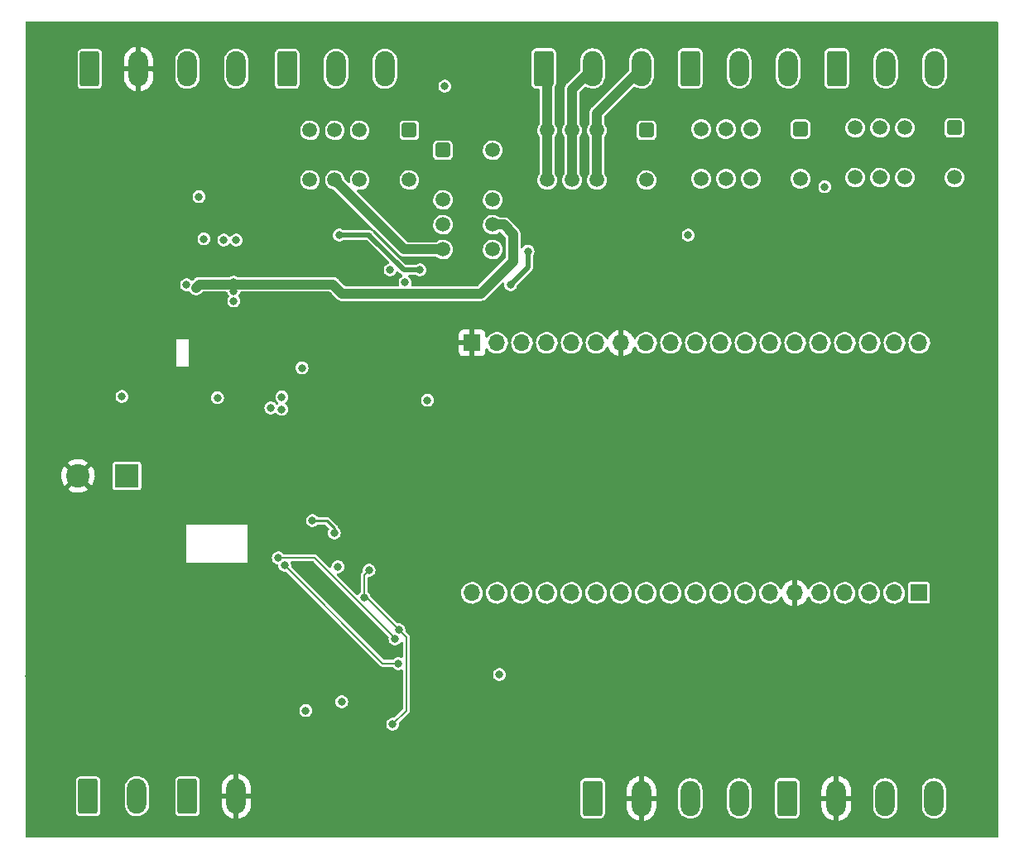
<source format=gbr>
%TF.GenerationSoftware,KiCad,Pcbnew,(6.0.8)*%
%TF.CreationDate,2023-11-14T22:22:02+13:00*%
%TF.ProjectId,Brain,42726169-6e2e-46b6-9963-61645f706362,rev?*%
%TF.SameCoordinates,Original*%
%TF.FileFunction,Copper,L4,Bot*%
%TF.FilePolarity,Positive*%
%FSLAX46Y46*%
G04 Gerber Fmt 4.6, Leading zero omitted, Abs format (unit mm)*
G04 Created by KiCad (PCBNEW (6.0.8)) date 2023-11-14 22:22:02*
%MOMM*%
%LPD*%
G01*
G04 APERTURE LIST*
G04 Aperture macros list*
%AMRoundRect*
0 Rectangle with rounded corners*
0 $1 Rounding radius*
0 $2 $3 $4 $5 $6 $7 $8 $9 X,Y pos of 4 corners*
0 Add a 4 corners polygon primitive as box body*
4,1,4,$2,$3,$4,$5,$6,$7,$8,$9,$2,$3,0*
0 Add four circle primitives for the rounded corners*
1,1,$1+$1,$2,$3*
1,1,$1+$1,$4,$5*
1,1,$1+$1,$6,$7*
1,1,$1+$1,$8,$9*
0 Add four rect primitives between the rounded corners*
20,1,$1+$1,$2,$3,$4,$5,0*
20,1,$1+$1,$4,$5,$6,$7,0*
20,1,$1+$1,$6,$7,$8,$9,0*
20,1,$1+$1,$8,$9,$2,$3,0*%
G04 Aperture macros list end*
%TA.AperFunction,ComponentPad*%
%ADD10RoundRect,0.250500X-0.499500X0.499500X-0.499500X-0.499500X0.499500X-0.499500X0.499500X0.499500X0*%
%TD*%
%TA.AperFunction,ComponentPad*%
%ADD11C,1.500000*%
%TD*%
%TA.AperFunction,ComponentPad*%
%ADD12RoundRect,0.250500X-0.499500X-0.499500X0.499500X-0.499500X0.499500X0.499500X-0.499500X0.499500X0*%
%TD*%
%TA.AperFunction,ComponentPad*%
%ADD13RoundRect,0.250000X-0.750000X-1.550000X0.750000X-1.550000X0.750000X1.550000X-0.750000X1.550000X0*%
%TD*%
%TA.AperFunction,ComponentPad*%
%ADD14O,2.000000X3.600000*%
%TD*%
%TA.AperFunction,ComponentPad*%
%ADD15R,1.700000X1.700000*%
%TD*%
%TA.AperFunction,ComponentPad*%
%ADD16O,1.700000X1.700000*%
%TD*%
%TA.AperFunction,ComponentPad*%
%ADD17C,2.400000*%
%TD*%
%TA.AperFunction,ComponentPad*%
%ADD18R,2.400000X2.400000*%
%TD*%
%TA.AperFunction,ViaPad*%
%ADD19C,0.800000*%
%TD*%
%TA.AperFunction,Conductor*%
%ADD20C,1.000000*%
%TD*%
%TA.AperFunction,Conductor*%
%ADD21C,0.500000*%
%TD*%
%TA.AperFunction,Conductor*%
%ADD22C,0.200000*%
%TD*%
%TA.AperFunction,Conductor*%
%ADD23C,0.250000*%
%TD*%
G04 APERTURE END LIST*
D10*
%TO.P,K5,1*%
%TO.N,+3.3V*%
X195253500Y-77161500D03*
D11*
%TO.P,K5,3*%
%TO.N,Net-(J11-Pad3)*%
X190173500Y-77161500D03*
%TO.P,K5,4*%
%TO.N,Net-(J11-Pad2)*%
X187633500Y-77161500D03*
%TO.P,K5,5*%
%TO.N,Net-(J11-Pad1)*%
X185093500Y-77161500D03*
%TO.P,K5,8*%
X185093500Y-82241500D03*
%TO.P,K5,9*%
%TO.N,Net-(J11-Pad2)*%
X187633500Y-82241500D03*
%TO.P,K5,10*%
%TO.N,Net-(J11-Pad3)*%
X190173500Y-82241500D03*
%TO.P,K5,12*%
%TO.N,Net-(D21-Pad2)*%
X195253500Y-82241500D03*
%TD*%
D10*
%TO.P,K4,1*%
%TO.N,+3.3V*%
X163757500Y-77415500D03*
D11*
%TO.P,K4,3*%
%TO.N,Net-(J10-Pad3)*%
X158677500Y-77415500D03*
%TO.P,K4,4*%
%TO.N,Net-(J10-Pad2)*%
X156137500Y-77415500D03*
%TO.P,K4,5*%
%TO.N,Net-(J10-Pad1)*%
X153597500Y-77415500D03*
%TO.P,K4,8*%
X153597500Y-82495500D03*
%TO.P,K4,9*%
%TO.N,Net-(J10-Pad2)*%
X156137500Y-82495500D03*
%TO.P,K4,10*%
%TO.N,Net-(J10-Pad3)*%
X158677500Y-82495500D03*
%TO.P,K4,12*%
%TO.N,Net-(D20-Pad2)*%
X163757500Y-82495500D03*
%TD*%
D12*
%TO.P,K3,1*%
%TO.N,+3.3V*%
X142947500Y-79447500D03*
D11*
%TO.P,K3,3*%
%TO.N,unconnected-(K3-Pad3)*%
X142947500Y-84527500D03*
%TO.P,K3,4*%
%TO.N,+12V*%
X142947500Y-87067500D03*
%TO.P,K3,5*%
%TO.N,/Outputs/12V_COMMON*%
X142947500Y-89607500D03*
%TO.P,K3,8*%
X148027500Y-89607500D03*
%TO.P,K3,9*%
%TO.N,+12V*%
X148027500Y-87067500D03*
%TO.P,K3,10*%
%TO.N,unconnected-(K3-Pad10)*%
X148027500Y-84527500D03*
%TO.P,K3,12*%
%TO.N,Net-(D19-Pad2)*%
X148027500Y-79447500D03*
%TD*%
D10*
%TO.P,K2,1*%
%TO.N,+3.3V*%
X139500500Y-77415500D03*
D11*
%TO.P,K2,3*%
%TO.N,Net-(J9-Pad3)*%
X134420500Y-77415500D03*
%TO.P,K2,4*%
%TO.N,/Outputs/12V_COMMON*%
X131880500Y-77415500D03*
%TO.P,K2,5*%
%TO.N,Net-(J9-Pad1)*%
X129340500Y-77415500D03*
%TO.P,K2,8*%
X129340500Y-82495500D03*
%TO.P,K2,9*%
%TO.N,/Outputs/12V_COMMON*%
X131880500Y-82495500D03*
%TO.P,K2,10*%
%TO.N,Net-(J9-Pad3)*%
X134420500Y-82495500D03*
%TO.P,K2,12*%
%TO.N,Net-(D18-Pad2)*%
X139500500Y-82495500D03*
%TD*%
D10*
%TO.P,K1,1*%
%TO.N,+3.3V*%
X179505500Y-77288500D03*
D11*
%TO.P,K1,3*%
%TO.N,Net-(J8-Pad3)*%
X174425500Y-77288500D03*
%TO.P,K1,4*%
%TO.N,Net-(J8-Pad2)*%
X171885500Y-77288500D03*
%TO.P,K1,5*%
%TO.N,Net-(J8-Pad1)*%
X169345500Y-77288500D03*
%TO.P,K1,8*%
X169345500Y-82368500D03*
%TO.P,K1,9*%
%TO.N,Net-(J8-Pad2)*%
X171885500Y-82368500D03*
%TO.P,K1,10*%
%TO.N,Net-(J8-Pad3)*%
X174425500Y-82368500D03*
%TO.P,K1,12*%
%TO.N,Net-(D17-Pad2)*%
X179505500Y-82368500D03*
%TD*%
D13*
%TO.P,J11,1,Pin_1*%
%TO.N,Net-(J11-Pad1)*%
X183214000Y-71080500D03*
D14*
%TO.P,J11,2,Pin_2*%
%TO.N,Net-(J11-Pad2)*%
X188214000Y-71080500D03*
%TO.P,J11,3,Pin_3*%
%TO.N,Net-(J11-Pad3)*%
X193214000Y-71080500D03*
%TD*%
D13*
%TO.P,J10,1,Pin_1*%
%TO.N,Net-(J10-Pad1)*%
X153242000Y-71080500D03*
D14*
%TO.P,J10,2,Pin_2*%
%TO.N,Net-(J10-Pad2)*%
X158242000Y-71080500D03*
%TO.P,J10,3,Pin_3*%
%TO.N,Net-(J10-Pad3)*%
X163242000Y-71080500D03*
%TD*%
D13*
%TO.P,J9,1,Pin_1*%
%TO.N,Net-(J9-Pad1)*%
X127000000Y-71120000D03*
D14*
%TO.P,J9,2,Pin_2*%
%TO.N,/Outputs/12V_COMMON*%
X132000000Y-71120000D03*
%TO.P,J9,3,Pin_3*%
%TO.N,Net-(J9-Pad3)*%
X137000000Y-71120000D03*
%TD*%
D13*
%TO.P,J8,1,Pin_1*%
%TO.N,Net-(J8-Pad1)*%
X168228000Y-71080500D03*
D14*
%TO.P,J8,2,Pin_2*%
%TO.N,Net-(J8-Pad2)*%
X173228000Y-71080500D03*
%TO.P,J8,3,Pin_3*%
%TO.N,Net-(J8-Pad3)*%
X178228000Y-71080500D03*
%TD*%
D13*
%TO.P,J7,1,Pin_1*%
%TO.N,Net-(D16-Pad1)*%
X178174000Y-145756500D03*
D14*
%TO.P,J7,2,Pin_2*%
%TO.N,GND*%
X183174000Y-145756500D03*
%TO.P,J7,3,Pin_3*%
%TO.N,Net-(D16-Pad2)*%
X188174000Y-145756500D03*
%TO.P,J7,4,Pin_4*%
%TO.N,+5V*%
X193174000Y-145756500D03*
%TD*%
D13*
%TO.P,J6,1,Pin_1*%
%TO.N,Net-(D15-Pad1)*%
X158235000Y-145756500D03*
D14*
%TO.P,J6,2,Pin_2*%
%TO.N,GND*%
X163235000Y-145756500D03*
%TO.P,J6,3,Pin_3*%
%TO.N,Net-(D15-Pad2)*%
X168235000Y-145756500D03*
%TO.P,J6,4,Pin_4*%
%TO.N,+5V*%
X173235000Y-145756500D03*
%TD*%
D13*
%TO.P,J5,1,Pin_1*%
%TO.N,Net-(F2-Pad2)*%
X116807000Y-145538000D03*
D14*
%TO.P,J5,2,Pin_2*%
%TO.N,GND*%
X121807000Y-145538000D03*
%TD*%
%TO.P,J4,2,Pin_2*%
%TO.N,Net-(D5-Pad1)*%
X111647000Y-145538000D03*
D13*
%TO.P,J4,1,Pin_1*%
%TO.N,Net-(F1-Pad1)*%
X106647000Y-145538000D03*
%TD*%
%TO.P,J3,1,Pin_1*%
%TO.N,+12V*%
X106807000Y-71120000D03*
D14*
%TO.P,J3,2,Pin_2*%
%TO.N,GND*%
X111807000Y-71120000D03*
%TO.P,J3,3,Pin_3*%
%TO.N,Net-(D1-Pad1)*%
X116807000Y-71120000D03*
%TO.P,J3,4,Pin_4*%
%TO.N,Net-(D1-Pad2)*%
X121807000Y-71120000D03*
%TD*%
D15*
%TO.P,J2,1,Pin_1*%
%TO.N,GND*%
X145933000Y-99162000D03*
D16*
%TO.P,J2,2,Pin_2*%
%TO.N,23*%
X148473000Y-99162000D03*
%TO.P,J2,3,Pin_3*%
%TO.N,485_DIR*%
X151013000Y-99162000D03*
%TO.P,J2,4,Pin_4*%
%TO.N,485_Tx*%
X153553000Y-99162000D03*
%TO.P,J2,5,Pin_5*%
%TO.N,485_Rx*%
X156093000Y-99162000D03*
%TO.P,J2,6,Pin_6*%
%TO.N,21*%
X158633000Y-99162000D03*
%TO.P,J2,7,Pin_7*%
%TO.N,GND*%
X161173000Y-99162000D03*
%TO.P,J2,8,Pin_8*%
%TO.N,19*%
X163713000Y-99162000D03*
%TO.P,J2,9,Pin_9*%
%TO.N,18*%
X166253000Y-99162000D03*
%TO.P,J2,10,Pin_10*%
%TO.N,5*%
X168793000Y-99162000D03*
%TO.P,J2,11,Pin_11*%
%TO.N,17*%
X171333000Y-99162000D03*
%TO.P,J2,12,Pin_12*%
%TO.N,16*%
X173873000Y-99162000D03*
%TO.P,J2,13,Pin_13*%
%TO.N,Out1*%
X176413000Y-99162000D03*
%TO.P,J2,14,Pin_14*%
%TO.N,Out2*%
X178953000Y-99162000D03*
%TO.P,J2,15,Pin_15*%
%TO.N,Out3*%
X181493000Y-99162000D03*
%TO.P,J2,16,Pin_16*%
%TO.N,Out4*%
X184033000Y-99162000D03*
%TO.P,J2,17,Pin_17*%
%TO.N,D1*%
X186573000Y-99162000D03*
%TO.P,J2,18,Pin_18*%
%TO.N,D0*%
X189113000Y-99162000D03*
%TO.P,J2,19,Pin_19*%
%TO.N,CLK*%
X191653000Y-99162000D03*
%TD*%
%TO.P,J1,19,Pin_19*%
%TO.N,+3.3V*%
X145913000Y-124739000D03*
%TO.P,J1,18,Pin_18*%
%TO.N,EN*%
X148453000Y-124739000D03*
%TO.P,J1,17,Pin_17*%
%TO.N,In1*%
X150993000Y-124739000D03*
%TO.P,J1,16,Pin_16*%
%TO.N,In2*%
X153533000Y-124739000D03*
%TO.P,J1,15,Pin_15*%
%TO.N,In3*%
X156073000Y-124739000D03*
%TO.P,J1,14,Pin_14*%
%TO.N,In4*%
X158613000Y-124739000D03*
%TO.P,J1,13,Pin_13*%
%TO.N,32*%
X161153000Y-124739000D03*
%TO.P,J1,12,Pin_12*%
%TO.N,33*%
X163693000Y-124739000D03*
%TO.P,J1,11,Pin_11*%
%TO.N,25*%
X166233000Y-124739000D03*
%TO.P,J1,10,Pin_10*%
%TO.N,26*%
X168773000Y-124739000D03*
%TO.P,J1,9,Pin_9*%
%TO.N,27*%
X171313000Y-124739000D03*
%TO.P,J1,8,Pin_8*%
%TO.N,14*%
X173853000Y-124739000D03*
%TO.P,J1,7,Pin_7*%
%TO.N,12V_COMMON_ENABLE*%
X176393000Y-124739000D03*
%TO.P,J1,6,Pin_6*%
%TO.N,GND*%
X178933000Y-124739000D03*
%TO.P,J1,5,Pin_5*%
%TO.N,13*%
X181473000Y-124739000D03*
%TO.P,J1,4,Pin_4*%
%TO.N,D2*%
X184013000Y-124739000D03*
%TO.P,J1,3,Pin_3*%
%TO.N,D3*%
X186553000Y-124739000D03*
%TO.P,J1,2,Pin_2*%
%TO.N,CMD*%
X189093000Y-124739000D03*
D15*
%TO.P,J1,1,Pin_1*%
%TO.N,+5V*%
X191633000Y-124739000D03*
%TD*%
D17*
%TO.P,C5,2*%
%TO.N,GND*%
X105617000Y-112776000D03*
D18*
%TO.P,C5,1*%
%TO.N,24v*%
X110617000Y-112776000D03*
%TD*%
D19*
%TO.N,GND*%
X145542000Y-120523000D03*
X189357000Y-121539000D03*
X189357000Y-102489000D03*
X183134000Y-137160000D03*
X184150000Y-138557000D03*
X182118000Y-138557000D03*
X183134000Y-148590000D03*
X185166000Y-145923000D03*
X180848000Y-145923000D03*
X183134000Y-142875000D03*
X163449000Y-148717000D03*
X160782000Y-145796000D03*
X165735000Y-145796000D03*
X163068000Y-142875000D03*
X161925000Y-138557000D03*
X163195000Y-137160000D03*
X164338000Y-138557000D03*
X167386000Y-134366000D03*
X167386000Y-131191000D03*
X168910000Y-132715000D03*
X159004000Y-134239000D03*
X159131000Y-131572000D03*
X157226000Y-132715000D03*
X179959000Y-122428000D03*
X177927000Y-122555000D03*
X177419000Y-126111000D03*
X180340000Y-126111000D03*
X177546000Y-132715000D03*
X179070000Y-134366000D03*
X179070000Y-131191000D03*
X187325000Y-130175000D03*
X187579000Y-134493000D03*
X188976000Y-132715000D03*
X198755000Y-135763000D03*
X198882000Y-120396000D03*
X198374000Y-105029000D03*
X198882000Y-76327000D03*
X189103000Y-67564000D03*
X176403000Y-67437000D03*
X163322000Y-67437000D03*
X153035000Y-67437000D03*
X160274000Y-88265000D03*
X162433000Y-88138000D03*
X175768000Y-88265000D03*
X178054000Y-88138000D03*
X191008000Y-88138000D03*
X192659000Y-88265000D03*
X198755000Y-87884000D03*
X161290000Y-101727000D03*
X161163000Y-96647000D03*
X143129000Y-98933000D03*
X145923000Y-102235000D03*
X147574000Y-96647000D03*
X138684000Y-96012000D03*
X136652000Y-96139000D03*
X137668000Y-84455000D03*
X138557000Y-86995000D03*
X134112000Y-89281000D03*
X146177000Y-78740000D03*
X144780000Y-78740000D03*
X109601000Y-70993000D03*
X113665000Y-71374000D03*
X111760000Y-74295000D03*
X111633000Y-68199000D03*
X119761000Y-79756000D03*
X117983000Y-74803000D03*
X121412000Y-74803000D03*
X120015000Y-74930000D03*
X122809000Y-80264000D03*
X123063000Y-81661000D03*
X110998000Y-83439000D03*
X112776000Y-85344000D03*
X116332000Y-84963000D03*
X125349000Y-83185000D03*
X143129000Y-148717000D03*
X101219000Y-92329000D03*
X101092000Y-117094000D03*
X107950000Y-113157000D03*
X102870000Y-112776000D03*
X105537000Y-110109000D03*
X105791000Y-115443000D03*
X104521000Y-131445000D03*
X107442000Y-120142000D03*
X107442000Y-124206000D03*
X100584000Y-133223000D03*
X102616000Y-135890000D03*
X119380000Y-145669000D03*
X121666000Y-141986000D03*
X124333000Y-145923000D03*
X121793000Y-148971000D03*
X141859000Y-130937000D03*
X136398000Y-129413000D03*
X132334000Y-125603000D03*
X131191000Y-124460000D03*
X126619000Y-120015000D03*
X123571000Y-118491000D03*
X123444000Y-122174000D03*
X127635000Y-131445000D03*
X130810000Y-129286000D03*
X124841000Y-127127000D03*
X124714000Y-123952000D03*
X126111000Y-125349000D03*
X118364000Y-135128000D03*
X100965000Y-67437000D03*
X100965000Y-148971000D03*
X199009000Y-148971000D03*
X198882000Y-67183000D03*
X122936000Y-109728000D03*
X124079000Y-107315000D03*
X129794000Y-109093000D03*
X125857000Y-110490000D03*
X129667000Y-104013000D03*
X125222000Y-97155000D03*
X131826000Y-96520000D03*
X129921000Y-96520000D03*
X136017000Y-115316000D03*
X133477000Y-118491000D03*
%TO.N,+12V*%
X148717000Y-133096000D03*
%TO.N,+5V*%
X141351000Y-105029000D03*
%TO.N,+3.3V*%
X139065000Y-92964000D03*
X143129000Y-72898000D03*
X168021000Y-88138000D03*
X181991000Y-83185000D03*
%TO.N,485_DIR*%
X120523000Y-88646000D03*
%TO.N,485_Rx*%
X118491000Y-88519000D03*
%TO.N,485_Tx*%
X121793000Y-88646000D03*
%TO.N,12V_COMMON_ENABLE*%
X149860000Y-93218000D03*
X151638000Y-89789000D03*
%TO.N,Out1*%
X132334000Y-88138000D03*
X140589000Y-91694000D03*
%TO.N,+12V*%
X116713000Y-93218000D03*
X117676000Y-93525000D03*
%TO.N,+3.3V*%
X117983000Y-84201000D03*
X137541000Y-91694000D03*
%TO.N,GND*%
X131221500Y-94264500D03*
%TO.N,+12V*%
X125329500Y-105810500D03*
X126457000Y-105953000D03*
X126457000Y-104683000D03*
X121539000Y-93853000D03*
X121539000Y-94869000D03*
X121539000Y-92964000D03*
%TO.N,GND*%
X108077000Y-102235000D03*
%TO.N,Net-(R18-Pad2)*%
X110109000Y-104648000D03*
X119882500Y-104780500D03*
%TO.N,GND*%
X106553000Y-119253000D03*
%TO.N,VCC*%
X137795000Y-138176000D03*
X138430000Y-128524000D03*
%TO.N,ACOK*%
X128524000Y-101727000D03*
X132588000Y-135890000D03*
%TO.N,Net-(R25-Pad2)*%
X128905000Y-136779000D03*
X132189628Y-122064372D03*
%TO.N,GND*%
X124841000Y-120142000D03*
%TO.N,Net-(D11-Pad1)*%
X138036277Y-129442687D03*
X126106134Y-121152161D03*
%TO.N,Net-(D8-Pad1)*%
X126746000Y-121920000D03*
X138367500Y-131974239D03*
%TO.N,GND*%
X130190465Y-123428535D03*
%TO.N,VCC*%
X134874000Y-125222000D03*
X135382000Y-122428000D03*
%TO.N,Net-(C11-Pad2)*%
X129590500Y-117344000D03*
X131826000Y-118614000D03*
%TD*%
D20*
%TO.N,+12V*%
X132619635Y-94107000D02*
X131677135Y-93164500D01*
X131677135Y-93164500D02*
X118036500Y-93164500D01*
X150114000Y-90805000D02*
X146812000Y-94107000D01*
X118036500Y-93164500D02*
X117676000Y-93525000D01*
X150114000Y-88011000D02*
X150114000Y-90805000D01*
X149170500Y-87067500D02*
X150114000Y-88011000D01*
X146812000Y-94107000D02*
X132619635Y-94107000D01*
X148027500Y-87067500D02*
X149170500Y-87067500D01*
D21*
%TO.N,12V_COMMON_ENABLE*%
X151638000Y-91440000D02*
X151638000Y-89789000D01*
X149860000Y-93218000D02*
X151638000Y-91440000D01*
%TO.N,Out1*%
X135382000Y-88138000D02*
X132334000Y-88138000D01*
X140589000Y-91694000D02*
X138938000Y-91694000D01*
X135509000Y-88265000D02*
X135382000Y-88138000D01*
X138938000Y-91694000D02*
X135509000Y-88265000D01*
D20*
%TO.N,/Outputs/12V_COMMON*%
X138992500Y-89607500D02*
X131880500Y-82495500D01*
X142947500Y-89607500D02*
X138992500Y-89607500D01*
%TO.N,Net-(J10-Pad1)*%
X153597500Y-82495500D02*
X153597500Y-77415500D01*
%TO.N,Net-(J10-Pad3)*%
X158677500Y-82495500D02*
X158677500Y-77415500D01*
%TO.N,Net-(J10-Pad2)*%
X156137500Y-82495500D02*
X156137500Y-77415500D01*
%TO.N,Net-(J10-Pad3)*%
X158677500Y-75645000D02*
X163242000Y-71080500D01*
X158677500Y-77415500D02*
X158677500Y-75645000D01*
%TO.N,Net-(J10-Pad2)*%
X156137500Y-73185000D02*
X158242000Y-71080500D01*
X156137500Y-77415500D02*
X156137500Y-73185000D01*
%TO.N,Net-(J10-Pad1)*%
X153597500Y-77415500D02*
X153597500Y-71436000D01*
X153597500Y-71436000D02*
X153242000Y-71080500D01*
D22*
%TO.N,VCC*%
X139192000Y-129286000D02*
X138430000Y-128524000D01*
X139192000Y-136779000D02*
X139192000Y-129286000D01*
X137795000Y-138176000D02*
X139192000Y-136779000D01*
%TO.N,Net-(D8-Pad1)*%
X138346261Y-131953000D02*
X136779000Y-131953000D01*
X136779000Y-131953000D02*
X126746000Y-121920000D01*
X138367500Y-131974239D02*
X138346261Y-131953000D01*
%TO.N,Net-(D11-Pad1)*%
X138036277Y-129374227D02*
X129814211Y-121152161D01*
X138036277Y-129442687D02*
X138036277Y-129374227D01*
X129814211Y-121152161D02*
X126106134Y-121152161D01*
%TO.N,VCC*%
X138430000Y-128524000D02*
X135128000Y-125222000D01*
X135128000Y-125222000D02*
X134874000Y-125222000D01*
X134874000Y-122936000D02*
X135382000Y-122428000D01*
X134874000Y-125222000D02*
X134874000Y-122936000D01*
D23*
%TO.N,Net-(C11-Pad2)*%
X131826000Y-118106000D02*
X131064000Y-117344000D01*
X131064000Y-117344000D02*
X129590500Y-117344000D01*
X131826000Y-118614000D02*
X131826000Y-118106000D01*
%TD*%
%TA.AperFunction,Conductor*%
%TO.N,GND*%
G36*
X199687621Y-66274502D02*
G01*
X199734114Y-66328158D01*
X199745500Y-66380500D01*
X199745500Y-149619500D01*
X199725498Y-149687621D01*
X199671842Y-149734114D01*
X199619500Y-149745500D01*
X100380500Y-149745500D01*
X100312379Y-149725498D01*
X100265886Y-149671842D01*
X100254500Y-149619500D01*
X100254500Y-147135756D01*
X105392500Y-147135756D01*
X105392869Y-147139152D01*
X105392869Y-147139153D01*
X105395857Y-147166653D01*
X105399202Y-147197448D01*
X105449929Y-147332764D01*
X105455309Y-147339943D01*
X105455311Y-147339946D01*
X105498879Y-147398078D01*
X105536596Y-147448404D01*
X105543776Y-147453785D01*
X105645054Y-147529689D01*
X105645057Y-147529691D01*
X105652236Y-147535071D01*
X105741132Y-147568396D01*
X105780157Y-147583026D01*
X105780159Y-147583026D01*
X105787552Y-147585798D01*
X105795402Y-147586651D01*
X105795403Y-147586651D01*
X105845847Y-147592131D01*
X105849244Y-147592500D01*
X107444756Y-147592500D01*
X107448153Y-147592131D01*
X107498597Y-147586651D01*
X107498598Y-147586651D01*
X107506448Y-147585798D01*
X107513841Y-147583026D01*
X107513843Y-147583026D01*
X107552868Y-147568396D01*
X107641764Y-147535071D01*
X107648943Y-147529691D01*
X107648946Y-147529689D01*
X107750224Y-147453785D01*
X107757404Y-147448404D01*
X107795121Y-147398078D01*
X107838689Y-147339946D01*
X107838691Y-147339943D01*
X107844071Y-147332764D01*
X107894798Y-147197448D01*
X107898144Y-147166653D01*
X107901131Y-147139153D01*
X107901131Y-147139152D01*
X107901500Y-147135756D01*
X107901500Y-146394819D01*
X110392500Y-146394819D01*
X110392749Y-146397606D01*
X110392749Y-146397612D01*
X110395441Y-146427775D01*
X110407336Y-146561051D01*
X110466427Y-146777051D01*
X110468839Y-146782109D01*
X110468841Y-146782113D01*
X110543625Y-146938901D01*
X110562834Y-146979174D01*
X110566111Y-146983735D01*
X110566112Y-146983736D01*
X110677791Y-147139153D01*
X110693511Y-147161030D01*
X110854326Y-147316871D01*
X110858981Y-147319999D01*
X111035540Y-147438641D01*
X111035543Y-147438643D01*
X111040197Y-147441770D01*
X111245248Y-147531782D01*
X111462998Y-147584059D01*
X111547143Y-147588911D01*
X111680957Y-147596626D01*
X111680960Y-147596626D01*
X111686564Y-147596949D01*
X111908880Y-147570046D01*
X112122917Y-147504200D01*
X112127897Y-147501630D01*
X112127901Y-147501628D01*
X112316929Y-147404063D01*
X112316930Y-147404063D01*
X112321912Y-147401491D01*
X112499573Y-147265167D01*
X112503346Y-147261021D01*
X112503351Y-147261016D01*
X112617328Y-147135756D01*
X115552500Y-147135756D01*
X115552869Y-147139152D01*
X115552869Y-147139153D01*
X115555857Y-147166653D01*
X115559202Y-147197448D01*
X115609929Y-147332764D01*
X115615309Y-147339943D01*
X115615311Y-147339946D01*
X115658879Y-147398078D01*
X115696596Y-147448404D01*
X115703776Y-147453785D01*
X115805054Y-147529689D01*
X115805057Y-147529691D01*
X115812236Y-147535071D01*
X115901132Y-147568396D01*
X115940157Y-147583026D01*
X115940159Y-147583026D01*
X115947552Y-147585798D01*
X115955402Y-147586651D01*
X115955403Y-147586651D01*
X116005847Y-147592131D01*
X116009244Y-147592500D01*
X117604756Y-147592500D01*
X117608153Y-147592131D01*
X117658597Y-147586651D01*
X117658598Y-147586651D01*
X117666448Y-147585798D01*
X117673841Y-147583026D01*
X117673843Y-147583026D01*
X117712868Y-147568396D01*
X117801764Y-147535071D01*
X117808943Y-147529691D01*
X117808946Y-147529689D01*
X117910224Y-147453785D01*
X117917404Y-147448404D01*
X117955121Y-147398078D01*
X117998689Y-147339946D01*
X117998691Y-147339943D01*
X118004071Y-147332764D01*
X118054798Y-147197448D01*
X118058144Y-147166653D01*
X118061131Y-147139153D01*
X118061131Y-147139152D01*
X118061500Y-147135756D01*
X118061500Y-146396456D01*
X120299000Y-146396456D01*
X120299202Y-146401488D01*
X120313150Y-146574843D01*
X120314762Y-146584796D01*
X120370233Y-146810633D01*
X120373416Y-146820203D01*
X120464280Y-147034265D01*
X120468955Y-147043207D01*
X120592874Y-147239987D01*
X120598914Y-147248060D01*
X120752703Y-147422500D01*
X120759956Y-147429504D01*
X120939654Y-147577110D01*
X120947936Y-147582866D01*
X121148919Y-147699841D01*
X121158024Y-147704203D01*
X121375115Y-147787537D01*
X121384804Y-147790388D01*
X121535264Y-147821821D01*
X121549325Y-147820698D01*
X121553000Y-147810590D01*
X121553000Y-147808590D01*
X122061000Y-147808590D01*
X122065136Y-147822676D01*
X122078114Y-147824725D01*
X122095830Y-147822675D01*
X122105727Y-147820715D01*
X122329494Y-147757396D01*
X122338938Y-147753884D01*
X122549705Y-147655601D01*
X122558471Y-147650622D01*
X122750802Y-147519913D01*
X122758677Y-147513581D01*
X122927159Y-147354256D01*
X156980500Y-147354256D01*
X156987202Y-147415948D01*
X157037929Y-147551264D01*
X157043309Y-147558443D01*
X157043311Y-147558446D01*
X157072168Y-147596949D01*
X157124596Y-147666904D01*
X157131776Y-147672285D01*
X157233054Y-147748189D01*
X157233057Y-147748191D01*
X157240236Y-147753571D01*
X157329132Y-147786896D01*
X157368157Y-147801526D01*
X157368159Y-147801526D01*
X157375552Y-147804298D01*
X157383402Y-147805151D01*
X157383403Y-147805151D01*
X157433470Y-147810590D01*
X157437244Y-147811000D01*
X159032756Y-147811000D01*
X159036530Y-147810590D01*
X159086597Y-147805151D01*
X159086598Y-147805151D01*
X159094448Y-147804298D01*
X159101841Y-147801526D01*
X159101843Y-147801526D01*
X159140868Y-147786896D01*
X159229764Y-147753571D01*
X159236943Y-147748191D01*
X159236946Y-147748189D01*
X159338224Y-147672285D01*
X159345404Y-147666904D01*
X159397832Y-147596949D01*
X159426689Y-147558446D01*
X159426691Y-147558443D01*
X159432071Y-147551264D01*
X159482798Y-147415948D01*
X159489500Y-147354256D01*
X159489500Y-146614956D01*
X161727000Y-146614956D01*
X161727202Y-146619988D01*
X161741150Y-146793343D01*
X161742762Y-146803296D01*
X161798233Y-147029133D01*
X161801416Y-147038703D01*
X161892280Y-147252765D01*
X161896955Y-147261707D01*
X162020874Y-147458487D01*
X162026914Y-147466560D01*
X162180703Y-147641000D01*
X162187956Y-147648004D01*
X162367654Y-147795610D01*
X162375936Y-147801366D01*
X162576919Y-147918341D01*
X162586024Y-147922703D01*
X162803115Y-148006037D01*
X162812804Y-148008888D01*
X162963264Y-148040321D01*
X162977325Y-148039198D01*
X162981000Y-148029090D01*
X162981000Y-148027090D01*
X163489000Y-148027090D01*
X163493136Y-148041176D01*
X163506114Y-148043225D01*
X163523830Y-148041175D01*
X163533727Y-148039215D01*
X163757494Y-147975896D01*
X163766938Y-147972384D01*
X163977705Y-147874101D01*
X163986471Y-147869122D01*
X164178802Y-147738413D01*
X164186677Y-147732081D01*
X164355626Y-147572314D01*
X164362387Y-147564805D01*
X164503625Y-147380074D01*
X164509089Y-147371595D01*
X164618978Y-147166653D01*
X164623020Y-147157401D01*
X164698727Y-146937529D01*
X164701236Y-146927757D01*
X164741004Y-146697529D01*
X164741859Y-146689657D01*
X164742936Y-146665949D01*
X164743000Y-146663116D01*
X164743000Y-146613319D01*
X166980500Y-146613319D01*
X166980749Y-146616106D01*
X166980749Y-146616112D01*
X166983441Y-146646275D01*
X166995336Y-146779551D01*
X167054427Y-146995551D01*
X167056839Y-147000609D01*
X167056841Y-147000613D01*
X167115275Y-147123122D01*
X167150834Y-147197674D01*
X167154111Y-147202235D01*
X167154112Y-147202236D01*
X167265791Y-147357653D01*
X167281511Y-147379530D01*
X167352583Y-147448404D01*
X167436463Y-147529689D01*
X167442326Y-147535371D01*
X167446981Y-147538499D01*
X167623540Y-147657141D01*
X167623543Y-147657143D01*
X167628197Y-147660270D01*
X167833248Y-147750282D01*
X167862880Y-147757396D01*
X167988427Y-147787537D01*
X168050998Y-147802559D01*
X168135143Y-147807411D01*
X168268957Y-147815126D01*
X168268960Y-147815126D01*
X168274564Y-147815449D01*
X168496880Y-147788546D01*
X168710917Y-147722700D01*
X168715897Y-147720130D01*
X168715901Y-147720128D01*
X168904929Y-147622563D01*
X168904930Y-147622563D01*
X168909912Y-147619991D01*
X169087573Y-147483667D01*
X169091346Y-147479521D01*
X169091351Y-147479516D01*
X169234507Y-147322189D01*
X169238286Y-147318036D01*
X169357286Y-147128333D01*
X169440812Y-146920556D01*
X169486224Y-146701272D01*
X169489500Y-146644452D01*
X169489500Y-146613319D01*
X171980500Y-146613319D01*
X171980749Y-146616106D01*
X171980749Y-146616112D01*
X171983441Y-146646275D01*
X171995336Y-146779551D01*
X172054427Y-146995551D01*
X172056839Y-147000609D01*
X172056841Y-147000613D01*
X172115275Y-147123122D01*
X172150834Y-147197674D01*
X172154111Y-147202235D01*
X172154112Y-147202236D01*
X172265791Y-147357653D01*
X172281511Y-147379530D01*
X172352583Y-147448404D01*
X172436463Y-147529689D01*
X172442326Y-147535371D01*
X172446981Y-147538499D01*
X172623540Y-147657141D01*
X172623543Y-147657143D01*
X172628197Y-147660270D01*
X172833248Y-147750282D01*
X172862880Y-147757396D01*
X172988427Y-147787537D01*
X173050998Y-147802559D01*
X173135143Y-147807411D01*
X173268957Y-147815126D01*
X173268960Y-147815126D01*
X173274564Y-147815449D01*
X173496880Y-147788546D01*
X173710917Y-147722700D01*
X173715897Y-147720130D01*
X173715901Y-147720128D01*
X173904929Y-147622563D01*
X173904930Y-147622563D01*
X173909912Y-147619991D01*
X174087573Y-147483667D01*
X174091346Y-147479521D01*
X174091351Y-147479516D01*
X174205328Y-147354256D01*
X176919500Y-147354256D01*
X176926202Y-147415948D01*
X176976929Y-147551264D01*
X176982309Y-147558443D01*
X176982311Y-147558446D01*
X177011168Y-147596949D01*
X177063596Y-147666904D01*
X177070776Y-147672285D01*
X177172054Y-147748189D01*
X177172057Y-147748191D01*
X177179236Y-147753571D01*
X177268132Y-147786896D01*
X177307157Y-147801526D01*
X177307159Y-147801526D01*
X177314552Y-147804298D01*
X177322402Y-147805151D01*
X177322403Y-147805151D01*
X177372470Y-147810590D01*
X177376244Y-147811000D01*
X178971756Y-147811000D01*
X178975530Y-147810590D01*
X179025597Y-147805151D01*
X179025598Y-147805151D01*
X179033448Y-147804298D01*
X179040841Y-147801526D01*
X179040843Y-147801526D01*
X179079868Y-147786896D01*
X179168764Y-147753571D01*
X179175943Y-147748191D01*
X179175946Y-147748189D01*
X179277224Y-147672285D01*
X179284404Y-147666904D01*
X179336832Y-147596949D01*
X179365689Y-147558446D01*
X179365691Y-147558443D01*
X179371071Y-147551264D01*
X179421798Y-147415948D01*
X179428500Y-147354256D01*
X179428500Y-146614956D01*
X181666000Y-146614956D01*
X181666202Y-146619988D01*
X181680150Y-146793343D01*
X181681762Y-146803296D01*
X181737233Y-147029133D01*
X181740416Y-147038703D01*
X181831280Y-147252765D01*
X181835955Y-147261707D01*
X181959874Y-147458487D01*
X181965914Y-147466560D01*
X182119703Y-147641000D01*
X182126956Y-147648004D01*
X182306654Y-147795610D01*
X182314936Y-147801366D01*
X182515919Y-147918341D01*
X182525024Y-147922703D01*
X182742115Y-148006037D01*
X182751804Y-148008888D01*
X182902264Y-148040321D01*
X182916325Y-148039198D01*
X182920000Y-148029090D01*
X182920000Y-148027090D01*
X183428000Y-148027090D01*
X183432136Y-148041176D01*
X183445114Y-148043225D01*
X183462830Y-148041175D01*
X183472727Y-148039215D01*
X183696494Y-147975896D01*
X183705938Y-147972384D01*
X183916705Y-147874101D01*
X183925471Y-147869122D01*
X184117802Y-147738413D01*
X184125677Y-147732081D01*
X184294626Y-147572314D01*
X184301387Y-147564805D01*
X184442625Y-147380074D01*
X184448089Y-147371595D01*
X184557978Y-147166653D01*
X184562020Y-147157401D01*
X184637727Y-146937529D01*
X184640236Y-146927757D01*
X184680004Y-146697529D01*
X184680859Y-146689657D01*
X184681936Y-146665949D01*
X184682000Y-146663116D01*
X184682000Y-146613319D01*
X186919500Y-146613319D01*
X186919749Y-146616106D01*
X186919749Y-146616112D01*
X186922441Y-146646275D01*
X186934336Y-146779551D01*
X186993427Y-146995551D01*
X186995839Y-147000609D01*
X186995841Y-147000613D01*
X187054275Y-147123122D01*
X187089834Y-147197674D01*
X187093111Y-147202235D01*
X187093112Y-147202236D01*
X187204791Y-147357653D01*
X187220511Y-147379530D01*
X187291583Y-147448404D01*
X187375463Y-147529689D01*
X187381326Y-147535371D01*
X187385981Y-147538499D01*
X187562540Y-147657141D01*
X187562543Y-147657143D01*
X187567197Y-147660270D01*
X187772248Y-147750282D01*
X187801880Y-147757396D01*
X187927427Y-147787537D01*
X187989998Y-147802559D01*
X188074143Y-147807411D01*
X188207957Y-147815126D01*
X188207960Y-147815126D01*
X188213564Y-147815449D01*
X188435880Y-147788546D01*
X188649917Y-147722700D01*
X188654897Y-147720130D01*
X188654901Y-147720128D01*
X188843929Y-147622563D01*
X188843930Y-147622563D01*
X188848912Y-147619991D01*
X189026573Y-147483667D01*
X189030346Y-147479521D01*
X189030351Y-147479516D01*
X189173507Y-147322189D01*
X189177286Y-147318036D01*
X189296286Y-147128333D01*
X189379812Y-146920556D01*
X189425224Y-146701272D01*
X189428500Y-146644452D01*
X189428500Y-146613319D01*
X191919500Y-146613319D01*
X191919749Y-146616106D01*
X191919749Y-146616112D01*
X191922441Y-146646275D01*
X191934336Y-146779551D01*
X191993427Y-146995551D01*
X191995839Y-147000609D01*
X191995841Y-147000613D01*
X192054275Y-147123122D01*
X192089834Y-147197674D01*
X192093111Y-147202235D01*
X192093112Y-147202236D01*
X192204791Y-147357653D01*
X192220511Y-147379530D01*
X192291583Y-147448404D01*
X192375463Y-147529689D01*
X192381326Y-147535371D01*
X192385981Y-147538499D01*
X192562540Y-147657141D01*
X192562543Y-147657143D01*
X192567197Y-147660270D01*
X192772248Y-147750282D01*
X192801880Y-147757396D01*
X192927427Y-147787537D01*
X192989998Y-147802559D01*
X193074143Y-147807411D01*
X193207957Y-147815126D01*
X193207960Y-147815126D01*
X193213564Y-147815449D01*
X193435880Y-147788546D01*
X193649917Y-147722700D01*
X193654897Y-147720130D01*
X193654901Y-147720128D01*
X193843929Y-147622563D01*
X193843930Y-147622563D01*
X193848912Y-147619991D01*
X194026573Y-147483667D01*
X194030346Y-147479521D01*
X194030351Y-147479516D01*
X194173507Y-147322189D01*
X194177286Y-147318036D01*
X194296286Y-147128333D01*
X194379812Y-146920556D01*
X194425224Y-146701272D01*
X194428500Y-146644452D01*
X194428500Y-144899681D01*
X194425722Y-144868548D01*
X194420650Y-144811728D01*
X194413664Y-144733449D01*
X194354573Y-144517449D01*
X194346803Y-144501157D01*
X194260583Y-144320393D01*
X194260582Y-144320391D01*
X194258166Y-144315326D01*
X194246398Y-144298949D01*
X194130766Y-144138030D01*
X194130764Y-144138028D01*
X194127489Y-144133470D01*
X193966674Y-143977629D01*
X193943023Y-143961736D01*
X193785460Y-143855859D01*
X193785457Y-143855857D01*
X193780803Y-143852730D01*
X193575752Y-143762718D01*
X193358002Y-143710441D01*
X193273857Y-143705589D01*
X193140043Y-143697874D01*
X193140040Y-143697874D01*
X193134436Y-143697551D01*
X192912120Y-143724454D01*
X192698083Y-143790300D01*
X192693103Y-143792870D01*
X192693099Y-143792872D01*
X192553362Y-143864996D01*
X192499088Y-143893009D01*
X192321427Y-144029333D01*
X192317654Y-144033479D01*
X192317649Y-144033484D01*
X192196917Y-144166167D01*
X192170714Y-144194964D01*
X192051714Y-144384667D01*
X191968188Y-144592444D01*
X191967051Y-144597936D01*
X191967050Y-144597938D01*
X191960124Y-144631384D01*
X191922776Y-144811728D01*
X191919500Y-144868548D01*
X191919500Y-146613319D01*
X189428500Y-146613319D01*
X189428500Y-144899681D01*
X189425722Y-144868548D01*
X189420650Y-144811728D01*
X189413664Y-144733449D01*
X189354573Y-144517449D01*
X189346803Y-144501157D01*
X189260583Y-144320393D01*
X189260582Y-144320391D01*
X189258166Y-144315326D01*
X189246398Y-144298949D01*
X189130766Y-144138030D01*
X189130764Y-144138028D01*
X189127489Y-144133470D01*
X188966674Y-143977629D01*
X188943023Y-143961736D01*
X188785460Y-143855859D01*
X188785457Y-143855857D01*
X188780803Y-143852730D01*
X188575752Y-143762718D01*
X188358002Y-143710441D01*
X188273857Y-143705589D01*
X188140043Y-143697874D01*
X188140040Y-143697874D01*
X188134436Y-143697551D01*
X187912120Y-143724454D01*
X187698083Y-143790300D01*
X187693103Y-143792870D01*
X187693099Y-143792872D01*
X187553362Y-143864996D01*
X187499088Y-143893009D01*
X187321427Y-144029333D01*
X187317654Y-144033479D01*
X187317649Y-144033484D01*
X187196917Y-144166167D01*
X187170714Y-144194964D01*
X187051714Y-144384667D01*
X186968188Y-144592444D01*
X186967051Y-144597936D01*
X186967050Y-144597938D01*
X186960124Y-144631384D01*
X186922776Y-144811728D01*
X186919500Y-144868548D01*
X186919500Y-146613319D01*
X184682000Y-146613319D01*
X184682000Y-146028615D01*
X184677525Y-146013376D01*
X184676135Y-146012171D01*
X184668452Y-146010500D01*
X183446115Y-146010500D01*
X183430876Y-146014975D01*
X183429671Y-146016365D01*
X183428000Y-146024048D01*
X183428000Y-148027090D01*
X182920000Y-148027090D01*
X182920000Y-146028615D01*
X182915525Y-146013376D01*
X182914135Y-146012171D01*
X182906452Y-146010500D01*
X181684115Y-146010500D01*
X181668876Y-146014975D01*
X181667671Y-146016365D01*
X181666000Y-146024048D01*
X181666000Y-146614956D01*
X179428500Y-146614956D01*
X179428500Y-145484385D01*
X181666000Y-145484385D01*
X181670475Y-145499624D01*
X181671865Y-145500829D01*
X181679548Y-145502500D01*
X182901885Y-145502500D01*
X182917124Y-145498025D01*
X182918329Y-145496635D01*
X182920000Y-145488952D01*
X182920000Y-145484385D01*
X183428000Y-145484385D01*
X183432475Y-145499624D01*
X183433865Y-145500829D01*
X183441548Y-145502500D01*
X184663885Y-145502500D01*
X184679124Y-145498025D01*
X184680329Y-145496635D01*
X184682000Y-145488952D01*
X184682000Y-144898044D01*
X184681798Y-144893012D01*
X184667850Y-144719657D01*
X184666238Y-144709704D01*
X184610767Y-144483867D01*
X184607584Y-144474297D01*
X184516720Y-144260235D01*
X184512045Y-144251293D01*
X184388126Y-144054513D01*
X184382086Y-144046440D01*
X184228297Y-143872000D01*
X184221044Y-143864996D01*
X184041346Y-143717390D01*
X184033064Y-143711634D01*
X183832081Y-143594659D01*
X183822976Y-143590297D01*
X183605885Y-143506963D01*
X183596196Y-143504112D01*
X183445736Y-143472679D01*
X183431675Y-143473802D01*
X183428000Y-143483910D01*
X183428000Y-145484385D01*
X182920000Y-145484385D01*
X182920000Y-143485910D01*
X182915864Y-143471824D01*
X182902886Y-143469775D01*
X182885170Y-143471825D01*
X182875273Y-143473785D01*
X182651506Y-143537104D01*
X182642062Y-143540616D01*
X182431295Y-143638899D01*
X182422529Y-143643878D01*
X182230198Y-143774587D01*
X182222323Y-143780919D01*
X182053374Y-143940686D01*
X182046613Y-143948195D01*
X181905375Y-144132926D01*
X181899911Y-144141405D01*
X181790022Y-144346347D01*
X181785980Y-144355599D01*
X181710273Y-144575471D01*
X181707764Y-144585243D01*
X181667996Y-144815471D01*
X181667141Y-144823343D01*
X181666064Y-144847051D01*
X181666000Y-144849884D01*
X181666000Y-145484385D01*
X179428500Y-145484385D01*
X179428500Y-144158744D01*
X179425330Y-144129565D01*
X179422651Y-144104903D01*
X179422651Y-144104902D01*
X179421798Y-144097052D01*
X179371071Y-143961736D01*
X179365691Y-143954557D01*
X179365689Y-143954554D01*
X179289785Y-143853276D01*
X179284404Y-143846096D01*
X179242891Y-143814984D01*
X179175946Y-143764811D01*
X179175943Y-143764809D01*
X179168764Y-143759429D01*
X179056624Y-143717390D01*
X179040843Y-143711474D01*
X179040841Y-143711474D01*
X179033448Y-143708702D01*
X179025598Y-143707849D01*
X179025597Y-143707849D01*
X178975153Y-143702369D01*
X178975152Y-143702369D01*
X178971756Y-143702000D01*
X177376244Y-143702000D01*
X177372848Y-143702369D01*
X177372847Y-143702369D01*
X177322403Y-143707849D01*
X177322402Y-143707849D01*
X177314552Y-143708702D01*
X177307159Y-143711474D01*
X177307157Y-143711474D01*
X177291376Y-143717390D01*
X177179236Y-143759429D01*
X177172057Y-143764809D01*
X177172054Y-143764811D01*
X177105109Y-143814984D01*
X177063596Y-143846096D01*
X177058215Y-143853276D01*
X176982311Y-143954554D01*
X176982309Y-143954557D01*
X176976929Y-143961736D01*
X176926202Y-144097052D01*
X176925349Y-144104902D01*
X176925349Y-144104903D01*
X176922670Y-144129565D01*
X176919500Y-144158744D01*
X176919500Y-147354256D01*
X174205328Y-147354256D01*
X174234507Y-147322189D01*
X174238286Y-147318036D01*
X174357286Y-147128333D01*
X174440812Y-146920556D01*
X174486224Y-146701272D01*
X174489500Y-146644452D01*
X174489500Y-144899681D01*
X174486722Y-144868548D01*
X174481650Y-144811728D01*
X174474664Y-144733449D01*
X174415573Y-144517449D01*
X174407803Y-144501157D01*
X174321583Y-144320393D01*
X174321582Y-144320391D01*
X174319166Y-144315326D01*
X174307398Y-144298949D01*
X174191766Y-144138030D01*
X174191764Y-144138028D01*
X174188489Y-144133470D01*
X174027674Y-143977629D01*
X174004023Y-143961736D01*
X173846460Y-143855859D01*
X173846457Y-143855857D01*
X173841803Y-143852730D01*
X173636752Y-143762718D01*
X173419002Y-143710441D01*
X173334857Y-143705589D01*
X173201043Y-143697874D01*
X173201040Y-143697874D01*
X173195436Y-143697551D01*
X172973120Y-143724454D01*
X172759083Y-143790300D01*
X172754103Y-143792870D01*
X172754099Y-143792872D01*
X172614362Y-143864996D01*
X172560088Y-143893009D01*
X172382427Y-144029333D01*
X172378654Y-144033479D01*
X172378649Y-144033484D01*
X172257917Y-144166167D01*
X172231714Y-144194964D01*
X172112714Y-144384667D01*
X172029188Y-144592444D01*
X172028051Y-144597936D01*
X172028050Y-144597938D01*
X172021124Y-144631384D01*
X171983776Y-144811728D01*
X171980500Y-144868548D01*
X171980500Y-146613319D01*
X169489500Y-146613319D01*
X169489500Y-144899681D01*
X169486722Y-144868548D01*
X169481650Y-144811728D01*
X169474664Y-144733449D01*
X169415573Y-144517449D01*
X169407803Y-144501157D01*
X169321583Y-144320393D01*
X169321582Y-144320391D01*
X169319166Y-144315326D01*
X169307398Y-144298949D01*
X169191766Y-144138030D01*
X169191764Y-144138028D01*
X169188489Y-144133470D01*
X169027674Y-143977629D01*
X169004023Y-143961736D01*
X168846460Y-143855859D01*
X168846457Y-143855857D01*
X168841803Y-143852730D01*
X168636752Y-143762718D01*
X168419002Y-143710441D01*
X168334857Y-143705589D01*
X168201043Y-143697874D01*
X168201040Y-143697874D01*
X168195436Y-143697551D01*
X167973120Y-143724454D01*
X167759083Y-143790300D01*
X167754103Y-143792870D01*
X167754099Y-143792872D01*
X167614362Y-143864996D01*
X167560088Y-143893009D01*
X167382427Y-144029333D01*
X167378654Y-144033479D01*
X167378649Y-144033484D01*
X167257917Y-144166167D01*
X167231714Y-144194964D01*
X167112714Y-144384667D01*
X167029188Y-144592444D01*
X167028051Y-144597936D01*
X167028050Y-144597938D01*
X167021124Y-144631384D01*
X166983776Y-144811728D01*
X166980500Y-144868548D01*
X166980500Y-146613319D01*
X164743000Y-146613319D01*
X164743000Y-146028615D01*
X164738525Y-146013376D01*
X164737135Y-146012171D01*
X164729452Y-146010500D01*
X163507115Y-146010500D01*
X163491876Y-146014975D01*
X163490671Y-146016365D01*
X163489000Y-146024048D01*
X163489000Y-148027090D01*
X162981000Y-148027090D01*
X162981000Y-146028615D01*
X162976525Y-146013376D01*
X162975135Y-146012171D01*
X162967452Y-146010500D01*
X161745115Y-146010500D01*
X161729876Y-146014975D01*
X161728671Y-146016365D01*
X161727000Y-146024048D01*
X161727000Y-146614956D01*
X159489500Y-146614956D01*
X159489500Y-145484385D01*
X161727000Y-145484385D01*
X161731475Y-145499624D01*
X161732865Y-145500829D01*
X161740548Y-145502500D01*
X162962885Y-145502500D01*
X162978124Y-145498025D01*
X162979329Y-145496635D01*
X162981000Y-145488952D01*
X162981000Y-145484385D01*
X163489000Y-145484385D01*
X163493475Y-145499624D01*
X163494865Y-145500829D01*
X163502548Y-145502500D01*
X164724885Y-145502500D01*
X164740124Y-145498025D01*
X164741329Y-145496635D01*
X164743000Y-145488952D01*
X164743000Y-144898044D01*
X164742798Y-144893012D01*
X164728850Y-144719657D01*
X164727238Y-144709704D01*
X164671767Y-144483867D01*
X164668584Y-144474297D01*
X164577720Y-144260235D01*
X164573045Y-144251293D01*
X164449126Y-144054513D01*
X164443086Y-144046440D01*
X164289297Y-143872000D01*
X164282044Y-143864996D01*
X164102346Y-143717390D01*
X164094064Y-143711634D01*
X163893081Y-143594659D01*
X163883976Y-143590297D01*
X163666885Y-143506963D01*
X163657196Y-143504112D01*
X163506736Y-143472679D01*
X163492675Y-143473802D01*
X163489000Y-143483910D01*
X163489000Y-145484385D01*
X162981000Y-145484385D01*
X162981000Y-143485910D01*
X162976864Y-143471824D01*
X162963886Y-143469775D01*
X162946170Y-143471825D01*
X162936273Y-143473785D01*
X162712506Y-143537104D01*
X162703062Y-143540616D01*
X162492295Y-143638899D01*
X162483529Y-143643878D01*
X162291198Y-143774587D01*
X162283323Y-143780919D01*
X162114374Y-143940686D01*
X162107613Y-143948195D01*
X161966375Y-144132926D01*
X161960911Y-144141405D01*
X161851022Y-144346347D01*
X161846980Y-144355599D01*
X161771273Y-144575471D01*
X161768764Y-144585243D01*
X161728996Y-144815471D01*
X161728141Y-144823343D01*
X161727064Y-144847051D01*
X161727000Y-144849884D01*
X161727000Y-145484385D01*
X159489500Y-145484385D01*
X159489500Y-144158744D01*
X159486330Y-144129565D01*
X159483651Y-144104903D01*
X159483651Y-144104902D01*
X159482798Y-144097052D01*
X159432071Y-143961736D01*
X159426691Y-143954557D01*
X159426689Y-143954554D01*
X159350785Y-143853276D01*
X159345404Y-143846096D01*
X159303891Y-143814984D01*
X159236946Y-143764811D01*
X159236943Y-143764809D01*
X159229764Y-143759429D01*
X159117624Y-143717390D01*
X159101843Y-143711474D01*
X159101841Y-143711474D01*
X159094448Y-143708702D01*
X159086598Y-143707849D01*
X159086597Y-143707849D01*
X159036153Y-143702369D01*
X159036152Y-143702369D01*
X159032756Y-143702000D01*
X157437244Y-143702000D01*
X157433848Y-143702369D01*
X157433847Y-143702369D01*
X157383403Y-143707849D01*
X157383402Y-143707849D01*
X157375552Y-143708702D01*
X157368159Y-143711474D01*
X157368157Y-143711474D01*
X157352376Y-143717390D01*
X157240236Y-143759429D01*
X157233057Y-143764809D01*
X157233054Y-143764811D01*
X157166109Y-143814984D01*
X157124596Y-143846096D01*
X157119215Y-143853276D01*
X157043311Y-143954554D01*
X157043309Y-143954557D01*
X157037929Y-143961736D01*
X156987202Y-144097052D01*
X156986349Y-144104902D01*
X156986349Y-144104903D01*
X156983670Y-144129565D01*
X156980500Y-144158744D01*
X156980500Y-147354256D01*
X122927159Y-147354256D01*
X122927626Y-147353814D01*
X122934387Y-147346305D01*
X123075625Y-147161574D01*
X123081089Y-147153095D01*
X123190978Y-146948153D01*
X123195020Y-146938901D01*
X123270727Y-146719029D01*
X123273236Y-146709257D01*
X123313004Y-146479029D01*
X123313859Y-146471157D01*
X123314936Y-146447449D01*
X123315000Y-146444616D01*
X123315000Y-145810115D01*
X123310525Y-145794876D01*
X123309135Y-145793671D01*
X123301452Y-145792000D01*
X122079115Y-145792000D01*
X122063876Y-145796475D01*
X122062671Y-145797865D01*
X122061000Y-145805548D01*
X122061000Y-147808590D01*
X121553000Y-147808590D01*
X121553000Y-145810115D01*
X121548525Y-145794876D01*
X121547135Y-145793671D01*
X121539452Y-145792000D01*
X120317115Y-145792000D01*
X120301876Y-145796475D01*
X120300671Y-145797865D01*
X120299000Y-145805548D01*
X120299000Y-146396456D01*
X118061500Y-146396456D01*
X118061500Y-145265885D01*
X120299000Y-145265885D01*
X120303475Y-145281124D01*
X120304865Y-145282329D01*
X120312548Y-145284000D01*
X121534885Y-145284000D01*
X121550124Y-145279525D01*
X121551329Y-145278135D01*
X121553000Y-145270452D01*
X121553000Y-145265885D01*
X122061000Y-145265885D01*
X122065475Y-145281124D01*
X122066865Y-145282329D01*
X122074548Y-145284000D01*
X123296885Y-145284000D01*
X123312124Y-145279525D01*
X123313329Y-145278135D01*
X123315000Y-145270452D01*
X123315000Y-144679544D01*
X123314798Y-144674512D01*
X123300850Y-144501157D01*
X123299238Y-144491204D01*
X123243767Y-144265367D01*
X123240584Y-144255797D01*
X123149720Y-144041735D01*
X123145045Y-144032793D01*
X123021126Y-143836013D01*
X123015086Y-143827940D01*
X122861297Y-143653500D01*
X122854044Y-143646496D01*
X122674346Y-143498890D01*
X122666064Y-143493134D01*
X122465081Y-143376159D01*
X122455976Y-143371797D01*
X122238885Y-143288463D01*
X122229196Y-143285612D01*
X122078736Y-143254179D01*
X122064675Y-143255302D01*
X122061000Y-143265410D01*
X122061000Y-145265885D01*
X121553000Y-145265885D01*
X121553000Y-143267410D01*
X121548864Y-143253324D01*
X121535886Y-143251275D01*
X121518170Y-143253325D01*
X121508273Y-143255285D01*
X121284506Y-143318604D01*
X121275062Y-143322116D01*
X121064295Y-143420399D01*
X121055529Y-143425378D01*
X120863198Y-143556087D01*
X120855323Y-143562419D01*
X120686374Y-143722186D01*
X120679613Y-143729695D01*
X120538375Y-143914426D01*
X120532911Y-143922905D01*
X120423022Y-144127847D01*
X120418980Y-144137099D01*
X120343273Y-144356971D01*
X120340764Y-144366743D01*
X120300996Y-144596971D01*
X120300141Y-144604843D01*
X120299064Y-144628551D01*
X120299000Y-144631384D01*
X120299000Y-145265885D01*
X118061500Y-145265885D01*
X118061500Y-143940244D01*
X118054798Y-143878552D01*
X118004071Y-143743236D01*
X117998691Y-143736057D01*
X117998689Y-143736054D01*
X117922785Y-143634776D01*
X117917404Y-143627596D01*
X117867636Y-143590297D01*
X117808946Y-143546311D01*
X117808943Y-143546309D01*
X117801764Y-143540929D01*
X117706669Y-143505280D01*
X117673843Y-143492974D01*
X117673841Y-143492974D01*
X117666448Y-143490202D01*
X117658598Y-143489349D01*
X117658597Y-143489349D01*
X117608153Y-143483869D01*
X117608152Y-143483869D01*
X117604756Y-143483500D01*
X116009244Y-143483500D01*
X116005848Y-143483869D01*
X116005847Y-143483869D01*
X115955403Y-143489349D01*
X115955402Y-143489349D01*
X115947552Y-143490202D01*
X115940159Y-143492974D01*
X115940157Y-143492974D01*
X115907331Y-143505280D01*
X115812236Y-143540929D01*
X115805057Y-143546309D01*
X115805054Y-143546311D01*
X115746364Y-143590297D01*
X115696596Y-143627596D01*
X115691215Y-143634776D01*
X115615311Y-143736054D01*
X115615309Y-143736057D01*
X115609929Y-143743236D01*
X115559202Y-143878552D01*
X115552500Y-143940244D01*
X115552500Y-147135756D01*
X112617328Y-147135756D01*
X112646507Y-147103689D01*
X112650286Y-147099536D01*
X112769286Y-146909833D01*
X112852812Y-146702056D01*
X112860290Y-146665949D01*
X112897287Y-146487296D01*
X112898224Y-146482772D01*
X112901500Y-146425952D01*
X112901500Y-144681181D01*
X112898722Y-144650048D01*
X112893580Y-144592444D01*
X112886664Y-144514949D01*
X112827573Y-144298949D01*
X112811556Y-144265367D01*
X112733583Y-144101893D01*
X112733582Y-144101891D01*
X112731166Y-144096826D01*
X112682667Y-144029333D01*
X112603766Y-143919530D01*
X112603764Y-143919528D01*
X112600489Y-143914970D01*
X112471840Y-143790300D01*
X112443701Y-143763031D01*
X112443698Y-143763029D01*
X112439674Y-143759129D01*
X112416023Y-143743236D01*
X112258460Y-143637359D01*
X112258457Y-143637357D01*
X112253803Y-143634230D01*
X112048752Y-143544218D01*
X111896243Y-143507604D01*
X111836459Y-143493251D01*
X111836458Y-143493251D01*
X111831002Y-143491941D01*
X111746857Y-143487089D01*
X111613043Y-143479374D01*
X111613040Y-143479374D01*
X111607436Y-143479051D01*
X111385120Y-143505954D01*
X111171083Y-143571800D01*
X111166103Y-143574370D01*
X111166099Y-143574372D01*
X111041081Y-143638899D01*
X110972088Y-143674509D01*
X110794427Y-143810833D01*
X110790654Y-143814979D01*
X110790649Y-143814984D01*
X110669437Y-143948195D01*
X110643714Y-143976464D01*
X110524714Y-144166167D01*
X110441188Y-144373944D01*
X110395776Y-144593228D01*
X110392500Y-144650048D01*
X110392500Y-146394819D01*
X107901500Y-146394819D01*
X107901500Y-143940244D01*
X107894798Y-143878552D01*
X107844071Y-143743236D01*
X107838691Y-143736057D01*
X107838689Y-143736054D01*
X107762785Y-143634776D01*
X107757404Y-143627596D01*
X107707636Y-143590297D01*
X107648946Y-143546311D01*
X107648943Y-143546309D01*
X107641764Y-143540929D01*
X107546669Y-143505280D01*
X107513843Y-143492974D01*
X107513841Y-143492974D01*
X107506448Y-143490202D01*
X107498598Y-143489349D01*
X107498597Y-143489349D01*
X107448153Y-143483869D01*
X107448152Y-143483869D01*
X107444756Y-143483500D01*
X105849244Y-143483500D01*
X105845848Y-143483869D01*
X105845847Y-143483869D01*
X105795403Y-143489349D01*
X105795402Y-143489349D01*
X105787552Y-143490202D01*
X105780159Y-143492974D01*
X105780157Y-143492974D01*
X105747331Y-143505280D01*
X105652236Y-143540929D01*
X105645057Y-143546309D01*
X105645054Y-143546311D01*
X105586364Y-143590297D01*
X105536596Y-143627596D01*
X105531215Y-143634776D01*
X105455311Y-143736054D01*
X105455309Y-143736057D01*
X105449929Y-143743236D01*
X105399202Y-143878552D01*
X105392500Y-143940244D01*
X105392500Y-147135756D01*
X100254500Y-147135756D01*
X100254500Y-136772096D01*
X128245729Y-136772096D01*
X128252139Y-136830154D01*
X128258279Y-136885765D01*
X128263113Y-136929553D01*
X128265723Y-136936684D01*
X128265723Y-136936686D01*
X128302304Y-137036648D01*
X128317553Y-137078319D01*
X128405908Y-137209805D01*
X128411527Y-137214918D01*
X128411528Y-137214919D01*
X128422903Y-137225269D01*
X128523076Y-137316419D01*
X128662293Y-137392008D01*
X128815522Y-137432207D01*
X128899477Y-137433526D01*
X128966319Y-137434576D01*
X128966322Y-137434576D01*
X128973916Y-137434695D01*
X129128332Y-137399329D01*
X129198742Y-137363917D01*
X129263072Y-137331563D01*
X129263075Y-137331561D01*
X129269855Y-137328151D01*
X129275626Y-137323222D01*
X129275629Y-137323220D01*
X129384536Y-137230204D01*
X129384536Y-137230203D01*
X129390314Y-137225269D01*
X129482755Y-137096624D01*
X129541842Y-136949641D01*
X129557333Y-136840792D01*
X129563581Y-136796891D01*
X129563581Y-136796888D01*
X129564162Y-136792807D01*
X129564307Y-136779000D01*
X129563089Y-136768930D01*
X129551004Y-136669066D01*
X129545276Y-136621733D01*
X129489280Y-136473546D01*
X129399553Y-136342992D01*
X129281275Y-136237611D01*
X129273889Y-136233700D01*
X129147988Y-136167039D01*
X129147989Y-136167039D01*
X129141274Y-136163484D01*
X128987633Y-136124892D01*
X128980034Y-136124852D01*
X128980033Y-136124852D01*
X128914181Y-136124507D01*
X128829221Y-136124062D01*
X128821841Y-136125834D01*
X128821839Y-136125834D01*
X128682563Y-136159271D01*
X128682560Y-136159272D01*
X128675184Y-136161043D01*
X128534414Y-136233700D01*
X128415039Y-136337838D01*
X128323950Y-136467444D01*
X128321190Y-136474524D01*
X128280078Y-136579971D01*
X128266406Y-136615037D01*
X128265414Y-136622570D01*
X128265414Y-136622571D01*
X128264152Y-136632161D01*
X128245729Y-136772096D01*
X100254500Y-136772096D01*
X100254500Y-135883096D01*
X131928729Y-135883096D01*
X131946113Y-136040553D01*
X131948723Y-136047684D01*
X131948723Y-136047686D01*
X131992400Y-136167039D01*
X132000553Y-136189319D01*
X132088908Y-136320805D01*
X132094527Y-136325918D01*
X132094528Y-136325919D01*
X132102141Y-136332846D01*
X132206076Y-136427419D01*
X132345293Y-136503008D01*
X132498522Y-136543207D01*
X132582477Y-136544526D01*
X132649319Y-136545576D01*
X132649322Y-136545576D01*
X132656916Y-136545695D01*
X132811332Y-136510329D01*
X132896600Y-136467444D01*
X132946072Y-136442563D01*
X132946075Y-136442561D01*
X132952855Y-136439151D01*
X132958626Y-136434222D01*
X132958629Y-136434220D01*
X133067536Y-136341204D01*
X133067536Y-136341203D01*
X133073314Y-136336269D01*
X133165755Y-136207624D01*
X133224842Y-136060641D01*
X133247162Y-135903807D01*
X133247307Y-135890000D01*
X133228276Y-135732733D01*
X133172280Y-135584546D01*
X133082553Y-135453992D01*
X132964275Y-135348611D01*
X132956889Y-135344700D01*
X132830988Y-135278039D01*
X132830989Y-135278039D01*
X132824274Y-135274484D01*
X132670633Y-135235892D01*
X132663034Y-135235852D01*
X132663033Y-135235852D01*
X132597181Y-135235507D01*
X132512221Y-135235062D01*
X132504841Y-135236834D01*
X132504839Y-135236834D01*
X132365563Y-135270271D01*
X132365560Y-135270272D01*
X132358184Y-135272043D01*
X132217414Y-135344700D01*
X132098039Y-135448838D01*
X132006950Y-135578444D01*
X131949406Y-135726037D01*
X131928729Y-135883096D01*
X100254500Y-135883096D01*
X100254500Y-121666000D01*
X116713000Y-121666000D01*
X122936000Y-121666000D01*
X122936000Y-121145257D01*
X125446863Y-121145257D01*
X125464247Y-121302714D01*
X125466857Y-121309845D01*
X125466857Y-121309847D01*
X125504282Y-121412115D01*
X125518687Y-121451480D01*
X125522923Y-121457783D01*
X125522923Y-121457784D01*
X125570131Y-121528036D01*
X125607042Y-121582966D01*
X125612661Y-121588079D01*
X125612662Y-121588080D01*
X125691850Y-121660135D01*
X125724210Y-121689580D01*
X125863427Y-121765169D01*
X125870769Y-121767095D01*
X125870771Y-121767096D01*
X125954900Y-121789167D01*
X125993523Y-121799299D01*
X126054339Y-121835933D01*
X126085694Y-121899630D01*
X126086763Y-121912839D01*
X126086729Y-121913096D01*
X126094319Y-121981846D01*
X126102935Y-122059882D01*
X126104113Y-122070553D01*
X126106723Y-122077684D01*
X126106723Y-122077686D01*
X126143717Y-122178776D01*
X126158553Y-122219319D01*
X126246908Y-122350805D01*
X126252527Y-122355918D01*
X126252528Y-122355919D01*
X126351407Y-122445891D01*
X126364076Y-122457419D01*
X126503293Y-122533008D01*
X126656522Y-122573207D01*
X126740477Y-122574526D01*
X126807319Y-122575576D01*
X126807322Y-122575576D01*
X126814916Y-122575695D01*
X126822319Y-122573999D01*
X126829878Y-122573205D01*
X126830190Y-122576170D01*
X126887319Y-122579607D01*
X126933719Y-122609058D01*
X136492084Y-132167423D01*
X136504592Y-132182909D01*
X136507526Y-132186134D01*
X136513175Y-132194882D01*
X136521352Y-132201328D01*
X136537430Y-132214003D01*
X136541433Y-132217561D01*
X136541518Y-132217461D01*
X136545475Y-132220814D01*
X136549156Y-132224495D01*
X136553388Y-132227519D01*
X136553390Y-132227521D01*
X136563665Y-132234864D01*
X136568409Y-132238426D01*
X136597675Y-132261497D01*
X136597679Y-132261499D01*
X136605857Y-132267946D01*
X136613925Y-132270779D01*
X136620885Y-132275753D01*
X136630863Y-132278737D01*
X136666586Y-132289420D01*
X136672235Y-132291256D01*
X136717208Y-132307050D01*
X136722404Y-132307500D01*
X136725109Y-132307500D01*
X136727365Y-132307597D01*
X136727841Y-132307740D01*
X136727839Y-132307786D01*
X136728038Y-132307799D01*
X136733955Y-132309568D01*
X136784124Y-132307597D01*
X136789070Y-132307500D01*
X137735725Y-132307500D01*
X137803846Y-132327502D01*
X137840306Y-132363224D01*
X137868408Y-132405044D01*
X137874026Y-132410156D01*
X137907992Y-132441062D01*
X137985576Y-132511658D01*
X138124793Y-132587247D01*
X138278022Y-132627446D01*
X138361977Y-132628765D01*
X138428819Y-132629815D01*
X138428822Y-132629815D01*
X138436416Y-132629934D01*
X138590832Y-132594568D01*
X138654888Y-132562352D01*
X138724730Y-132549613D01*
X138790374Y-132576658D01*
X138830976Y-132634898D01*
X138837500Y-132674917D01*
X138837500Y-136579971D01*
X138817498Y-136648092D01*
X138800595Y-136669066D01*
X137982734Y-137486927D01*
X137920422Y-137520953D01*
X137880871Y-137522705D01*
X137877633Y-137521892D01*
X137870040Y-137521852D01*
X137870038Y-137521852D01*
X137799326Y-137521482D01*
X137719221Y-137521062D01*
X137711841Y-137522834D01*
X137711839Y-137522834D01*
X137572563Y-137556271D01*
X137572560Y-137556272D01*
X137565184Y-137558043D01*
X137424414Y-137630700D01*
X137305039Y-137734838D01*
X137213950Y-137864444D01*
X137156406Y-138012037D01*
X137135729Y-138169096D01*
X137153113Y-138326553D01*
X137207553Y-138475319D01*
X137295908Y-138606805D01*
X137301527Y-138611918D01*
X137301528Y-138611919D01*
X137312903Y-138622269D01*
X137413076Y-138713419D01*
X137552293Y-138789008D01*
X137705522Y-138829207D01*
X137789477Y-138830526D01*
X137856319Y-138831576D01*
X137856322Y-138831576D01*
X137863916Y-138831695D01*
X138018332Y-138796329D01*
X138088742Y-138760917D01*
X138153072Y-138728563D01*
X138153075Y-138728561D01*
X138159855Y-138725151D01*
X138165626Y-138720222D01*
X138165629Y-138720220D01*
X138274536Y-138627204D01*
X138274536Y-138627203D01*
X138280314Y-138622269D01*
X138372755Y-138493624D01*
X138431842Y-138346641D01*
X138454162Y-138189807D01*
X138454307Y-138176000D01*
X138453812Y-138171906D01*
X138453811Y-138171895D01*
X138444622Y-138095957D01*
X138456295Y-138025927D01*
X138480614Y-137991725D01*
X139406423Y-137065916D01*
X139421909Y-137053408D01*
X139425134Y-137050474D01*
X139433882Y-137044825D01*
X139453003Y-137020570D01*
X139456559Y-137016569D01*
X139456459Y-137016484D01*
X139459812Y-137012527D01*
X139463494Y-137008845D01*
X139473882Y-136994309D01*
X139477401Y-136989622D01*
X139506946Y-136952143D01*
X139509779Y-136944075D01*
X139514753Y-136937115D01*
X139528420Y-136891414D01*
X139530256Y-136885765D01*
X139543424Y-136848269D01*
X139546050Y-136840792D01*
X139546500Y-136835596D01*
X139546500Y-136832891D01*
X139546597Y-136830635D01*
X139546740Y-136830159D01*
X139546786Y-136830161D01*
X139546799Y-136829962D01*
X139548568Y-136824045D01*
X139546597Y-136773876D01*
X139546500Y-136768930D01*
X139546500Y-133089096D01*
X148057729Y-133089096D01*
X148075113Y-133246553D01*
X148129553Y-133395319D01*
X148217908Y-133526805D01*
X148223527Y-133531918D01*
X148223528Y-133531919D01*
X148234903Y-133542269D01*
X148335076Y-133633419D01*
X148474293Y-133709008D01*
X148627522Y-133749207D01*
X148711477Y-133750526D01*
X148778319Y-133751576D01*
X148778322Y-133751576D01*
X148785916Y-133751695D01*
X148940332Y-133716329D01*
X149010742Y-133680917D01*
X149075072Y-133648563D01*
X149075075Y-133648561D01*
X149081855Y-133645151D01*
X149087626Y-133640222D01*
X149087629Y-133640220D01*
X149196536Y-133547204D01*
X149196536Y-133547203D01*
X149202314Y-133542269D01*
X149294755Y-133413624D01*
X149353842Y-133266641D01*
X149376162Y-133109807D01*
X149376307Y-133096000D01*
X149357276Y-132938733D01*
X149301280Y-132790546D01*
X149211553Y-132659992D01*
X149093275Y-132554611D01*
X149085889Y-132550700D01*
X148959988Y-132484039D01*
X148959989Y-132484039D01*
X148953274Y-132480484D01*
X148799633Y-132441892D01*
X148792034Y-132441852D01*
X148792033Y-132441852D01*
X148726181Y-132441507D01*
X148641221Y-132441062D01*
X148633841Y-132442834D01*
X148633839Y-132442834D01*
X148494563Y-132476271D01*
X148494560Y-132476272D01*
X148487184Y-132478043D01*
X148346414Y-132550700D01*
X148227039Y-132654838D01*
X148135950Y-132784444D01*
X148078406Y-132932037D01*
X148057729Y-133089096D01*
X139546500Y-133089096D01*
X139546500Y-129337257D01*
X139548606Y-129317463D01*
X139548811Y-129313110D01*
X139551003Y-129302930D01*
X139547373Y-129272260D01*
X139547058Y-129266917D01*
X139546928Y-129266928D01*
X139546500Y-129261748D01*
X139546500Y-129256549D01*
X139545647Y-129251425D01*
X139545646Y-129251412D01*
X139543573Y-129238959D01*
X139542736Y-129233084D01*
X139538355Y-129196071D01*
X139537131Y-129185730D01*
X139533430Y-129178022D01*
X139532025Y-129169583D01*
X139509380Y-129127615D01*
X139506684Y-129122324D01*
X139489474Y-129086483D01*
X139489472Y-129086480D01*
X139486045Y-129079343D01*
X139482689Y-129075350D01*
X139480763Y-129073424D01*
X139479250Y-129071774D01*
X139479014Y-129071338D01*
X139479049Y-129071306D01*
X139478916Y-129071155D01*
X139475983Y-129065720D01*
X139439119Y-129031643D01*
X139435553Y-129028214D01*
X139115738Y-128708399D01*
X139081712Y-128646087D01*
X139080090Y-128601551D01*
X139088581Y-128541891D01*
X139088581Y-128541888D01*
X139089162Y-128537807D01*
X139089307Y-128524000D01*
X139070276Y-128366733D01*
X139014280Y-128218546D01*
X138924553Y-128087992D01*
X138806275Y-127982611D01*
X138666274Y-127908484D01*
X138512633Y-127869892D01*
X138505034Y-127869852D01*
X138505033Y-127869852D01*
X138436425Y-127869493D01*
X138354221Y-127869062D01*
X138346835Y-127870835D01*
X138345800Y-127870955D01*
X138275832Y-127858915D01*
X138242224Y-127834885D01*
X135550853Y-125143515D01*
X135516827Y-125081203D01*
X135515607Y-125073977D01*
X135515188Y-125072272D01*
X135514276Y-125064733D01*
X135458280Y-124916546D01*
X135368553Y-124785992D01*
X135283220Y-124709964D01*
X144804148Y-124709964D01*
X144817424Y-124912522D01*
X144818845Y-124918118D01*
X144818846Y-124918123D01*
X144856081Y-125064733D01*
X144867392Y-125109269D01*
X144869809Y-125114512D01*
X144907010Y-125195208D01*
X144952377Y-125293616D01*
X145069533Y-125459389D01*
X145214938Y-125601035D01*
X145383720Y-125713812D01*
X145389023Y-125716090D01*
X145389026Y-125716092D01*
X145564921Y-125791662D01*
X145570228Y-125793942D01*
X145643244Y-125810464D01*
X145762579Y-125837467D01*
X145762584Y-125837468D01*
X145768216Y-125838742D01*
X145773987Y-125838969D01*
X145773989Y-125838969D01*
X145833756Y-125841317D01*
X145971053Y-125846712D01*
X146078348Y-125831155D01*
X146166231Y-125818413D01*
X146166236Y-125818412D01*
X146171945Y-125817584D01*
X146177409Y-125815729D01*
X146177414Y-125815728D01*
X146358693Y-125754192D01*
X146358698Y-125754190D01*
X146364165Y-125752334D01*
X146541276Y-125653147D01*
X146580969Y-125620135D01*
X146668696Y-125547172D01*
X146697345Y-125523345D01*
X146827147Y-125367276D01*
X146926334Y-125190165D01*
X146928190Y-125184698D01*
X146928192Y-125184693D01*
X146989728Y-125003414D01*
X146989729Y-125003409D01*
X146991584Y-124997945D01*
X146992412Y-124992236D01*
X146992413Y-124992231D01*
X147020179Y-124800727D01*
X147020712Y-124797053D01*
X147022232Y-124739000D01*
X147019564Y-124709964D01*
X147344148Y-124709964D01*
X147357424Y-124912522D01*
X147358845Y-124918118D01*
X147358846Y-124918123D01*
X147396081Y-125064733D01*
X147407392Y-125109269D01*
X147409809Y-125114512D01*
X147447010Y-125195208D01*
X147492377Y-125293616D01*
X147609533Y-125459389D01*
X147754938Y-125601035D01*
X147923720Y-125713812D01*
X147929023Y-125716090D01*
X147929026Y-125716092D01*
X148104921Y-125791662D01*
X148110228Y-125793942D01*
X148183244Y-125810464D01*
X148302579Y-125837467D01*
X148302584Y-125837468D01*
X148308216Y-125838742D01*
X148313987Y-125838969D01*
X148313989Y-125838969D01*
X148373756Y-125841317D01*
X148511053Y-125846712D01*
X148618348Y-125831155D01*
X148706231Y-125818413D01*
X148706236Y-125818412D01*
X148711945Y-125817584D01*
X148717409Y-125815729D01*
X148717414Y-125815728D01*
X148898693Y-125754192D01*
X148898698Y-125754190D01*
X148904165Y-125752334D01*
X149081276Y-125653147D01*
X149120969Y-125620135D01*
X149208696Y-125547172D01*
X149237345Y-125523345D01*
X149367147Y-125367276D01*
X149466334Y-125190165D01*
X149468190Y-125184698D01*
X149468192Y-125184693D01*
X149529728Y-125003414D01*
X149529729Y-125003409D01*
X149531584Y-124997945D01*
X149532412Y-124992236D01*
X149532413Y-124992231D01*
X149560179Y-124800727D01*
X149560712Y-124797053D01*
X149562232Y-124739000D01*
X149559564Y-124709964D01*
X149884148Y-124709964D01*
X149897424Y-124912522D01*
X149898845Y-124918118D01*
X149898846Y-124918123D01*
X149936081Y-125064733D01*
X149947392Y-125109269D01*
X149949809Y-125114512D01*
X149987010Y-125195208D01*
X150032377Y-125293616D01*
X150149533Y-125459389D01*
X150294938Y-125601035D01*
X150463720Y-125713812D01*
X150469023Y-125716090D01*
X150469026Y-125716092D01*
X150644921Y-125791662D01*
X150650228Y-125793942D01*
X150723244Y-125810464D01*
X150842579Y-125837467D01*
X150842584Y-125837468D01*
X150848216Y-125838742D01*
X150853987Y-125838969D01*
X150853989Y-125838969D01*
X150913756Y-125841317D01*
X151051053Y-125846712D01*
X151158348Y-125831155D01*
X151246231Y-125818413D01*
X151246236Y-125818412D01*
X151251945Y-125817584D01*
X151257409Y-125815729D01*
X151257414Y-125815728D01*
X151438693Y-125754192D01*
X151438698Y-125754190D01*
X151444165Y-125752334D01*
X151621276Y-125653147D01*
X151660969Y-125620135D01*
X151748696Y-125547172D01*
X151777345Y-125523345D01*
X151907147Y-125367276D01*
X152006334Y-125190165D01*
X152008190Y-125184698D01*
X152008192Y-125184693D01*
X152069728Y-125003414D01*
X152069729Y-125003409D01*
X152071584Y-124997945D01*
X152072412Y-124992236D01*
X152072413Y-124992231D01*
X152100179Y-124800727D01*
X152100712Y-124797053D01*
X152102232Y-124739000D01*
X152099564Y-124709964D01*
X152424148Y-124709964D01*
X152437424Y-124912522D01*
X152438845Y-124918118D01*
X152438846Y-124918123D01*
X152476081Y-125064733D01*
X152487392Y-125109269D01*
X152489809Y-125114512D01*
X152527010Y-125195208D01*
X152572377Y-125293616D01*
X152689533Y-125459389D01*
X152834938Y-125601035D01*
X153003720Y-125713812D01*
X153009023Y-125716090D01*
X153009026Y-125716092D01*
X153184921Y-125791662D01*
X153190228Y-125793942D01*
X153263244Y-125810464D01*
X153382579Y-125837467D01*
X153382584Y-125837468D01*
X153388216Y-125838742D01*
X153393987Y-125838969D01*
X153393989Y-125838969D01*
X153453756Y-125841317D01*
X153591053Y-125846712D01*
X153698348Y-125831155D01*
X153786231Y-125818413D01*
X153786236Y-125818412D01*
X153791945Y-125817584D01*
X153797409Y-125815729D01*
X153797414Y-125815728D01*
X153978693Y-125754192D01*
X153978698Y-125754190D01*
X153984165Y-125752334D01*
X154161276Y-125653147D01*
X154200969Y-125620135D01*
X154288696Y-125547172D01*
X154317345Y-125523345D01*
X154447147Y-125367276D01*
X154546334Y-125190165D01*
X154548190Y-125184698D01*
X154548192Y-125184693D01*
X154609728Y-125003414D01*
X154609729Y-125003409D01*
X154611584Y-124997945D01*
X154612412Y-124992236D01*
X154612413Y-124992231D01*
X154640179Y-124800727D01*
X154640712Y-124797053D01*
X154642232Y-124739000D01*
X154639564Y-124709964D01*
X154964148Y-124709964D01*
X154977424Y-124912522D01*
X154978845Y-124918118D01*
X154978846Y-124918123D01*
X155016081Y-125064733D01*
X155027392Y-125109269D01*
X155029809Y-125114512D01*
X155067010Y-125195208D01*
X155112377Y-125293616D01*
X155229533Y-125459389D01*
X155374938Y-125601035D01*
X155543720Y-125713812D01*
X155549023Y-125716090D01*
X155549026Y-125716092D01*
X155724921Y-125791662D01*
X155730228Y-125793942D01*
X155803244Y-125810464D01*
X155922579Y-125837467D01*
X155922584Y-125837468D01*
X155928216Y-125838742D01*
X155933987Y-125838969D01*
X155933989Y-125838969D01*
X155993756Y-125841317D01*
X156131053Y-125846712D01*
X156238348Y-125831155D01*
X156326231Y-125818413D01*
X156326236Y-125818412D01*
X156331945Y-125817584D01*
X156337409Y-125815729D01*
X156337414Y-125815728D01*
X156518693Y-125754192D01*
X156518698Y-125754190D01*
X156524165Y-125752334D01*
X156701276Y-125653147D01*
X156740969Y-125620135D01*
X156828696Y-125547172D01*
X156857345Y-125523345D01*
X156987147Y-125367276D01*
X157086334Y-125190165D01*
X157088190Y-125184698D01*
X157088192Y-125184693D01*
X157149728Y-125003414D01*
X157149729Y-125003409D01*
X157151584Y-124997945D01*
X157152412Y-124992236D01*
X157152413Y-124992231D01*
X157180179Y-124800727D01*
X157180712Y-124797053D01*
X157182232Y-124739000D01*
X157179564Y-124709964D01*
X157504148Y-124709964D01*
X157517424Y-124912522D01*
X157518845Y-124918118D01*
X157518846Y-124918123D01*
X157556081Y-125064733D01*
X157567392Y-125109269D01*
X157569809Y-125114512D01*
X157607010Y-125195208D01*
X157652377Y-125293616D01*
X157769533Y-125459389D01*
X157914938Y-125601035D01*
X158083720Y-125713812D01*
X158089023Y-125716090D01*
X158089026Y-125716092D01*
X158264921Y-125791662D01*
X158270228Y-125793942D01*
X158343244Y-125810464D01*
X158462579Y-125837467D01*
X158462584Y-125837468D01*
X158468216Y-125838742D01*
X158473987Y-125838969D01*
X158473989Y-125838969D01*
X158533756Y-125841317D01*
X158671053Y-125846712D01*
X158778348Y-125831155D01*
X158866231Y-125818413D01*
X158866236Y-125818412D01*
X158871945Y-125817584D01*
X158877409Y-125815729D01*
X158877414Y-125815728D01*
X159058693Y-125754192D01*
X159058698Y-125754190D01*
X159064165Y-125752334D01*
X159241276Y-125653147D01*
X159280969Y-125620135D01*
X159368696Y-125547172D01*
X159397345Y-125523345D01*
X159527147Y-125367276D01*
X159626334Y-125190165D01*
X159628190Y-125184698D01*
X159628192Y-125184693D01*
X159689728Y-125003414D01*
X159689729Y-125003409D01*
X159691584Y-124997945D01*
X159692412Y-124992236D01*
X159692413Y-124992231D01*
X159720179Y-124800727D01*
X159720712Y-124797053D01*
X159722232Y-124739000D01*
X159719564Y-124709964D01*
X160044148Y-124709964D01*
X160057424Y-124912522D01*
X160058845Y-124918118D01*
X160058846Y-124918123D01*
X160096081Y-125064733D01*
X160107392Y-125109269D01*
X160109809Y-125114512D01*
X160147010Y-125195208D01*
X160192377Y-125293616D01*
X160309533Y-125459389D01*
X160454938Y-125601035D01*
X160623720Y-125713812D01*
X160629023Y-125716090D01*
X160629026Y-125716092D01*
X160804921Y-125791662D01*
X160810228Y-125793942D01*
X160883244Y-125810464D01*
X161002579Y-125837467D01*
X161002584Y-125837468D01*
X161008216Y-125838742D01*
X161013987Y-125838969D01*
X161013989Y-125838969D01*
X161073756Y-125841317D01*
X161211053Y-125846712D01*
X161318348Y-125831155D01*
X161406231Y-125818413D01*
X161406236Y-125818412D01*
X161411945Y-125817584D01*
X161417409Y-125815729D01*
X161417414Y-125815728D01*
X161598693Y-125754192D01*
X161598698Y-125754190D01*
X161604165Y-125752334D01*
X161781276Y-125653147D01*
X161820969Y-125620135D01*
X161908696Y-125547172D01*
X161937345Y-125523345D01*
X162067147Y-125367276D01*
X162166334Y-125190165D01*
X162168190Y-125184698D01*
X162168192Y-125184693D01*
X162229728Y-125003414D01*
X162229729Y-125003409D01*
X162231584Y-124997945D01*
X162232412Y-124992236D01*
X162232413Y-124992231D01*
X162260179Y-124800727D01*
X162260712Y-124797053D01*
X162262232Y-124739000D01*
X162259564Y-124709964D01*
X162584148Y-124709964D01*
X162597424Y-124912522D01*
X162598845Y-124918118D01*
X162598846Y-124918123D01*
X162636081Y-125064733D01*
X162647392Y-125109269D01*
X162649809Y-125114512D01*
X162687010Y-125195208D01*
X162732377Y-125293616D01*
X162849533Y-125459389D01*
X162994938Y-125601035D01*
X163163720Y-125713812D01*
X163169023Y-125716090D01*
X163169026Y-125716092D01*
X163344921Y-125791662D01*
X163350228Y-125793942D01*
X163423244Y-125810464D01*
X163542579Y-125837467D01*
X163542584Y-125837468D01*
X163548216Y-125838742D01*
X163553987Y-125838969D01*
X163553989Y-125838969D01*
X163613756Y-125841317D01*
X163751053Y-125846712D01*
X163858348Y-125831155D01*
X163946231Y-125818413D01*
X163946236Y-125818412D01*
X163951945Y-125817584D01*
X163957409Y-125815729D01*
X163957414Y-125815728D01*
X164138693Y-125754192D01*
X164138698Y-125754190D01*
X164144165Y-125752334D01*
X164321276Y-125653147D01*
X164360969Y-125620135D01*
X164448696Y-125547172D01*
X164477345Y-125523345D01*
X164607147Y-125367276D01*
X164706334Y-125190165D01*
X164708190Y-125184698D01*
X164708192Y-125184693D01*
X164769728Y-125003414D01*
X164769729Y-125003409D01*
X164771584Y-124997945D01*
X164772412Y-124992236D01*
X164772413Y-124992231D01*
X164800179Y-124800727D01*
X164800712Y-124797053D01*
X164802232Y-124739000D01*
X164799564Y-124709964D01*
X165124148Y-124709964D01*
X165137424Y-124912522D01*
X165138845Y-124918118D01*
X165138846Y-124918123D01*
X165176081Y-125064733D01*
X165187392Y-125109269D01*
X165189809Y-125114512D01*
X165227010Y-125195208D01*
X165272377Y-125293616D01*
X165389533Y-125459389D01*
X165534938Y-125601035D01*
X165703720Y-125713812D01*
X165709023Y-125716090D01*
X165709026Y-125716092D01*
X165884921Y-125791662D01*
X165890228Y-125793942D01*
X165963244Y-125810464D01*
X166082579Y-125837467D01*
X166082584Y-125837468D01*
X166088216Y-125838742D01*
X166093987Y-125838969D01*
X166093989Y-125838969D01*
X166153756Y-125841317D01*
X166291053Y-125846712D01*
X166398348Y-125831155D01*
X166486231Y-125818413D01*
X166486236Y-125818412D01*
X166491945Y-125817584D01*
X166497409Y-125815729D01*
X166497414Y-125815728D01*
X166678693Y-125754192D01*
X166678698Y-125754190D01*
X166684165Y-125752334D01*
X166861276Y-125653147D01*
X166900969Y-125620135D01*
X166988696Y-125547172D01*
X167017345Y-125523345D01*
X167147147Y-125367276D01*
X167246334Y-125190165D01*
X167248190Y-125184698D01*
X167248192Y-125184693D01*
X167309728Y-125003414D01*
X167309729Y-125003409D01*
X167311584Y-124997945D01*
X167312412Y-124992236D01*
X167312413Y-124992231D01*
X167340179Y-124800727D01*
X167340712Y-124797053D01*
X167342232Y-124739000D01*
X167339564Y-124709964D01*
X167664148Y-124709964D01*
X167677424Y-124912522D01*
X167678845Y-124918118D01*
X167678846Y-124918123D01*
X167716081Y-125064733D01*
X167727392Y-125109269D01*
X167729809Y-125114512D01*
X167767010Y-125195208D01*
X167812377Y-125293616D01*
X167929533Y-125459389D01*
X168074938Y-125601035D01*
X168243720Y-125713812D01*
X168249023Y-125716090D01*
X168249026Y-125716092D01*
X168424921Y-125791662D01*
X168430228Y-125793942D01*
X168503244Y-125810464D01*
X168622579Y-125837467D01*
X168622584Y-125837468D01*
X168628216Y-125838742D01*
X168633987Y-125838969D01*
X168633989Y-125838969D01*
X168693756Y-125841317D01*
X168831053Y-125846712D01*
X168938348Y-125831155D01*
X169026231Y-125818413D01*
X169026236Y-125818412D01*
X169031945Y-125817584D01*
X169037409Y-125815729D01*
X169037414Y-125815728D01*
X169218693Y-125754192D01*
X169218698Y-125754190D01*
X169224165Y-125752334D01*
X169401276Y-125653147D01*
X169440969Y-125620135D01*
X169528696Y-125547172D01*
X169557345Y-125523345D01*
X169687147Y-125367276D01*
X169786334Y-125190165D01*
X169788190Y-125184698D01*
X169788192Y-125184693D01*
X169849728Y-125003414D01*
X169849729Y-125003409D01*
X169851584Y-124997945D01*
X169852412Y-124992236D01*
X169852413Y-124992231D01*
X169880179Y-124800727D01*
X169880712Y-124797053D01*
X169882232Y-124739000D01*
X169879564Y-124709964D01*
X170204148Y-124709964D01*
X170217424Y-124912522D01*
X170218845Y-124918118D01*
X170218846Y-124918123D01*
X170256081Y-125064733D01*
X170267392Y-125109269D01*
X170269809Y-125114512D01*
X170307010Y-125195208D01*
X170352377Y-125293616D01*
X170469533Y-125459389D01*
X170614938Y-125601035D01*
X170783720Y-125713812D01*
X170789023Y-125716090D01*
X170789026Y-125716092D01*
X170964921Y-125791662D01*
X170970228Y-125793942D01*
X171043244Y-125810464D01*
X171162579Y-125837467D01*
X171162584Y-125837468D01*
X171168216Y-125838742D01*
X171173987Y-125838969D01*
X171173989Y-125838969D01*
X171233756Y-125841317D01*
X171371053Y-125846712D01*
X171478348Y-125831155D01*
X171566231Y-125818413D01*
X171566236Y-125818412D01*
X171571945Y-125817584D01*
X171577409Y-125815729D01*
X171577414Y-125815728D01*
X171758693Y-125754192D01*
X171758698Y-125754190D01*
X171764165Y-125752334D01*
X171941276Y-125653147D01*
X171980969Y-125620135D01*
X172068696Y-125547172D01*
X172097345Y-125523345D01*
X172227147Y-125367276D01*
X172326334Y-125190165D01*
X172328190Y-125184698D01*
X172328192Y-125184693D01*
X172389728Y-125003414D01*
X172389729Y-125003409D01*
X172391584Y-124997945D01*
X172392412Y-124992236D01*
X172392413Y-124992231D01*
X172420179Y-124800727D01*
X172420712Y-124797053D01*
X172422232Y-124739000D01*
X172419564Y-124709964D01*
X172744148Y-124709964D01*
X172757424Y-124912522D01*
X172758845Y-124918118D01*
X172758846Y-124918123D01*
X172796081Y-125064733D01*
X172807392Y-125109269D01*
X172809809Y-125114512D01*
X172847010Y-125195208D01*
X172892377Y-125293616D01*
X173009533Y-125459389D01*
X173154938Y-125601035D01*
X173323720Y-125713812D01*
X173329023Y-125716090D01*
X173329026Y-125716092D01*
X173504921Y-125791662D01*
X173510228Y-125793942D01*
X173583244Y-125810464D01*
X173702579Y-125837467D01*
X173702584Y-125837468D01*
X173708216Y-125838742D01*
X173713987Y-125838969D01*
X173713989Y-125838969D01*
X173773756Y-125841317D01*
X173911053Y-125846712D01*
X174018348Y-125831155D01*
X174106231Y-125818413D01*
X174106236Y-125818412D01*
X174111945Y-125817584D01*
X174117409Y-125815729D01*
X174117414Y-125815728D01*
X174298693Y-125754192D01*
X174298698Y-125754190D01*
X174304165Y-125752334D01*
X174481276Y-125653147D01*
X174520969Y-125620135D01*
X174608696Y-125547172D01*
X174637345Y-125523345D01*
X174767147Y-125367276D01*
X174866334Y-125190165D01*
X174868190Y-125184698D01*
X174868192Y-125184693D01*
X174929728Y-125003414D01*
X174929729Y-125003409D01*
X174931584Y-124997945D01*
X174932412Y-124992236D01*
X174932413Y-124992231D01*
X174960179Y-124800727D01*
X174960712Y-124797053D01*
X174962232Y-124739000D01*
X174959564Y-124709964D01*
X175284148Y-124709964D01*
X175297424Y-124912522D01*
X175298845Y-124918118D01*
X175298846Y-124918123D01*
X175336081Y-125064733D01*
X175347392Y-125109269D01*
X175349809Y-125114512D01*
X175387010Y-125195208D01*
X175432377Y-125293616D01*
X175549533Y-125459389D01*
X175694938Y-125601035D01*
X175863720Y-125713812D01*
X175869023Y-125716090D01*
X175869026Y-125716092D01*
X176044921Y-125791662D01*
X176050228Y-125793942D01*
X176123244Y-125810464D01*
X176242579Y-125837467D01*
X176242584Y-125837468D01*
X176248216Y-125838742D01*
X176253987Y-125838969D01*
X176253989Y-125838969D01*
X176313756Y-125841317D01*
X176451053Y-125846712D01*
X176558348Y-125831155D01*
X176646231Y-125818413D01*
X176646236Y-125818412D01*
X176651945Y-125817584D01*
X176657409Y-125815729D01*
X176657414Y-125815728D01*
X176838693Y-125754192D01*
X176838698Y-125754190D01*
X176844165Y-125752334D01*
X177021276Y-125653147D01*
X177060969Y-125620135D01*
X177148696Y-125547172D01*
X177177345Y-125523345D01*
X177307147Y-125367276D01*
X177406334Y-125190165D01*
X177408720Y-125183135D01*
X177409170Y-125182496D01*
X177410541Y-125179416D01*
X177411146Y-125179685D01*
X177449553Y-125125059D01*
X177515305Y-125098278D01*
X177585098Y-125111295D01*
X177636773Y-125159980D01*
X177644777Y-125176229D01*
X177714770Y-125348603D01*
X177719413Y-125357794D01*
X177830694Y-125539388D01*
X177836777Y-125547699D01*
X177976213Y-125708667D01*
X177983580Y-125715883D01*
X178147434Y-125851916D01*
X178155881Y-125857831D01*
X178339756Y-125965279D01*
X178349042Y-125969729D01*
X178548001Y-126045703D01*
X178557899Y-126048579D01*
X178661250Y-126069606D01*
X178675299Y-126068410D01*
X178679000Y-126058065D01*
X178679000Y-126057517D01*
X179187000Y-126057517D01*
X179191064Y-126071359D01*
X179204478Y-126073393D01*
X179211184Y-126072534D01*
X179221262Y-126070392D01*
X179425255Y-126009191D01*
X179434842Y-126005433D01*
X179626095Y-125911739D01*
X179634945Y-125906464D01*
X179808328Y-125782792D01*
X179816200Y-125776139D01*
X179967052Y-125625812D01*
X179973730Y-125617965D01*
X180098003Y-125445020D01*
X180103313Y-125436183D01*
X180197670Y-125245267D01*
X180201469Y-125235672D01*
X180218066Y-125181047D01*
X180257007Y-125121683D01*
X180321862Y-125092796D01*
X180392038Y-125103558D01*
X180445256Y-125150551D01*
X180453048Y-125164922D01*
X180512377Y-125293616D01*
X180629533Y-125459389D01*
X180774938Y-125601035D01*
X180943720Y-125713812D01*
X180949023Y-125716090D01*
X180949026Y-125716092D01*
X181124921Y-125791662D01*
X181130228Y-125793942D01*
X181203244Y-125810464D01*
X181322579Y-125837467D01*
X181322584Y-125837468D01*
X181328216Y-125838742D01*
X181333987Y-125838969D01*
X181333989Y-125838969D01*
X181393756Y-125841317D01*
X181531053Y-125846712D01*
X181638348Y-125831155D01*
X181726231Y-125818413D01*
X181726236Y-125818412D01*
X181731945Y-125817584D01*
X181737409Y-125815729D01*
X181737414Y-125815728D01*
X181918693Y-125754192D01*
X181918698Y-125754190D01*
X181924165Y-125752334D01*
X182101276Y-125653147D01*
X182140969Y-125620135D01*
X182228696Y-125547172D01*
X182257345Y-125523345D01*
X182387147Y-125367276D01*
X182486334Y-125190165D01*
X182488190Y-125184698D01*
X182488192Y-125184693D01*
X182549728Y-125003414D01*
X182549729Y-125003409D01*
X182551584Y-124997945D01*
X182552412Y-124992236D01*
X182552413Y-124992231D01*
X182580179Y-124800727D01*
X182580712Y-124797053D01*
X182582232Y-124739000D01*
X182579564Y-124709964D01*
X182904148Y-124709964D01*
X182917424Y-124912522D01*
X182918845Y-124918118D01*
X182918846Y-124918123D01*
X182956081Y-125064733D01*
X182967392Y-125109269D01*
X182969809Y-125114512D01*
X183007010Y-125195208D01*
X183052377Y-125293616D01*
X183169533Y-125459389D01*
X183314938Y-125601035D01*
X183483720Y-125713812D01*
X183489023Y-125716090D01*
X183489026Y-125716092D01*
X183664921Y-125791662D01*
X183670228Y-125793942D01*
X183743244Y-125810464D01*
X183862579Y-125837467D01*
X183862584Y-125837468D01*
X183868216Y-125838742D01*
X183873987Y-125838969D01*
X183873989Y-125838969D01*
X183933756Y-125841317D01*
X184071053Y-125846712D01*
X184178348Y-125831155D01*
X184266231Y-125818413D01*
X184266236Y-125818412D01*
X184271945Y-125817584D01*
X184277409Y-125815729D01*
X184277414Y-125815728D01*
X184458693Y-125754192D01*
X184458698Y-125754190D01*
X184464165Y-125752334D01*
X184641276Y-125653147D01*
X184680969Y-125620135D01*
X184768696Y-125547172D01*
X184797345Y-125523345D01*
X184927147Y-125367276D01*
X185026334Y-125190165D01*
X185028190Y-125184698D01*
X185028192Y-125184693D01*
X185089728Y-125003414D01*
X185089729Y-125003409D01*
X185091584Y-124997945D01*
X185092412Y-124992236D01*
X185092413Y-124992231D01*
X185120179Y-124800727D01*
X185120712Y-124797053D01*
X185122232Y-124739000D01*
X185119564Y-124709964D01*
X185444148Y-124709964D01*
X185457424Y-124912522D01*
X185458845Y-124918118D01*
X185458846Y-124918123D01*
X185496081Y-125064733D01*
X185507392Y-125109269D01*
X185509809Y-125114512D01*
X185547010Y-125195208D01*
X185592377Y-125293616D01*
X185709533Y-125459389D01*
X185854938Y-125601035D01*
X186023720Y-125713812D01*
X186029023Y-125716090D01*
X186029026Y-125716092D01*
X186204921Y-125791662D01*
X186210228Y-125793942D01*
X186283244Y-125810464D01*
X186402579Y-125837467D01*
X186402584Y-125837468D01*
X186408216Y-125838742D01*
X186413987Y-125838969D01*
X186413989Y-125838969D01*
X186473756Y-125841317D01*
X186611053Y-125846712D01*
X186718348Y-125831155D01*
X186806231Y-125818413D01*
X186806236Y-125818412D01*
X186811945Y-125817584D01*
X186817409Y-125815729D01*
X186817414Y-125815728D01*
X186998693Y-125754192D01*
X186998698Y-125754190D01*
X187004165Y-125752334D01*
X187181276Y-125653147D01*
X187220969Y-125620135D01*
X187308696Y-125547172D01*
X187337345Y-125523345D01*
X187467147Y-125367276D01*
X187566334Y-125190165D01*
X187568190Y-125184698D01*
X187568192Y-125184693D01*
X187629728Y-125003414D01*
X187629729Y-125003409D01*
X187631584Y-124997945D01*
X187632412Y-124992236D01*
X187632413Y-124992231D01*
X187660179Y-124800727D01*
X187660712Y-124797053D01*
X187662232Y-124739000D01*
X187659564Y-124709964D01*
X187984148Y-124709964D01*
X187997424Y-124912522D01*
X187998845Y-124918118D01*
X187998846Y-124918123D01*
X188036081Y-125064733D01*
X188047392Y-125109269D01*
X188049809Y-125114512D01*
X188087010Y-125195208D01*
X188132377Y-125293616D01*
X188249533Y-125459389D01*
X188394938Y-125601035D01*
X188563720Y-125713812D01*
X188569023Y-125716090D01*
X188569026Y-125716092D01*
X188744921Y-125791662D01*
X188750228Y-125793942D01*
X188823244Y-125810464D01*
X188942579Y-125837467D01*
X188942584Y-125837468D01*
X188948216Y-125838742D01*
X188953987Y-125838969D01*
X188953989Y-125838969D01*
X189013756Y-125841317D01*
X189151053Y-125846712D01*
X189258348Y-125831155D01*
X189346231Y-125818413D01*
X189346236Y-125818412D01*
X189351945Y-125817584D01*
X189357409Y-125815729D01*
X189357414Y-125815728D01*
X189538693Y-125754192D01*
X189538698Y-125754190D01*
X189544165Y-125752334D01*
X189721276Y-125653147D01*
X189760969Y-125620135D01*
X189848696Y-125547172D01*
X189877345Y-125523345D01*
X190007147Y-125367276D01*
X190106334Y-125190165D01*
X190108190Y-125184698D01*
X190108192Y-125184693D01*
X190169728Y-125003414D01*
X190169729Y-125003409D01*
X190171584Y-124997945D01*
X190172412Y-124992236D01*
X190172413Y-124992231D01*
X190200179Y-124800727D01*
X190200712Y-124797053D01*
X190202232Y-124739000D01*
X190183658Y-124536859D01*
X190182090Y-124531299D01*
X190130125Y-124347046D01*
X190130124Y-124347044D01*
X190128557Y-124341487D01*
X190117978Y-124320033D01*
X190041331Y-124164609D01*
X190038776Y-124159428D01*
X189917320Y-123996779D01*
X189773609Y-123863933D01*
X190528500Y-123863933D01*
X190528501Y-125614066D01*
X190543266Y-125688301D01*
X190550161Y-125698620D01*
X190550162Y-125698622D01*
X190590516Y-125759015D01*
X190599516Y-125772484D01*
X190683699Y-125828734D01*
X190757933Y-125843500D01*
X191632858Y-125843500D01*
X192508066Y-125843499D01*
X192543818Y-125836388D01*
X192570126Y-125831156D01*
X192570128Y-125831155D01*
X192582301Y-125828734D01*
X192592621Y-125821839D01*
X192592622Y-125821838D01*
X192656168Y-125779377D01*
X192666484Y-125772484D01*
X192722734Y-125688301D01*
X192737500Y-125614067D01*
X192737499Y-123863934D01*
X192722734Y-123789699D01*
X192696654Y-123750667D01*
X192673377Y-123715832D01*
X192666484Y-123705516D01*
X192582301Y-123649266D01*
X192508067Y-123634500D01*
X191633142Y-123634500D01*
X190757934Y-123634501D01*
X190722182Y-123641612D01*
X190695874Y-123646844D01*
X190695872Y-123646845D01*
X190683699Y-123649266D01*
X190673379Y-123656161D01*
X190673378Y-123656162D01*
X190612985Y-123696516D01*
X190599516Y-123705516D01*
X190543266Y-123789699D01*
X190528500Y-123863933D01*
X189773609Y-123863933D01*
X189768258Y-123858987D01*
X189763375Y-123855906D01*
X189763371Y-123855903D01*
X189601464Y-123753748D01*
X189596581Y-123750667D01*
X189408039Y-123675446D01*
X189402379Y-123674320D01*
X189402375Y-123674319D01*
X189214613Y-123636971D01*
X189214610Y-123636971D01*
X189208946Y-123635844D01*
X189203171Y-123635768D01*
X189203167Y-123635768D01*
X189101793Y-123634441D01*
X189005971Y-123633187D01*
X189000274Y-123634166D01*
X189000273Y-123634166D01*
X188912397Y-123649266D01*
X188805910Y-123667564D01*
X188615463Y-123737824D01*
X188441010Y-123841612D01*
X188436670Y-123845418D01*
X188436666Y-123845421D01*
X188292733Y-123971648D01*
X188288392Y-123975455D01*
X188162720Y-124134869D01*
X188160031Y-124139980D01*
X188160029Y-124139983D01*
X188147073Y-124164609D01*
X188068203Y-124314515D01*
X188008007Y-124508378D01*
X187984148Y-124709964D01*
X187659564Y-124709964D01*
X187643658Y-124536859D01*
X187642090Y-124531299D01*
X187590125Y-124347046D01*
X187590124Y-124347044D01*
X187588557Y-124341487D01*
X187577978Y-124320033D01*
X187501331Y-124164609D01*
X187498776Y-124159428D01*
X187377320Y-123996779D01*
X187228258Y-123858987D01*
X187223375Y-123855906D01*
X187223371Y-123855903D01*
X187061464Y-123753748D01*
X187056581Y-123750667D01*
X186868039Y-123675446D01*
X186862379Y-123674320D01*
X186862375Y-123674319D01*
X186674613Y-123636971D01*
X186674610Y-123636971D01*
X186668946Y-123635844D01*
X186663171Y-123635768D01*
X186663167Y-123635768D01*
X186561793Y-123634441D01*
X186465971Y-123633187D01*
X186460274Y-123634166D01*
X186460273Y-123634166D01*
X186372397Y-123649266D01*
X186265910Y-123667564D01*
X186075463Y-123737824D01*
X185901010Y-123841612D01*
X185896670Y-123845418D01*
X185896666Y-123845421D01*
X185752733Y-123971648D01*
X185748392Y-123975455D01*
X185622720Y-124134869D01*
X185620031Y-124139980D01*
X185620029Y-124139983D01*
X185607073Y-124164609D01*
X185528203Y-124314515D01*
X185468007Y-124508378D01*
X185444148Y-124709964D01*
X185119564Y-124709964D01*
X185103658Y-124536859D01*
X185102090Y-124531299D01*
X185050125Y-124347046D01*
X185050124Y-124347044D01*
X185048557Y-124341487D01*
X185037978Y-124320033D01*
X184961331Y-124164609D01*
X184958776Y-124159428D01*
X184837320Y-123996779D01*
X184688258Y-123858987D01*
X184683375Y-123855906D01*
X184683371Y-123855903D01*
X184521464Y-123753748D01*
X184516581Y-123750667D01*
X184328039Y-123675446D01*
X184322379Y-123674320D01*
X184322375Y-123674319D01*
X184134613Y-123636971D01*
X184134610Y-123636971D01*
X184128946Y-123635844D01*
X184123171Y-123635768D01*
X184123167Y-123635768D01*
X184021793Y-123634441D01*
X183925971Y-123633187D01*
X183920274Y-123634166D01*
X183920273Y-123634166D01*
X183832397Y-123649266D01*
X183725910Y-123667564D01*
X183535463Y-123737824D01*
X183361010Y-123841612D01*
X183356670Y-123845418D01*
X183356666Y-123845421D01*
X183212733Y-123971648D01*
X183208392Y-123975455D01*
X183082720Y-124134869D01*
X183080031Y-124139980D01*
X183080029Y-124139983D01*
X183067073Y-124164609D01*
X182988203Y-124314515D01*
X182928007Y-124508378D01*
X182904148Y-124709964D01*
X182579564Y-124709964D01*
X182563658Y-124536859D01*
X182562090Y-124531299D01*
X182510125Y-124347046D01*
X182510124Y-124347044D01*
X182508557Y-124341487D01*
X182497978Y-124320033D01*
X182421331Y-124164609D01*
X182418776Y-124159428D01*
X182297320Y-123996779D01*
X182148258Y-123858987D01*
X182143375Y-123855906D01*
X182143371Y-123855903D01*
X181981464Y-123753748D01*
X181976581Y-123750667D01*
X181788039Y-123675446D01*
X181782379Y-123674320D01*
X181782375Y-123674319D01*
X181594613Y-123636971D01*
X181594610Y-123636971D01*
X181588946Y-123635844D01*
X181583171Y-123635768D01*
X181583167Y-123635768D01*
X181481793Y-123634441D01*
X181385971Y-123633187D01*
X181380274Y-123634166D01*
X181380273Y-123634166D01*
X181292397Y-123649266D01*
X181185910Y-123667564D01*
X180995463Y-123737824D01*
X180821010Y-123841612D01*
X180816670Y-123845418D01*
X180816666Y-123845421D01*
X180672733Y-123971648D01*
X180668392Y-123975455D01*
X180542720Y-124134869D01*
X180540031Y-124139980D01*
X180540029Y-124139983D01*
X180450589Y-124309980D01*
X180401170Y-124360952D01*
X180332037Y-124377115D01*
X180265141Y-124353336D01*
X180225003Y-124298973D01*
X180222955Y-124299863D01*
X180135972Y-124099814D01*
X180131105Y-124090739D01*
X180015426Y-123911926D01*
X180009136Y-123903757D01*
X179865806Y-123746240D01*
X179858273Y-123739215D01*
X179691139Y-123607222D01*
X179682552Y-123601517D01*
X179496117Y-123498599D01*
X179486705Y-123494369D01*
X179285959Y-123423280D01*
X179275988Y-123420646D01*
X179204837Y-123407972D01*
X179191540Y-123409432D01*
X179187000Y-123423989D01*
X179187000Y-126057517D01*
X178679000Y-126057517D01*
X178679000Y-123422102D01*
X178675082Y-123408758D01*
X178660806Y-123406771D01*
X178622324Y-123412660D01*
X178612288Y-123415051D01*
X178409868Y-123481212D01*
X178400359Y-123485209D01*
X178211463Y-123583542D01*
X178202738Y-123589036D01*
X178032433Y-123716905D01*
X178024726Y-123723748D01*
X177877590Y-123877717D01*
X177871104Y-123885727D01*
X177751098Y-124061649D01*
X177746000Y-124070623D01*
X177656338Y-124263783D01*
X177652777Y-124273464D01*
X177648291Y-124289640D01*
X177610813Y-124349939D01*
X177546684Y-124380403D01*
X177476266Y-124371360D01*
X177421915Y-124325682D01*
X177413867Y-124311698D01*
X177341331Y-124164609D01*
X177338776Y-124159428D01*
X177217320Y-123996779D01*
X177068258Y-123858987D01*
X177063375Y-123855906D01*
X177063371Y-123855903D01*
X176901464Y-123753748D01*
X176896581Y-123750667D01*
X176708039Y-123675446D01*
X176702379Y-123674320D01*
X176702375Y-123674319D01*
X176514613Y-123636971D01*
X176514610Y-123636971D01*
X176508946Y-123635844D01*
X176503171Y-123635768D01*
X176503167Y-123635768D01*
X176401793Y-123634441D01*
X176305971Y-123633187D01*
X176300274Y-123634166D01*
X176300273Y-123634166D01*
X176212397Y-123649266D01*
X176105910Y-123667564D01*
X175915463Y-123737824D01*
X175741010Y-123841612D01*
X175736670Y-123845418D01*
X175736666Y-123845421D01*
X175592733Y-123971648D01*
X175588392Y-123975455D01*
X175462720Y-124134869D01*
X175460031Y-124139980D01*
X175460029Y-124139983D01*
X175447073Y-124164609D01*
X175368203Y-124314515D01*
X175308007Y-124508378D01*
X175284148Y-124709964D01*
X174959564Y-124709964D01*
X174943658Y-124536859D01*
X174942090Y-124531299D01*
X174890125Y-124347046D01*
X174890124Y-124347044D01*
X174888557Y-124341487D01*
X174877978Y-124320033D01*
X174801331Y-124164609D01*
X174798776Y-124159428D01*
X174677320Y-123996779D01*
X174528258Y-123858987D01*
X174523375Y-123855906D01*
X174523371Y-123855903D01*
X174361464Y-123753748D01*
X174356581Y-123750667D01*
X174168039Y-123675446D01*
X174162379Y-123674320D01*
X174162375Y-123674319D01*
X173974613Y-123636971D01*
X173974610Y-123636971D01*
X173968946Y-123635844D01*
X173963171Y-123635768D01*
X173963167Y-123635768D01*
X173861793Y-123634441D01*
X173765971Y-123633187D01*
X173760274Y-123634166D01*
X173760273Y-123634166D01*
X173672397Y-123649266D01*
X173565910Y-123667564D01*
X173375463Y-123737824D01*
X173201010Y-123841612D01*
X173196670Y-123845418D01*
X173196666Y-123845421D01*
X173052733Y-123971648D01*
X173048392Y-123975455D01*
X172922720Y-124134869D01*
X172920031Y-124139980D01*
X172920029Y-124139983D01*
X172907073Y-124164609D01*
X172828203Y-124314515D01*
X172768007Y-124508378D01*
X172744148Y-124709964D01*
X172419564Y-124709964D01*
X172403658Y-124536859D01*
X172402090Y-124531299D01*
X172350125Y-124347046D01*
X172350124Y-124347044D01*
X172348557Y-124341487D01*
X172337978Y-124320033D01*
X172261331Y-124164609D01*
X172258776Y-124159428D01*
X172137320Y-123996779D01*
X171988258Y-123858987D01*
X171983375Y-123855906D01*
X171983371Y-123855903D01*
X171821464Y-123753748D01*
X171816581Y-123750667D01*
X171628039Y-123675446D01*
X171622379Y-123674320D01*
X171622375Y-123674319D01*
X171434613Y-123636971D01*
X171434610Y-123636971D01*
X171428946Y-123635844D01*
X171423171Y-123635768D01*
X171423167Y-123635768D01*
X171321793Y-123634441D01*
X171225971Y-123633187D01*
X171220274Y-123634166D01*
X171220273Y-123634166D01*
X171132397Y-123649266D01*
X171025910Y-123667564D01*
X170835463Y-123737824D01*
X170661010Y-123841612D01*
X170656670Y-123845418D01*
X170656666Y-123845421D01*
X170512733Y-123971648D01*
X170508392Y-123975455D01*
X170382720Y-124134869D01*
X170380031Y-124139980D01*
X170380029Y-124139983D01*
X170367073Y-124164609D01*
X170288203Y-124314515D01*
X170228007Y-124508378D01*
X170204148Y-124709964D01*
X169879564Y-124709964D01*
X169863658Y-124536859D01*
X169862090Y-124531299D01*
X169810125Y-124347046D01*
X169810124Y-124347044D01*
X169808557Y-124341487D01*
X169797978Y-124320033D01*
X169721331Y-124164609D01*
X169718776Y-124159428D01*
X169597320Y-123996779D01*
X169448258Y-123858987D01*
X169443375Y-123855906D01*
X169443371Y-123855903D01*
X169281464Y-123753748D01*
X169276581Y-123750667D01*
X169088039Y-123675446D01*
X169082379Y-123674320D01*
X169082375Y-123674319D01*
X168894613Y-123636971D01*
X168894610Y-123636971D01*
X168888946Y-123635844D01*
X168883171Y-123635768D01*
X168883167Y-123635768D01*
X168781793Y-123634441D01*
X168685971Y-123633187D01*
X168680274Y-123634166D01*
X168680273Y-123634166D01*
X168592397Y-123649266D01*
X168485910Y-123667564D01*
X168295463Y-123737824D01*
X168121010Y-123841612D01*
X168116670Y-123845418D01*
X168116666Y-123845421D01*
X167972733Y-123971648D01*
X167968392Y-123975455D01*
X167842720Y-124134869D01*
X167840031Y-124139980D01*
X167840029Y-124139983D01*
X167827073Y-124164609D01*
X167748203Y-124314515D01*
X167688007Y-124508378D01*
X167664148Y-124709964D01*
X167339564Y-124709964D01*
X167323658Y-124536859D01*
X167322090Y-124531299D01*
X167270125Y-124347046D01*
X167270124Y-124347044D01*
X167268557Y-124341487D01*
X167257978Y-124320033D01*
X167181331Y-124164609D01*
X167178776Y-124159428D01*
X167057320Y-123996779D01*
X166908258Y-123858987D01*
X166903375Y-123855906D01*
X166903371Y-123855903D01*
X166741464Y-123753748D01*
X166736581Y-123750667D01*
X166548039Y-123675446D01*
X166542379Y-123674320D01*
X166542375Y-123674319D01*
X166354613Y-123636971D01*
X166354610Y-123636971D01*
X166348946Y-123635844D01*
X166343171Y-123635768D01*
X166343167Y-123635768D01*
X166241793Y-123634441D01*
X166145971Y-123633187D01*
X166140274Y-123634166D01*
X166140273Y-123634166D01*
X166052397Y-123649266D01*
X165945910Y-123667564D01*
X165755463Y-123737824D01*
X165581010Y-123841612D01*
X165576670Y-123845418D01*
X165576666Y-123845421D01*
X165432733Y-123971648D01*
X165428392Y-123975455D01*
X165302720Y-124134869D01*
X165300031Y-124139980D01*
X165300029Y-124139983D01*
X165287073Y-124164609D01*
X165208203Y-124314515D01*
X165148007Y-124508378D01*
X165124148Y-124709964D01*
X164799564Y-124709964D01*
X164783658Y-124536859D01*
X164782090Y-124531299D01*
X164730125Y-124347046D01*
X164730124Y-124347044D01*
X164728557Y-124341487D01*
X164717978Y-124320033D01*
X164641331Y-124164609D01*
X164638776Y-124159428D01*
X164517320Y-123996779D01*
X164368258Y-123858987D01*
X164363375Y-123855906D01*
X164363371Y-123855903D01*
X164201464Y-123753748D01*
X164196581Y-123750667D01*
X164008039Y-123675446D01*
X164002379Y-123674320D01*
X164002375Y-123674319D01*
X163814613Y-123636971D01*
X163814610Y-123636971D01*
X163808946Y-123635844D01*
X163803171Y-123635768D01*
X163803167Y-123635768D01*
X163701793Y-123634441D01*
X163605971Y-123633187D01*
X163600274Y-123634166D01*
X163600273Y-123634166D01*
X163512397Y-123649266D01*
X163405910Y-123667564D01*
X163215463Y-123737824D01*
X163041010Y-123841612D01*
X163036670Y-123845418D01*
X163036666Y-123845421D01*
X162892733Y-123971648D01*
X162888392Y-123975455D01*
X162762720Y-124134869D01*
X162760031Y-124139980D01*
X162760029Y-124139983D01*
X162747073Y-124164609D01*
X162668203Y-124314515D01*
X162608007Y-124508378D01*
X162584148Y-124709964D01*
X162259564Y-124709964D01*
X162243658Y-124536859D01*
X162242090Y-124531299D01*
X162190125Y-124347046D01*
X162190124Y-124347044D01*
X162188557Y-124341487D01*
X162177978Y-124320033D01*
X162101331Y-124164609D01*
X162098776Y-124159428D01*
X161977320Y-123996779D01*
X161828258Y-123858987D01*
X161823375Y-123855906D01*
X161823371Y-123855903D01*
X161661464Y-123753748D01*
X161656581Y-123750667D01*
X161468039Y-123675446D01*
X161462379Y-123674320D01*
X161462375Y-123674319D01*
X161274613Y-123636971D01*
X161274610Y-123636971D01*
X161268946Y-123635844D01*
X161263171Y-123635768D01*
X161263167Y-123635768D01*
X161161793Y-123634441D01*
X161065971Y-123633187D01*
X161060274Y-123634166D01*
X161060273Y-123634166D01*
X160972397Y-123649266D01*
X160865910Y-123667564D01*
X160675463Y-123737824D01*
X160501010Y-123841612D01*
X160496670Y-123845418D01*
X160496666Y-123845421D01*
X160352733Y-123971648D01*
X160348392Y-123975455D01*
X160222720Y-124134869D01*
X160220031Y-124139980D01*
X160220029Y-124139983D01*
X160207073Y-124164609D01*
X160128203Y-124314515D01*
X160068007Y-124508378D01*
X160044148Y-124709964D01*
X159719564Y-124709964D01*
X159703658Y-124536859D01*
X159702090Y-124531299D01*
X159650125Y-124347046D01*
X159650124Y-124347044D01*
X159648557Y-124341487D01*
X159637978Y-124320033D01*
X159561331Y-124164609D01*
X159558776Y-124159428D01*
X159437320Y-123996779D01*
X159288258Y-123858987D01*
X159283375Y-123855906D01*
X159283371Y-123855903D01*
X159121464Y-123753748D01*
X159116581Y-123750667D01*
X158928039Y-123675446D01*
X158922379Y-123674320D01*
X158922375Y-123674319D01*
X158734613Y-123636971D01*
X158734610Y-123636971D01*
X158728946Y-123635844D01*
X158723171Y-123635768D01*
X158723167Y-123635768D01*
X158621793Y-123634441D01*
X158525971Y-123633187D01*
X158520274Y-123634166D01*
X158520273Y-123634166D01*
X158432397Y-123649266D01*
X158325910Y-123667564D01*
X158135463Y-123737824D01*
X157961010Y-123841612D01*
X157956670Y-123845418D01*
X157956666Y-123845421D01*
X157812733Y-123971648D01*
X157808392Y-123975455D01*
X157682720Y-124134869D01*
X157680031Y-124139980D01*
X157680029Y-124139983D01*
X157667073Y-124164609D01*
X157588203Y-124314515D01*
X157528007Y-124508378D01*
X157504148Y-124709964D01*
X157179564Y-124709964D01*
X157163658Y-124536859D01*
X157162090Y-124531299D01*
X157110125Y-124347046D01*
X157110124Y-124347044D01*
X157108557Y-124341487D01*
X157097978Y-124320033D01*
X157021331Y-124164609D01*
X157018776Y-124159428D01*
X156897320Y-123996779D01*
X156748258Y-123858987D01*
X156743375Y-123855906D01*
X156743371Y-123855903D01*
X156581464Y-123753748D01*
X156576581Y-123750667D01*
X156388039Y-123675446D01*
X156382379Y-123674320D01*
X156382375Y-123674319D01*
X156194613Y-123636971D01*
X156194610Y-123636971D01*
X156188946Y-123635844D01*
X156183171Y-123635768D01*
X156183167Y-123635768D01*
X156081793Y-123634441D01*
X155985971Y-123633187D01*
X155980274Y-123634166D01*
X155980273Y-123634166D01*
X155892397Y-123649266D01*
X155785910Y-123667564D01*
X155595463Y-123737824D01*
X155421010Y-123841612D01*
X155416670Y-123845418D01*
X155416666Y-123845421D01*
X155272733Y-123971648D01*
X155268392Y-123975455D01*
X155142720Y-124134869D01*
X155140031Y-124139980D01*
X155140029Y-124139983D01*
X155127073Y-124164609D01*
X155048203Y-124314515D01*
X154988007Y-124508378D01*
X154964148Y-124709964D01*
X154639564Y-124709964D01*
X154623658Y-124536859D01*
X154622090Y-124531299D01*
X154570125Y-124347046D01*
X154570124Y-124347044D01*
X154568557Y-124341487D01*
X154557978Y-124320033D01*
X154481331Y-124164609D01*
X154478776Y-124159428D01*
X154357320Y-123996779D01*
X154208258Y-123858987D01*
X154203375Y-123855906D01*
X154203371Y-123855903D01*
X154041464Y-123753748D01*
X154036581Y-123750667D01*
X153848039Y-123675446D01*
X153842379Y-123674320D01*
X153842375Y-123674319D01*
X153654613Y-123636971D01*
X153654610Y-123636971D01*
X153648946Y-123635844D01*
X153643171Y-123635768D01*
X153643167Y-123635768D01*
X153541793Y-123634441D01*
X153445971Y-123633187D01*
X153440274Y-123634166D01*
X153440273Y-123634166D01*
X153352397Y-123649266D01*
X153245910Y-123667564D01*
X153055463Y-123737824D01*
X152881010Y-123841612D01*
X152876670Y-123845418D01*
X152876666Y-123845421D01*
X152732733Y-123971648D01*
X152728392Y-123975455D01*
X152602720Y-124134869D01*
X152600031Y-124139980D01*
X152600029Y-124139983D01*
X152587073Y-124164609D01*
X152508203Y-124314515D01*
X152448007Y-124508378D01*
X152424148Y-124709964D01*
X152099564Y-124709964D01*
X152083658Y-124536859D01*
X152082090Y-124531299D01*
X152030125Y-124347046D01*
X152030124Y-124347044D01*
X152028557Y-124341487D01*
X152017978Y-124320033D01*
X151941331Y-124164609D01*
X151938776Y-124159428D01*
X151817320Y-123996779D01*
X151668258Y-123858987D01*
X151663375Y-123855906D01*
X151663371Y-123855903D01*
X151501464Y-123753748D01*
X151496581Y-123750667D01*
X151308039Y-123675446D01*
X151302379Y-123674320D01*
X151302375Y-123674319D01*
X151114613Y-123636971D01*
X151114610Y-123636971D01*
X151108946Y-123635844D01*
X151103171Y-123635768D01*
X151103167Y-123635768D01*
X151001793Y-123634441D01*
X150905971Y-123633187D01*
X150900274Y-123634166D01*
X150900273Y-123634166D01*
X150812397Y-123649266D01*
X150705910Y-123667564D01*
X150515463Y-123737824D01*
X150341010Y-123841612D01*
X150336670Y-123845418D01*
X150336666Y-123845421D01*
X150192733Y-123971648D01*
X150188392Y-123975455D01*
X150062720Y-124134869D01*
X150060031Y-124139980D01*
X150060029Y-124139983D01*
X150047073Y-124164609D01*
X149968203Y-124314515D01*
X149908007Y-124508378D01*
X149884148Y-124709964D01*
X149559564Y-124709964D01*
X149543658Y-124536859D01*
X149542090Y-124531299D01*
X149490125Y-124347046D01*
X149490124Y-124347044D01*
X149488557Y-124341487D01*
X149477978Y-124320033D01*
X149401331Y-124164609D01*
X149398776Y-124159428D01*
X149277320Y-123996779D01*
X149128258Y-123858987D01*
X149123375Y-123855906D01*
X149123371Y-123855903D01*
X148961464Y-123753748D01*
X148956581Y-123750667D01*
X148768039Y-123675446D01*
X148762379Y-123674320D01*
X148762375Y-123674319D01*
X148574613Y-123636971D01*
X148574610Y-123636971D01*
X148568946Y-123635844D01*
X148563171Y-123635768D01*
X148563167Y-123635768D01*
X148461793Y-123634441D01*
X148365971Y-123633187D01*
X148360274Y-123634166D01*
X148360273Y-123634166D01*
X148272397Y-123649266D01*
X148165910Y-123667564D01*
X147975463Y-123737824D01*
X147801010Y-123841612D01*
X147796670Y-123845418D01*
X147796666Y-123845421D01*
X147652733Y-123971648D01*
X147648392Y-123975455D01*
X147522720Y-124134869D01*
X147520031Y-124139980D01*
X147520029Y-124139983D01*
X147507073Y-124164609D01*
X147428203Y-124314515D01*
X147368007Y-124508378D01*
X147344148Y-124709964D01*
X147019564Y-124709964D01*
X147003658Y-124536859D01*
X147002090Y-124531299D01*
X146950125Y-124347046D01*
X146950124Y-124347044D01*
X146948557Y-124341487D01*
X146937978Y-124320033D01*
X146861331Y-124164609D01*
X146858776Y-124159428D01*
X146737320Y-123996779D01*
X146588258Y-123858987D01*
X146583375Y-123855906D01*
X146583371Y-123855903D01*
X146421464Y-123753748D01*
X146416581Y-123750667D01*
X146228039Y-123675446D01*
X146222379Y-123674320D01*
X146222375Y-123674319D01*
X146034613Y-123636971D01*
X146034610Y-123636971D01*
X146028946Y-123635844D01*
X146023171Y-123635768D01*
X146023167Y-123635768D01*
X145921793Y-123634441D01*
X145825971Y-123633187D01*
X145820274Y-123634166D01*
X145820273Y-123634166D01*
X145732397Y-123649266D01*
X145625910Y-123667564D01*
X145435463Y-123737824D01*
X145261010Y-123841612D01*
X145256670Y-123845418D01*
X145256666Y-123845421D01*
X145112733Y-123971648D01*
X145108392Y-123975455D01*
X144982720Y-124134869D01*
X144980031Y-124139980D01*
X144980029Y-124139983D01*
X144967073Y-124164609D01*
X144888203Y-124314515D01*
X144828007Y-124508378D01*
X144804148Y-124709964D01*
X135283220Y-124709964D01*
X135270681Y-124698792D01*
X135233126Y-124638542D01*
X135228500Y-124604715D01*
X135228500Y-123208196D01*
X135248502Y-123140075D01*
X135302158Y-123093582D01*
X135356478Y-123082212D01*
X135443318Y-123083576D01*
X135443321Y-123083576D01*
X135450916Y-123083695D01*
X135605332Y-123048329D01*
X135675742Y-123012917D01*
X135740072Y-122980563D01*
X135740075Y-122980561D01*
X135746855Y-122977151D01*
X135752626Y-122972222D01*
X135752629Y-122972220D01*
X135861536Y-122879204D01*
X135861536Y-122879203D01*
X135867314Y-122874269D01*
X135959755Y-122745624D01*
X136018842Y-122598641D01*
X136028698Y-122529385D01*
X136040581Y-122445891D01*
X136040581Y-122445888D01*
X136041162Y-122441807D01*
X136041307Y-122428000D01*
X136022276Y-122270733D01*
X135966280Y-122122546D01*
X135935449Y-122077686D01*
X135880855Y-121998251D01*
X135880854Y-121998249D01*
X135876553Y-121991992D01*
X135758275Y-121886611D01*
X135750889Y-121882700D01*
X135624988Y-121816039D01*
X135624989Y-121816039D01*
X135618274Y-121812484D01*
X135464633Y-121773892D01*
X135457034Y-121773852D01*
X135457033Y-121773852D01*
X135391181Y-121773507D01*
X135306221Y-121773062D01*
X135298841Y-121774834D01*
X135298839Y-121774834D01*
X135159563Y-121808271D01*
X135159560Y-121808272D01*
X135152184Y-121810043D01*
X135011414Y-121882700D01*
X134892039Y-121986838D01*
X134800950Y-122116444D01*
X134798190Y-122123524D01*
X134751972Y-122242067D01*
X134743406Y-122264037D01*
X134742414Y-122271570D01*
X134742414Y-122271571D01*
X134727064Y-122388170D01*
X134722729Y-122421096D01*
X134731934Y-122504467D01*
X134732479Y-122509405D01*
X134720073Y-122579309D01*
X134696335Y-122612327D01*
X134659580Y-122649082D01*
X134644098Y-122661587D01*
X134640871Y-122664523D01*
X134632118Y-122670175D01*
X134612991Y-122694438D01*
X134609441Y-122698433D01*
X134609540Y-122698517D01*
X134606182Y-122702480D01*
X134602506Y-122706156D01*
X134599483Y-122710385D01*
X134599483Y-122710386D01*
X134592146Y-122720652D01*
X134588585Y-122725395D01*
X134565503Y-122754675D01*
X134565501Y-122754679D01*
X134559054Y-122762857D01*
X134556221Y-122770925D01*
X134551247Y-122777885D01*
X134548263Y-122787863D01*
X134537580Y-122823586D01*
X134535744Y-122829235D01*
X134519950Y-122874208D01*
X134519500Y-122879404D01*
X134519500Y-122882109D01*
X134519403Y-122884365D01*
X134519260Y-122884841D01*
X134519214Y-122884839D01*
X134519201Y-122885038D01*
X134517432Y-122890955D01*
X134517841Y-122901359D01*
X134519403Y-122941124D01*
X134519500Y-122946070D01*
X134519500Y-124605378D01*
X134499498Y-124673499D01*
X134476330Y-124700327D01*
X134384039Y-124780838D01*
X134292950Y-124910444D01*
X134291915Y-124909717D01*
X134247496Y-124954817D01*
X134178239Y-124970436D01*
X134111532Y-124946132D01*
X134097176Y-124933787D01*
X133135037Y-123971648D01*
X132097433Y-122934045D01*
X132063409Y-122871734D01*
X132068473Y-122800919D01*
X132111020Y-122744083D01*
X132177540Y-122719272D01*
X132188508Y-122718967D01*
X132250946Y-122719948D01*
X132250949Y-122719948D01*
X132258544Y-122720067D01*
X132412960Y-122684701D01*
X132483781Y-122649082D01*
X132547700Y-122616935D01*
X132547703Y-122616933D01*
X132554483Y-122613523D01*
X132560254Y-122608594D01*
X132560257Y-122608592D01*
X132669164Y-122515576D01*
X132669164Y-122515575D01*
X132674942Y-122510641D01*
X132767383Y-122381996D01*
X132826470Y-122235013D01*
X132843344Y-122116444D01*
X132848209Y-122082263D01*
X132848209Y-122082260D01*
X132848790Y-122078179D01*
X132848935Y-122064372D01*
X132829904Y-121907105D01*
X132773908Y-121758918D01*
X132765442Y-121746600D01*
X132688483Y-121634623D01*
X132688482Y-121634621D01*
X132684181Y-121628364D01*
X132565903Y-121522983D01*
X132558517Y-121519072D01*
X132432616Y-121452411D01*
X132432617Y-121452411D01*
X132425902Y-121448856D01*
X132272261Y-121410264D01*
X132264662Y-121410224D01*
X132264661Y-121410224D01*
X132198809Y-121409879D01*
X132113849Y-121409434D01*
X132106469Y-121411206D01*
X132106467Y-121411206D01*
X131967191Y-121444643D01*
X131967188Y-121444644D01*
X131959812Y-121446415D01*
X131819042Y-121519072D01*
X131699667Y-121623210D01*
X131608578Y-121752816D01*
X131584909Y-121813524D01*
X131554444Y-121891664D01*
X131551034Y-121900409D01*
X131550042Y-121907942D01*
X131550042Y-121907943D01*
X131532382Y-122042088D01*
X131530357Y-122057468D01*
X131531184Y-122064963D01*
X131510476Y-122132849D01*
X131456335Y-122178776D01*
X131385959Y-122188143D01*
X131321691Y-122157974D01*
X131316103Y-122152715D01*
X130101129Y-120937741D01*
X130088624Y-120922259D01*
X130085688Y-120919032D01*
X130080036Y-120910279D01*
X130055773Y-120891152D01*
X130051778Y-120887602D01*
X130051694Y-120887701D01*
X130047731Y-120884343D01*
X130044055Y-120880667D01*
X130039825Y-120877644D01*
X130029559Y-120870307D01*
X130024816Y-120866746D01*
X129995536Y-120843664D01*
X129995532Y-120843662D01*
X129987354Y-120837215D01*
X129979286Y-120834382D01*
X129972326Y-120829408D01*
X129926625Y-120815741D01*
X129920976Y-120813905D01*
X129883480Y-120800737D01*
X129883481Y-120800737D01*
X129876003Y-120798111D01*
X129870807Y-120797661D01*
X129868102Y-120797661D01*
X129865846Y-120797564D01*
X129865370Y-120797421D01*
X129865372Y-120797375D01*
X129865173Y-120797362D01*
X129859256Y-120795593D01*
X129809622Y-120797543D01*
X129809087Y-120797564D01*
X129804141Y-120797661D01*
X126722998Y-120797661D01*
X126654877Y-120777659D01*
X126619159Y-120743029D01*
X126604991Y-120722414D01*
X126604987Y-120722409D01*
X126600687Y-120716153D01*
X126482409Y-120610772D01*
X126475023Y-120606861D01*
X126349122Y-120540200D01*
X126349123Y-120540200D01*
X126342408Y-120536645D01*
X126188767Y-120498053D01*
X126181168Y-120498013D01*
X126181167Y-120498013D01*
X126115315Y-120497668D01*
X126030355Y-120497223D01*
X126022975Y-120498995D01*
X126022973Y-120498995D01*
X125883697Y-120532432D01*
X125883694Y-120532433D01*
X125876318Y-120534204D01*
X125735548Y-120606861D01*
X125616173Y-120710999D01*
X125525084Y-120840605D01*
X125467540Y-120988198D01*
X125446863Y-121145257D01*
X122936000Y-121145257D01*
X122936000Y-117729000D01*
X116713000Y-117729000D01*
X116713000Y-121666000D01*
X100254500Y-121666000D01*
X100254500Y-117337096D01*
X128931229Y-117337096D01*
X128948613Y-117494553D01*
X129003053Y-117643319D01*
X129007289Y-117649622D01*
X129007289Y-117649623D01*
X129081732Y-117760405D01*
X129091408Y-117774805D01*
X129097027Y-117779918D01*
X129097028Y-117779919D01*
X129196231Y-117870186D01*
X129208576Y-117881419D01*
X129347793Y-117957008D01*
X129501022Y-117997207D01*
X129584977Y-117998526D01*
X129651819Y-117999576D01*
X129651822Y-117999576D01*
X129659416Y-117999695D01*
X129813832Y-117964329D01*
X129884242Y-117928917D01*
X129948572Y-117896563D01*
X129948575Y-117896561D01*
X129955355Y-117893151D01*
X129961126Y-117888222D01*
X129961129Y-117888220D01*
X130070042Y-117795199D01*
X130070043Y-117795198D01*
X130075814Y-117790269D01*
X130086086Y-117775974D01*
X130142081Y-117732326D01*
X130188409Y-117723500D01*
X130854616Y-117723500D01*
X130922737Y-117743502D01*
X130943711Y-117760405D01*
X131269444Y-118086138D01*
X131303470Y-118148450D01*
X131298405Y-118219265D01*
X131283436Y-118247684D01*
X131244950Y-118302444D01*
X131187406Y-118450037D01*
X131166729Y-118607096D01*
X131184113Y-118764553D01*
X131238553Y-118913319D01*
X131326908Y-119044805D01*
X131332527Y-119049918D01*
X131332528Y-119049919D01*
X131343903Y-119060269D01*
X131444076Y-119151419D01*
X131583293Y-119227008D01*
X131736522Y-119267207D01*
X131820477Y-119268526D01*
X131887319Y-119269576D01*
X131887322Y-119269576D01*
X131894916Y-119269695D01*
X132049332Y-119234329D01*
X132119742Y-119198917D01*
X132184072Y-119166563D01*
X132184075Y-119166561D01*
X132190855Y-119163151D01*
X132196626Y-119158222D01*
X132196629Y-119158220D01*
X132305536Y-119065204D01*
X132305536Y-119065203D01*
X132311314Y-119060269D01*
X132403755Y-118931624D01*
X132462842Y-118784641D01*
X132485162Y-118627807D01*
X132485307Y-118614000D01*
X132466276Y-118456733D01*
X132410280Y-118308546D01*
X132320553Y-118177992D01*
X132314882Y-118172939D01*
X132314879Y-118172936D01*
X132240142Y-118106347D01*
X132202586Y-118046097D01*
X132198835Y-118027085D01*
X132196694Y-118009001D01*
X132195470Y-117998659D01*
X132191507Y-117990407D01*
X132190004Y-117981374D01*
X132178966Y-117960916D01*
X132165666Y-117936268D01*
X132162969Y-117930975D01*
X132144215Y-117891919D01*
X132144214Y-117891918D01*
X132140781Y-117884768D01*
X132137187Y-117880493D01*
X132135262Y-117878568D01*
X132133491Y-117876638D01*
X132133445Y-117876553D01*
X132133568Y-117876441D01*
X132133096Y-117875906D01*
X132130010Y-117870186D01*
X132090413Y-117833583D01*
X132086848Y-117830154D01*
X131370478Y-117113784D01*
X131355336Y-117095036D01*
X131354221Y-117093811D01*
X131348571Y-117085060D01*
X131340393Y-117078613D01*
X131340391Y-117078611D01*
X131322200Y-117064271D01*
X131317759Y-117060325D01*
X131317697Y-117060398D01*
X131313733Y-117057039D01*
X131310056Y-117053362D01*
X131294308Y-117042108D01*
X131289638Y-117038602D01*
X131249353Y-117006844D01*
X131240719Y-117003812D01*
X131233266Y-116998486D01*
X131184150Y-116983797D01*
X131178508Y-116981964D01*
X131137633Y-116967610D01*
X131137632Y-116967610D01*
X131130149Y-116964982D01*
X131124584Y-116964500D01*
X131121876Y-116964500D01*
X131119242Y-116964386D01*
X131119144Y-116964357D01*
X131119151Y-116964193D01*
X131118447Y-116964149D01*
X131112222Y-116962287D01*
X131058365Y-116964403D01*
X131053418Y-116964500D01*
X130190182Y-116964500D01*
X130122061Y-116944498D01*
X130095614Y-116918860D01*
X130094378Y-116919949D01*
X130089355Y-116914251D01*
X130085053Y-116907992D01*
X129966775Y-116802611D01*
X129959389Y-116798700D01*
X129833488Y-116732039D01*
X129833489Y-116732039D01*
X129826774Y-116728484D01*
X129673133Y-116689892D01*
X129665534Y-116689852D01*
X129665533Y-116689852D01*
X129599681Y-116689507D01*
X129514721Y-116689062D01*
X129507341Y-116690834D01*
X129507339Y-116690834D01*
X129368063Y-116724271D01*
X129368060Y-116724272D01*
X129360684Y-116726043D01*
X129219914Y-116798700D01*
X129100539Y-116902838D01*
X129009450Y-117032444D01*
X128951906Y-117180037D01*
X128931229Y-117337096D01*
X100254500Y-117337096D01*
X100254500Y-114149359D01*
X104608386Y-114149359D01*
X104617099Y-114160879D01*
X104705586Y-114225760D01*
X104713505Y-114230708D01*
X104929877Y-114344547D01*
X104938451Y-114348275D01*
X105169282Y-114428885D01*
X105178291Y-114431299D01*
X105418518Y-114476908D01*
X105427775Y-114477962D01*
X105672107Y-114487563D01*
X105681420Y-114487237D01*
X105924478Y-114460618D01*
X105933655Y-114458917D01*
X106170107Y-114396665D01*
X106178926Y-114393628D01*
X106403584Y-114297107D01*
X106411856Y-114292800D01*
X106619777Y-114164135D01*
X106621620Y-114162796D01*
X106629038Y-114151541D01*
X106622974Y-114141184D01*
X105629812Y-113148022D01*
X105615868Y-113140408D01*
X105614035Y-113140539D01*
X105607420Y-113144790D01*
X104615044Y-114137166D01*
X104608386Y-114149359D01*
X100254500Y-114149359D01*
X100254500Y-112735835D01*
X103905022Y-112735835D01*
X103916754Y-112980064D01*
X103917891Y-112989324D01*
X103965593Y-113229143D01*
X103968082Y-113238118D01*
X104050708Y-113468250D01*
X104054505Y-113476778D01*
X104170234Y-113692160D01*
X104175245Y-113700027D01*
X104232173Y-113776263D01*
X104243431Y-113784712D01*
X104255850Y-113777940D01*
X105244978Y-112788812D01*
X105251356Y-112777132D01*
X105981408Y-112777132D01*
X105981539Y-112778965D01*
X105985790Y-112785580D01*
X106980732Y-113780522D01*
X106993112Y-113787282D01*
X107001453Y-113781038D01*
X107119700Y-113597202D01*
X107124147Y-113589011D01*
X107224572Y-113366076D01*
X107227767Y-113357298D01*
X107294135Y-113121973D01*
X107295993Y-113112844D01*
X107327044Y-112868770D01*
X107327525Y-112862483D01*
X107329706Y-112779160D01*
X107329555Y-112772851D01*
X107311321Y-112527486D01*
X107309944Y-112518280D01*
X107255979Y-112279786D01*
X107253255Y-112270875D01*
X107164633Y-112042983D01*
X107160619Y-112034567D01*
X107039284Y-111822276D01*
X107034074Y-111814553D01*
X107002787Y-111774865D01*
X106990863Y-111766395D01*
X106979328Y-111772882D01*
X105989022Y-112763188D01*
X105981408Y-112777132D01*
X105251356Y-112777132D01*
X105252592Y-112774868D01*
X105252461Y-112773035D01*
X105248210Y-112766420D01*
X104253828Y-111772038D01*
X104240520Y-111764771D01*
X104230481Y-111771893D01*
X104225581Y-111777784D01*
X104220168Y-111785373D01*
X104093322Y-111994409D01*
X104089084Y-112002726D01*
X103994529Y-112228214D01*
X103991572Y-112237052D01*
X103931384Y-112474042D01*
X103929763Y-112483232D01*
X103905267Y-112726510D01*
X103905022Y-112735835D01*
X100254500Y-112735835D01*
X100254500Y-111400917D01*
X104606330Y-111400917D01*
X104610903Y-111410693D01*
X105604188Y-112403978D01*
X105618132Y-112411592D01*
X105619965Y-112411461D01*
X105626580Y-112407210D01*
X106482857Y-111550933D01*
X109162500Y-111550933D01*
X109162501Y-114001066D01*
X109177266Y-114075301D01*
X109233516Y-114159484D01*
X109317699Y-114215734D01*
X109391933Y-114230500D01*
X110616802Y-114230500D01*
X111842066Y-114230499D01*
X111877818Y-114223388D01*
X111904126Y-114218156D01*
X111904128Y-114218155D01*
X111916301Y-114215734D01*
X111926621Y-114208839D01*
X111926622Y-114208838D01*
X111990168Y-114166377D01*
X112000484Y-114159484D01*
X112056734Y-114075301D01*
X112071500Y-114001067D01*
X112071499Y-111550934D01*
X112056734Y-111476699D01*
X112000484Y-111392516D01*
X111916301Y-111336266D01*
X111842067Y-111321500D01*
X110617199Y-111321500D01*
X109391934Y-111321501D01*
X109356182Y-111328612D01*
X109329874Y-111333844D01*
X109329872Y-111333845D01*
X109317699Y-111336266D01*
X109307379Y-111343161D01*
X109307378Y-111343162D01*
X109246985Y-111383516D01*
X109233516Y-111392516D01*
X109177266Y-111476699D01*
X109162500Y-111550933D01*
X106482857Y-111550933D01*
X106619488Y-111414302D01*
X106625872Y-111402612D01*
X106616460Y-111390502D01*
X106490144Y-111302873D01*
X106482116Y-111298145D01*
X106262810Y-111189995D01*
X106254177Y-111186507D01*
X106021288Y-111111958D01*
X106012238Y-111109785D01*
X105770891Y-111070480D01*
X105761602Y-111069668D01*
X105517114Y-111066467D01*
X105507803Y-111067037D01*
X105265522Y-111100010D01*
X105256403Y-111101948D01*
X105021668Y-111170367D01*
X105012915Y-111173639D01*
X104790869Y-111276004D01*
X104782714Y-111280524D01*
X104615468Y-111390175D01*
X104606330Y-111400917D01*
X100254500Y-111400917D01*
X100254500Y-105803596D01*
X124670229Y-105803596D01*
X124671063Y-105811146D01*
X124686724Y-105953000D01*
X124687613Y-105961053D01*
X124742053Y-106109819D01*
X124746289Y-106116122D01*
X124746289Y-106116123D01*
X124805874Y-106204794D01*
X124830408Y-106241305D01*
X124836027Y-106246418D01*
X124836028Y-106246419D01*
X124882008Y-106288257D01*
X124947576Y-106347919D01*
X125086793Y-106423508D01*
X125240022Y-106463707D01*
X125323977Y-106465026D01*
X125390819Y-106466076D01*
X125390822Y-106466076D01*
X125398416Y-106466195D01*
X125552832Y-106430829D01*
X125658876Y-106377495D01*
X125687572Y-106363063D01*
X125687575Y-106363061D01*
X125694355Y-106359651D01*
X125700128Y-106354720D01*
X125700133Y-106354717D01*
X125743957Y-106317288D01*
X125808747Y-106288257D01*
X125878947Y-106298862D01*
X125930368Y-106342823D01*
X125953667Y-106377495D01*
X125953671Y-106377499D01*
X125957908Y-106383805D01*
X125963527Y-106388918D01*
X125963528Y-106388919D01*
X126001541Y-106423508D01*
X126075076Y-106490419D01*
X126214293Y-106566008D01*
X126367522Y-106606207D01*
X126451477Y-106607526D01*
X126518319Y-106608576D01*
X126518322Y-106608576D01*
X126525916Y-106608695D01*
X126680332Y-106573329D01*
X126750742Y-106537917D01*
X126815072Y-106505563D01*
X126815075Y-106505561D01*
X126821855Y-106502151D01*
X126827626Y-106497222D01*
X126827629Y-106497220D01*
X126936536Y-106404204D01*
X126936536Y-106404203D01*
X126942314Y-106399269D01*
X127034755Y-106270624D01*
X127093842Y-106123641D01*
X127116162Y-105966807D01*
X127116307Y-105953000D01*
X127097276Y-105795733D01*
X127041280Y-105647546D01*
X126951553Y-105516992D01*
X126924320Y-105492728D01*
X126833275Y-105411611D01*
X126835413Y-105409211D01*
X126800021Y-105365286D01*
X126792436Y-105294696D01*
X126824220Y-105231211D01*
X126834602Y-105221264D01*
X126936536Y-105134204D01*
X126936536Y-105134203D01*
X126942314Y-105129269D01*
X127019326Y-105022096D01*
X140691729Y-105022096D01*
X140709113Y-105179553D01*
X140711723Y-105186684D01*
X140711723Y-105186686D01*
X140759802Y-105318068D01*
X140763553Y-105328319D01*
X140851908Y-105459805D01*
X140857527Y-105464918D01*
X140857528Y-105464919D01*
X140960643Y-105558746D01*
X140969076Y-105566419D01*
X141108293Y-105642008D01*
X141261522Y-105682207D01*
X141345477Y-105683526D01*
X141412319Y-105684576D01*
X141412322Y-105684576D01*
X141419916Y-105684695D01*
X141574332Y-105649329D01*
X141644742Y-105613917D01*
X141709072Y-105581563D01*
X141709075Y-105581561D01*
X141715855Y-105578151D01*
X141721626Y-105573222D01*
X141721629Y-105573220D01*
X141830536Y-105480204D01*
X141830536Y-105480203D01*
X141836314Y-105475269D01*
X141928755Y-105346624D01*
X141987842Y-105199641D01*
X142003717Y-105088095D01*
X142009581Y-105046891D01*
X142009581Y-105046888D01*
X142010162Y-105042807D01*
X142010307Y-105029000D01*
X141991276Y-104871733D01*
X141935280Y-104723546D01*
X141883359Y-104648000D01*
X141849855Y-104599251D01*
X141849854Y-104599249D01*
X141845553Y-104592992D01*
X141727275Y-104487611D01*
X141719889Y-104483700D01*
X141593988Y-104417039D01*
X141593989Y-104417039D01*
X141587274Y-104413484D01*
X141433633Y-104374892D01*
X141426034Y-104374852D01*
X141426033Y-104374852D01*
X141360181Y-104374507D01*
X141275221Y-104374062D01*
X141267841Y-104375834D01*
X141267839Y-104375834D01*
X141128563Y-104409271D01*
X141128560Y-104409272D01*
X141121184Y-104411043D01*
X140980414Y-104483700D01*
X140861039Y-104587838D01*
X140769950Y-104717444D01*
X140748057Y-104773596D01*
X140727625Y-104826003D01*
X140712406Y-104865037D01*
X140711414Y-104872570D01*
X140711414Y-104872571D01*
X140694556Y-105000624D01*
X140691729Y-105022096D01*
X127019326Y-105022096D01*
X127034755Y-105000624D01*
X127093842Y-104853641D01*
X127105234Y-104773596D01*
X127115581Y-104700891D01*
X127115581Y-104700888D01*
X127116162Y-104696807D01*
X127116307Y-104683000D01*
X127097276Y-104525733D01*
X127041280Y-104377546D01*
X127015091Y-104339441D01*
X126955855Y-104253251D01*
X126955854Y-104253249D01*
X126951553Y-104246992D01*
X126943918Y-104240189D01*
X126900882Y-104201846D01*
X126833275Y-104141611D01*
X126825889Y-104137700D01*
X126699988Y-104071039D01*
X126699989Y-104071039D01*
X126693274Y-104067484D01*
X126539633Y-104028892D01*
X126532034Y-104028852D01*
X126532033Y-104028852D01*
X126466181Y-104028507D01*
X126381221Y-104028062D01*
X126373841Y-104029834D01*
X126373839Y-104029834D01*
X126234563Y-104063271D01*
X126234560Y-104063272D01*
X126227184Y-104065043D01*
X126086414Y-104137700D01*
X125967039Y-104241838D01*
X125875950Y-104371444D01*
X125873190Y-104378524D01*
X125826502Y-104498273D01*
X125818406Y-104519037D01*
X125817414Y-104526570D01*
X125817414Y-104526571D01*
X125799073Y-104665891D01*
X125797729Y-104676096D01*
X125801608Y-104711228D01*
X125813467Y-104818641D01*
X125815113Y-104833553D01*
X125817723Y-104840684D01*
X125817723Y-104840686D01*
X125863444Y-104965624D01*
X125869553Y-104982319D01*
X125873789Y-104988622D01*
X125873789Y-104988623D01*
X125951520Y-105104298D01*
X125957908Y-105113805D01*
X125963527Y-105118918D01*
X125963528Y-105118919D01*
X126004667Y-105156352D01*
X126070374Y-105216141D01*
X126070376Y-105216143D01*
X126075076Y-105220419D01*
X126074364Y-105221202D01*
X126113993Y-105271488D01*
X126120813Y-105342156D01*
X126088345Y-105405294D01*
X126079896Y-105413386D01*
X126043230Y-105445372D01*
X125978748Y-105475080D01*
X125908440Y-105465211D01*
X125856560Y-105421790D01*
X125828355Y-105380751D01*
X125828354Y-105380749D01*
X125824053Y-105374492D01*
X125705775Y-105269111D01*
X125698389Y-105265200D01*
X125615291Y-105221202D01*
X125565774Y-105194984D01*
X125412133Y-105156392D01*
X125404534Y-105156352D01*
X125404533Y-105156352D01*
X125338681Y-105156007D01*
X125253721Y-105155562D01*
X125246341Y-105157334D01*
X125246339Y-105157334D01*
X125107063Y-105190771D01*
X125107060Y-105190772D01*
X125099684Y-105192543D01*
X124958914Y-105265200D01*
X124839539Y-105369338D01*
X124748450Y-105498944D01*
X124690906Y-105646537D01*
X124670229Y-105803596D01*
X100254500Y-105803596D01*
X100254500Y-104641096D01*
X109449729Y-104641096D01*
X109455880Y-104696807D01*
X109466189Y-104790182D01*
X109467113Y-104798553D01*
X109469723Y-104805684D01*
X109469723Y-104805686D01*
X109518211Y-104938186D01*
X109521553Y-104947319D01*
X109525789Y-104953622D01*
X109525789Y-104953623D01*
X109588463Y-105046891D01*
X109609908Y-105078805D01*
X109615527Y-105083918D01*
X109615528Y-105083919D01*
X109720629Y-105179553D01*
X109727076Y-105185419D01*
X109866293Y-105261008D01*
X110019522Y-105301207D01*
X110103477Y-105302526D01*
X110170319Y-105303576D01*
X110170322Y-105303576D01*
X110177916Y-105303695D01*
X110332332Y-105268329D01*
X110414966Y-105226769D01*
X110467072Y-105200563D01*
X110467075Y-105200561D01*
X110473855Y-105197151D01*
X110479626Y-105192222D01*
X110479629Y-105192220D01*
X110588536Y-105099204D01*
X110588536Y-105099203D01*
X110594314Y-105094269D01*
X110686755Y-104965624D01*
X110745842Y-104818641D01*
X110752253Y-104773596D01*
X119223229Y-104773596D01*
X119228202Y-104818641D01*
X119233325Y-104865037D01*
X119240613Y-104931053D01*
X119243223Y-104938184D01*
X119243223Y-104938186D01*
X119292375Y-105072500D01*
X119295053Y-105079819D01*
X119299289Y-105086122D01*
X119299289Y-105086123D01*
X119376190Y-105200563D01*
X119383408Y-105211305D01*
X119389027Y-105216418D01*
X119389028Y-105216419D01*
X119482340Y-105301326D01*
X119500576Y-105317919D01*
X119639793Y-105393508D01*
X119793022Y-105433707D01*
X119876977Y-105435026D01*
X119943819Y-105436076D01*
X119943822Y-105436076D01*
X119951416Y-105436195D01*
X120105832Y-105400829D01*
X120213608Y-105346624D01*
X120240572Y-105333063D01*
X120240575Y-105333061D01*
X120247355Y-105329651D01*
X120253126Y-105324722D01*
X120253129Y-105324720D01*
X120362036Y-105231704D01*
X120362036Y-105231703D01*
X120367814Y-105226769D01*
X120460255Y-105098124D01*
X120519342Y-104951141D01*
X120541662Y-104794307D01*
X120541807Y-104780500D01*
X120522776Y-104623233D01*
X120466780Y-104475046D01*
X120404652Y-104384649D01*
X120381355Y-104350751D01*
X120381354Y-104350749D01*
X120377053Y-104344492D01*
X120258775Y-104239111D01*
X120251389Y-104235200D01*
X120125488Y-104168539D01*
X120125489Y-104168539D01*
X120118774Y-104164984D01*
X119965133Y-104126392D01*
X119957534Y-104126352D01*
X119957533Y-104126352D01*
X119891681Y-104126007D01*
X119806721Y-104125562D01*
X119799341Y-104127334D01*
X119799339Y-104127334D01*
X119660063Y-104160771D01*
X119660060Y-104160772D01*
X119652684Y-104162543D01*
X119511914Y-104235200D01*
X119392539Y-104339338D01*
X119301450Y-104468944D01*
X119294172Y-104487611D01*
X119250646Y-104599251D01*
X119243906Y-104616537D01*
X119242914Y-104624070D01*
X119242914Y-104624071D01*
X119231440Y-104711228D01*
X119223229Y-104773596D01*
X110752253Y-104773596D01*
X110765731Y-104678892D01*
X110767581Y-104665891D01*
X110767581Y-104665888D01*
X110768162Y-104661807D01*
X110768307Y-104648000D01*
X110749276Y-104490733D01*
X110693280Y-104342546D01*
X110684814Y-104330228D01*
X110607855Y-104218251D01*
X110607854Y-104218249D01*
X110603553Y-104211992D01*
X110485275Y-104106611D01*
X110477889Y-104102700D01*
X110351988Y-104036039D01*
X110351989Y-104036039D01*
X110345274Y-104032484D01*
X110191633Y-103993892D01*
X110184034Y-103993852D01*
X110184033Y-103993852D01*
X110118181Y-103993507D01*
X110033221Y-103993062D01*
X110025841Y-103994834D01*
X110025839Y-103994834D01*
X109886563Y-104028271D01*
X109886560Y-104028272D01*
X109879184Y-104030043D01*
X109738414Y-104102700D01*
X109619039Y-104206838D01*
X109527950Y-104336444D01*
X109512960Y-104374892D01*
X109476291Y-104468944D01*
X109470406Y-104484037D01*
X109469414Y-104491570D01*
X109469414Y-104491571D01*
X109452081Y-104623233D01*
X109449729Y-104641096D01*
X100254500Y-104641096D01*
X100254500Y-101720096D01*
X127864729Y-101720096D01*
X127882113Y-101877553D01*
X127936553Y-102026319D01*
X128024908Y-102157805D01*
X128030527Y-102162918D01*
X128030528Y-102162919D01*
X128041903Y-102173269D01*
X128142076Y-102264419D01*
X128281293Y-102340008D01*
X128434522Y-102380207D01*
X128518477Y-102381526D01*
X128585319Y-102382576D01*
X128585322Y-102382576D01*
X128592916Y-102382695D01*
X128747332Y-102347329D01*
X128817742Y-102311917D01*
X128882072Y-102279563D01*
X128882075Y-102279561D01*
X128888855Y-102276151D01*
X128894626Y-102271222D01*
X128894629Y-102271220D01*
X129003536Y-102178204D01*
X129003536Y-102178203D01*
X129009314Y-102173269D01*
X129101755Y-102044624D01*
X129160842Y-101897641D01*
X129183162Y-101740807D01*
X129183307Y-101727000D01*
X129164276Y-101569733D01*
X129108280Y-101421546D01*
X129018553Y-101290992D01*
X128900275Y-101185611D01*
X128892889Y-101181700D01*
X128766988Y-101115039D01*
X128766989Y-101115039D01*
X128760274Y-101111484D01*
X128606633Y-101072892D01*
X128599034Y-101072852D01*
X128599033Y-101072852D01*
X128533181Y-101072507D01*
X128448221Y-101072062D01*
X128440841Y-101073834D01*
X128440839Y-101073834D01*
X128301563Y-101107271D01*
X128301560Y-101107272D01*
X128294184Y-101109043D01*
X128153414Y-101181700D01*
X128034039Y-101285838D01*
X127942950Y-101415444D01*
X127885406Y-101563037D01*
X127884414Y-101570570D01*
X127884414Y-101570571D01*
X127882925Y-101581885D01*
X127864729Y-101720096D01*
X100254500Y-101720096D01*
X100254500Y-101600000D01*
X115697000Y-101600000D01*
X116967000Y-101600000D01*
X116967000Y-100056669D01*
X144575001Y-100056669D01*
X144575371Y-100063490D01*
X144580895Y-100114352D01*
X144584521Y-100129604D01*
X144629676Y-100250054D01*
X144638214Y-100265649D01*
X144714715Y-100367724D01*
X144727276Y-100380285D01*
X144829351Y-100456786D01*
X144844946Y-100465324D01*
X144965394Y-100510478D01*
X144980649Y-100514105D01*
X145031514Y-100519631D01*
X145038328Y-100520000D01*
X145660885Y-100520000D01*
X145676124Y-100515525D01*
X145677329Y-100514135D01*
X145679000Y-100506452D01*
X145679000Y-100501884D01*
X146187000Y-100501884D01*
X146191475Y-100517123D01*
X146192865Y-100518328D01*
X146200548Y-100519999D01*
X146827669Y-100519999D01*
X146834490Y-100519629D01*
X146885352Y-100514105D01*
X146900604Y-100510479D01*
X147021054Y-100465324D01*
X147036649Y-100456786D01*
X147138724Y-100380285D01*
X147151285Y-100367724D01*
X147227786Y-100265649D01*
X147236324Y-100250054D01*
X147281478Y-100129606D01*
X147285105Y-100114351D01*
X147290631Y-100063486D01*
X147291000Y-100056672D01*
X147291000Y-99799976D01*
X147311002Y-99731855D01*
X147364658Y-99685362D01*
X147434932Y-99675258D01*
X147499512Y-99704752D01*
X147519895Y-99727254D01*
X147629533Y-99882389D01*
X147774938Y-100024035D01*
X147779742Y-100027245D01*
X147833980Y-100063486D01*
X147943720Y-100136812D01*
X147949023Y-100139090D01*
X147949026Y-100139092D01*
X148124921Y-100214662D01*
X148130228Y-100216942D01*
X148203244Y-100233464D01*
X148322579Y-100260467D01*
X148322584Y-100260468D01*
X148328216Y-100261742D01*
X148333987Y-100261969D01*
X148333989Y-100261969D01*
X148393756Y-100264317D01*
X148531053Y-100269712D01*
X148631499Y-100255148D01*
X148726231Y-100241413D01*
X148726236Y-100241412D01*
X148731945Y-100240584D01*
X148737409Y-100238729D01*
X148737414Y-100238728D01*
X148918693Y-100177192D01*
X148918698Y-100177190D01*
X148924165Y-100175334D01*
X149101276Y-100076147D01*
X149116495Y-100063490D01*
X149228696Y-99970172D01*
X149257345Y-99946345D01*
X149387147Y-99790276D01*
X149486334Y-99613165D01*
X149488190Y-99607698D01*
X149488192Y-99607693D01*
X149549728Y-99426414D01*
X149549729Y-99426409D01*
X149551584Y-99420945D01*
X149552412Y-99415236D01*
X149552413Y-99415231D01*
X149580179Y-99223727D01*
X149580712Y-99220053D01*
X149582232Y-99162000D01*
X149579564Y-99132964D01*
X149904148Y-99132964D01*
X149917424Y-99335522D01*
X149918845Y-99341118D01*
X149918846Y-99341123D01*
X149963208Y-99515796D01*
X149967392Y-99532269D01*
X149969809Y-99537512D01*
X150007010Y-99618208D01*
X150052377Y-99716616D01*
X150169533Y-99882389D01*
X150314938Y-100024035D01*
X150319742Y-100027245D01*
X150373980Y-100063486D01*
X150483720Y-100136812D01*
X150489023Y-100139090D01*
X150489026Y-100139092D01*
X150664921Y-100214662D01*
X150670228Y-100216942D01*
X150743244Y-100233464D01*
X150862579Y-100260467D01*
X150862584Y-100260468D01*
X150868216Y-100261742D01*
X150873987Y-100261969D01*
X150873989Y-100261969D01*
X150933756Y-100264317D01*
X151071053Y-100269712D01*
X151171499Y-100255148D01*
X151266231Y-100241413D01*
X151266236Y-100241412D01*
X151271945Y-100240584D01*
X151277409Y-100238729D01*
X151277414Y-100238728D01*
X151458693Y-100177192D01*
X151458698Y-100177190D01*
X151464165Y-100175334D01*
X151641276Y-100076147D01*
X151656495Y-100063490D01*
X151768696Y-99970172D01*
X151797345Y-99946345D01*
X151927147Y-99790276D01*
X152026334Y-99613165D01*
X152028190Y-99607698D01*
X152028192Y-99607693D01*
X152089728Y-99426414D01*
X152089729Y-99426409D01*
X152091584Y-99420945D01*
X152092412Y-99415236D01*
X152092413Y-99415231D01*
X152120179Y-99223727D01*
X152120712Y-99220053D01*
X152122232Y-99162000D01*
X152119564Y-99132964D01*
X152444148Y-99132964D01*
X152457424Y-99335522D01*
X152458845Y-99341118D01*
X152458846Y-99341123D01*
X152503208Y-99515796D01*
X152507392Y-99532269D01*
X152509809Y-99537512D01*
X152547010Y-99618208D01*
X152592377Y-99716616D01*
X152709533Y-99882389D01*
X152854938Y-100024035D01*
X152859742Y-100027245D01*
X152913980Y-100063486D01*
X153023720Y-100136812D01*
X153029023Y-100139090D01*
X153029026Y-100139092D01*
X153204921Y-100214662D01*
X153210228Y-100216942D01*
X153283244Y-100233464D01*
X153402579Y-100260467D01*
X153402584Y-100260468D01*
X153408216Y-100261742D01*
X153413987Y-100261969D01*
X153413989Y-100261969D01*
X153473756Y-100264317D01*
X153611053Y-100269712D01*
X153711499Y-100255148D01*
X153806231Y-100241413D01*
X153806236Y-100241412D01*
X153811945Y-100240584D01*
X153817409Y-100238729D01*
X153817414Y-100238728D01*
X153998693Y-100177192D01*
X153998698Y-100177190D01*
X154004165Y-100175334D01*
X154181276Y-100076147D01*
X154196495Y-100063490D01*
X154308696Y-99970172D01*
X154337345Y-99946345D01*
X154467147Y-99790276D01*
X154566334Y-99613165D01*
X154568190Y-99607698D01*
X154568192Y-99607693D01*
X154629728Y-99426414D01*
X154629729Y-99426409D01*
X154631584Y-99420945D01*
X154632412Y-99415236D01*
X154632413Y-99415231D01*
X154660179Y-99223727D01*
X154660712Y-99220053D01*
X154662232Y-99162000D01*
X154659564Y-99132964D01*
X154984148Y-99132964D01*
X154997424Y-99335522D01*
X154998845Y-99341118D01*
X154998846Y-99341123D01*
X155043208Y-99515796D01*
X155047392Y-99532269D01*
X155049809Y-99537512D01*
X155087010Y-99618208D01*
X155132377Y-99716616D01*
X155249533Y-99882389D01*
X155394938Y-100024035D01*
X155399742Y-100027245D01*
X155453980Y-100063486D01*
X155563720Y-100136812D01*
X155569023Y-100139090D01*
X155569026Y-100139092D01*
X155744921Y-100214662D01*
X155750228Y-100216942D01*
X155823244Y-100233464D01*
X155942579Y-100260467D01*
X155942584Y-100260468D01*
X155948216Y-100261742D01*
X155953987Y-100261969D01*
X155953989Y-100261969D01*
X156013756Y-100264317D01*
X156151053Y-100269712D01*
X156251499Y-100255148D01*
X156346231Y-100241413D01*
X156346236Y-100241412D01*
X156351945Y-100240584D01*
X156357409Y-100238729D01*
X156357414Y-100238728D01*
X156538693Y-100177192D01*
X156538698Y-100177190D01*
X156544165Y-100175334D01*
X156721276Y-100076147D01*
X156736495Y-100063490D01*
X156848696Y-99970172D01*
X156877345Y-99946345D01*
X157007147Y-99790276D01*
X157106334Y-99613165D01*
X157108190Y-99607698D01*
X157108192Y-99607693D01*
X157169728Y-99426414D01*
X157169729Y-99426409D01*
X157171584Y-99420945D01*
X157172412Y-99415236D01*
X157172413Y-99415231D01*
X157200179Y-99223727D01*
X157200712Y-99220053D01*
X157202232Y-99162000D01*
X157199564Y-99132964D01*
X157524148Y-99132964D01*
X157537424Y-99335522D01*
X157538845Y-99341118D01*
X157538846Y-99341123D01*
X157583208Y-99515796D01*
X157587392Y-99532269D01*
X157589809Y-99537512D01*
X157627010Y-99618208D01*
X157672377Y-99716616D01*
X157789533Y-99882389D01*
X157934938Y-100024035D01*
X157939742Y-100027245D01*
X157993980Y-100063486D01*
X158103720Y-100136812D01*
X158109023Y-100139090D01*
X158109026Y-100139092D01*
X158284921Y-100214662D01*
X158290228Y-100216942D01*
X158363244Y-100233464D01*
X158482579Y-100260467D01*
X158482584Y-100260468D01*
X158488216Y-100261742D01*
X158493987Y-100261969D01*
X158493989Y-100261969D01*
X158553756Y-100264317D01*
X158691053Y-100269712D01*
X158791499Y-100255148D01*
X158886231Y-100241413D01*
X158886236Y-100241412D01*
X158891945Y-100240584D01*
X158897409Y-100238729D01*
X158897414Y-100238728D01*
X159078693Y-100177192D01*
X159078698Y-100177190D01*
X159084165Y-100175334D01*
X159261276Y-100076147D01*
X159276495Y-100063490D01*
X159388696Y-99970172D01*
X159417345Y-99946345D01*
X159547147Y-99790276D01*
X159646334Y-99613165D01*
X159648720Y-99606135D01*
X159649170Y-99605496D01*
X159650541Y-99602416D01*
X159651146Y-99602685D01*
X159689553Y-99548059D01*
X159755305Y-99521278D01*
X159825098Y-99534295D01*
X159876773Y-99582980D01*
X159884777Y-99599229D01*
X159954770Y-99771603D01*
X159959413Y-99780794D01*
X160070694Y-99962388D01*
X160076777Y-99970699D01*
X160216213Y-100131667D01*
X160223580Y-100138883D01*
X160387434Y-100274916D01*
X160395881Y-100280831D01*
X160579756Y-100388279D01*
X160589042Y-100392729D01*
X160788001Y-100468703D01*
X160797899Y-100471579D01*
X160901250Y-100492606D01*
X160915299Y-100491410D01*
X160919000Y-100481065D01*
X160919000Y-100480517D01*
X161427000Y-100480517D01*
X161431064Y-100494359D01*
X161444478Y-100496393D01*
X161451184Y-100495534D01*
X161461262Y-100493392D01*
X161665255Y-100432191D01*
X161674842Y-100428433D01*
X161866095Y-100334739D01*
X161874945Y-100329464D01*
X162048328Y-100205792D01*
X162056200Y-100199139D01*
X162207052Y-100048812D01*
X162213730Y-100040965D01*
X162338003Y-99868020D01*
X162343313Y-99859183D01*
X162437670Y-99668267D01*
X162441469Y-99658672D01*
X162458066Y-99604047D01*
X162497007Y-99544683D01*
X162561862Y-99515796D01*
X162632038Y-99526558D01*
X162685256Y-99573551D01*
X162693048Y-99587922D01*
X162752377Y-99716616D01*
X162869533Y-99882389D01*
X163014938Y-100024035D01*
X163019742Y-100027245D01*
X163073980Y-100063486D01*
X163183720Y-100136812D01*
X163189023Y-100139090D01*
X163189026Y-100139092D01*
X163364921Y-100214662D01*
X163370228Y-100216942D01*
X163443244Y-100233464D01*
X163562579Y-100260467D01*
X163562584Y-100260468D01*
X163568216Y-100261742D01*
X163573987Y-100261969D01*
X163573989Y-100261969D01*
X163633756Y-100264317D01*
X163771053Y-100269712D01*
X163871499Y-100255148D01*
X163966231Y-100241413D01*
X163966236Y-100241412D01*
X163971945Y-100240584D01*
X163977409Y-100238729D01*
X163977414Y-100238728D01*
X164158693Y-100177192D01*
X164158698Y-100177190D01*
X164164165Y-100175334D01*
X164341276Y-100076147D01*
X164356495Y-100063490D01*
X164468696Y-99970172D01*
X164497345Y-99946345D01*
X164627147Y-99790276D01*
X164726334Y-99613165D01*
X164728190Y-99607698D01*
X164728192Y-99607693D01*
X164789728Y-99426414D01*
X164789729Y-99426409D01*
X164791584Y-99420945D01*
X164792412Y-99415236D01*
X164792413Y-99415231D01*
X164820179Y-99223727D01*
X164820712Y-99220053D01*
X164822232Y-99162000D01*
X164819564Y-99132964D01*
X165144148Y-99132964D01*
X165157424Y-99335522D01*
X165158845Y-99341118D01*
X165158846Y-99341123D01*
X165203208Y-99515796D01*
X165207392Y-99532269D01*
X165209809Y-99537512D01*
X165247010Y-99618208D01*
X165292377Y-99716616D01*
X165409533Y-99882389D01*
X165554938Y-100024035D01*
X165559742Y-100027245D01*
X165613980Y-100063486D01*
X165723720Y-100136812D01*
X165729023Y-100139090D01*
X165729026Y-100139092D01*
X165904921Y-100214662D01*
X165910228Y-100216942D01*
X165983244Y-100233464D01*
X166102579Y-100260467D01*
X166102584Y-100260468D01*
X166108216Y-100261742D01*
X166113987Y-100261969D01*
X166113989Y-100261969D01*
X166173756Y-100264317D01*
X166311053Y-100269712D01*
X166411499Y-100255148D01*
X166506231Y-100241413D01*
X166506236Y-100241412D01*
X166511945Y-100240584D01*
X166517409Y-100238729D01*
X166517414Y-100238728D01*
X166698693Y-100177192D01*
X166698698Y-100177190D01*
X166704165Y-100175334D01*
X166881276Y-100076147D01*
X166896495Y-100063490D01*
X167008696Y-99970172D01*
X167037345Y-99946345D01*
X167167147Y-99790276D01*
X167266334Y-99613165D01*
X167268190Y-99607698D01*
X167268192Y-99607693D01*
X167329728Y-99426414D01*
X167329729Y-99426409D01*
X167331584Y-99420945D01*
X167332412Y-99415236D01*
X167332413Y-99415231D01*
X167360179Y-99223727D01*
X167360712Y-99220053D01*
X167362232Y-99162000D01*
X167359564Y-99132964D01*
X167684148Y-99132964D01*
X167697424Y-99335522D01*
X167698845Y-99341118D01*
X167698846Y-99341123D01*
X167743208Y-99515796D01*
X167747392Y-99532269D01*
X167749809Y-99537512D01*
X167787010Y-99618208D01*
X167832377Y-99716616D01*
X167949533Y-99882389D01*
X168094938Y-100024035D01*
X168099742Y-100027245D01*
X168153980Y-100063486D01*
X168263720Y-100136812D01*
X168269023Y-100139090D01*
X168269026Y-100139092D01*
X168444921Y-100214662D01*
X168450228Y-100216942D01*
X168523244Y-100233464D01*
X168642579Y-100260467D01*
X168642584Y-100260468D01*
X168648216Y-100261742D01*
X168653987Y-100261969D01*
X168653989Y-100261969D01*
X168713756Y-100264317D01*
X168851053Y-100269712D01*
X168951499Y-100255148D01*
X169046231Y-100241413D01*
X169046236Y-100241412D01*
X169051945Y-100240584D01*
X169057409Y-100238729D01*
X169057414Y-100238728D01*
X169238693Y-100177192D01*
X169238698Y-100177190D01*
X169244165Y-100175334D01*
X169421276Y-100076147D01*
X169436495Y-100063490D01*
X169548696Y-99970172D01*
X169577345Y-99946345D01*
X169707147Y-99790276D01*
X169806334Y-99613165D01*
X169808190Y-99607698D01*
X169808192Y-99607693D01*
X169869728Y-99426414D01*
X169869729Y-99426409D01*
X169871584Y-99420945D01*
X169872412Y-99415236D01*
X169872413Y-99415231D01*
X169900179Y-99223727D01*
X169900712Y-99220053D01*
X169902232Y-99162000D01*
X169899564Y-99132964D01*
X170224148Y-99132964D01*
X170237424Y-99335522D01*
X170238845Y-99341118D01*
X170238846Y-99341123D01*
X170283208Y-99515796D01*
X170287392Y-99532269D01*
X170289809Y-99537512D01*
X170327010Y-99618208D01*
X170372377Y-99716616D01*
X170489533Y-99882389D01*
X170634938Y-100024035D01*
X170639742Y-100027245D01*
X170693980Y-100063486D01*
X170803720Y-100136812D01*
X170809023Y-100139090D01*
X170809026Y-100139092D01*
X170984921Y-100214662D01*
X170990228Y-100216942D01*
X171063244Y-100233464D01*
X171182579Y-100260467D01*
X171182584Y-100260468D01*
X171188216Y-100261742D01*
X171193987Y-100261969D01*
X171193989Y-100261969D01*
X171253756Y-100264317D01*
X171391053Y-100269712D01*
X171491499Y-100255148D01*
X171586231Y-100241413D01*
X171586236Y-100241412D01*
X171591945Y-100240584D01*
X171597409Y-100238729D01*
X171597414Y-100238728D01*
X171778693Y-100177192D01*
X171778698Y-100177190D01*
X171784165Y-100175334D01*
X171961276Y-100076147D01*
X171976495Y-100063490D01*
X172088696Y-99970172D01*
X172117345Y-99946345D01*
X172247147Y-99790276D01*
X172346334Y-99613165D01*
X172348190Y-99607698D01*
X172348192Y-99607693D01*
X172409728Y-99426414D01*
X172409729Y-99426409D01*
X172411584Y-99420945D01*
X172412412Y-99415236D01*
X172412413Y-99415231D01*
X172440179Y-99223727D01*
X172440712Y-99220053D01*
X172442232Y-99162000D01*
X172439564Y-99132964D01*
X172764148Y-99132964D01*
X172777424Y-99335522D01*
X172778845Y-99341118D01*
X172778846Y-99341123D01*
X172823208Y-99515796D01*
X172827392Y-99532269D01*
X172829809Y-99537512D01*
X172867010Y-99618208D01*
X172912377Y-99716616D01*
X173029533Y-99882389D01*
X173174938Y-100024035D01*
X173179742Y-100027245D01*
X173233980Y-100063486D01*
X173343720Y-100136812D01*
X173349023Y-100139090D01*
X173349026Y-100139092D01*
X173524921Y-100214662D01*
X173530228Y-100216942D01*
X173603244Y-100233464D01*
X173722579Y-100260467D01*
X173722584Y-100260468D01*
X173728216Y-100261742D01*
X173733987Y-100261969D01*
X173733989Y-100261969D01*
X173793756Y-100264317D01*
X173931053Y-100269712D01*
X174031499Y-100255148D01*
X174126231Y-100241413D01*
X174126236Y-100241412D01*
X174131945Y-100240584D01*
X174137409Y-100238729D01*
X174137414Y-100238728D01*
X174318693Y-100177192D01*
X174318698Y-100177190D01*
X174324165Y-100175334D01*
X174501276Y-100076147D01*
X174516495Y-100063490D01*
X174628696Y-99970172D01*
X174657345Y-99946345D01*
X174787147Y-99790276D01*
X174886334Y-99613165D01*
X174888190Y-99607698D01*
X174888192Y-99607693D01*
X174949728Y-99426414D01*
X174949729Y-99426409D01*
X174951584Y-99420945D01*
X174952412Y-99415236D01*
X174952413Y-99415231D01*
X174980179Y-99223727D01*
X174980712Y-99220053D01*
X174982232Y-99162000D01*
X174979564Y-99132964D01*
X175304148Y-99132964D01*
X175317424Y-99335522D01*
X175318845Y-99341118D01*
X175318846Y-99341123D01*
X175363208Y-99515796D01*
X175367392Y-99532269D01*
X175369809Y-99537512D01*
X175407010Y-99618208D01*
X175452377Y-99716616D01*
X175569533Y-99882389D01*
X175714938Y-100024035D01*
X175719742Y-100027245D01*
X175773980Y-100063486D01*
X175883720Y-100136812D01*
X175889023Y-100139090D01*
X175889026Y-100139092D01*
X176064921Y-100214662D01*
X176070228Y-100216942D01*
X176143244Y-100233464D01*
X176262579Y-100260467D01*
X176262584Y-100260468D01*
X176268216Y-100261742D01*
X176273987Y-100261969D01*
X176273989Y-100261969D01*
X176333756Y-100264317D01*
X176471053Y-100269712D01*
X176571499Y-100255148D01*
X176666231Y-100241413D01*
X176666236Y-100241412D01*
X176671945Y-100240584D01*
X176677409Y-100238729D01*
X176677414Y-100238728D01*
X176858693Y-100177192D01*
X176858698Y-100177190D01*
X176864165Y-100175334D01*
X177041276Y-100076147D01*
X177056495Y-100063490D01*
X177168696Y-99970172D01*
X177197345Y-99946345D01*
X177327147Y-99790276D01*
X177426334Y-99613165D01*
X177428190Y-99607698D01*
X177428192Y-99607693D01*
X177489728Y-99426414D01*
X177489729Y-99426409D01*
X177491584Y-99420945D01*
X177492412Y-99415236D01*
X177492413Y-99415231D01*
X177520179Y-99223727D01*
X177520712Y-99220053D01*
X177522232Y-99162000D01*
X177519564Y-99132964D01*
X177844148Y-99132964D01*
X177857424Y-99335522D01*
X177858845Y-99341118D01*
X177858846Y-99341123D01*
X177903208Y-99515796D01*
X177907392Y-99532269D01*
X177909809Y-99537512D01*
X177947010Y-99618208D01*
X177992377Y-99716616D01*
X178109533Y-99882389D01*
X178254938Y-100024035D01*
X178259742Y-100027245D01*
X178313980Y-100063486D01*
X178423720Y-100136812D01*
X178429023Y-100139090D01*
X178429026Y-100139092D01*
X178604921Y-100214662D01*
X178610228Y-100216942D01*
X178683244Y-100233464D01*
X178802579Y-100260467D01*
X178802584Y-100260468D01*
X178808216Y-100261742D01*
X178813987Y-100261969D01*
X178813989Y-100261969D01*
X178873756Y-100264317D01*
X179011053Y-100269712D01*
X179111499Y-100255148D01*
X179206231Y-100241413D01*
X179206236Y-100241412D01*
X179211945Y-100240584D01*
X179217409Y-100238729D01*
X179217414Y-100238728D01*
X179398693Y-100177192D01*
X179398698Y-100177190D01*
X179404165Y-100175334D01*
X179581276Y-100076147D01*
X179596495Y-100063490D01*
X179708696Y-99970172D01*
X179737345Y-99946345D01*
X179867147Y-99790276D01*
X179966334Y-99613165D01*
X179968190Y-99607698D01*
X179968192Y-99607693D01*
X180029728Y-99426414D01*
X180029729Y-99426409D01*
X180031584Y-99420945D01*
X180032412Y-99415236D01*
X180032413Y-99415231D01*
X180060179Y-99223727D01*
X180060712Y-99220053D01*
X180062232Y-99162000D01*
X180059564Y-99132964D01*
X180384148Y-99132964D01*
X180397424Y-99335522D01*
X180398845Y-99341118D01*
X180398846Y-99341123D01*
X180443208Y-99515796D01*
X180447392Y-99532269D01*
X180449809Y-99537512D01*
X180487010Y-99618208D01*
X180532377Y-99716616D01*
X180649533Y-99882389D01*
X180794938Y-100024035D01*
X180799742Y-100027245D01*
X180853980Y-100063486D01*
X180963720Y-100136812D01*
X180969023Y-100139090D01*
X180969026Y-100139092D01*
X181144921Y-100214662D01*
X181150228Y-100216942D01*
X181223244Y-100233464D01*
X181342579Y-100260467D01*
X181342584Y-100260468D01*
X181348216Y-100261742D01*
X181353987Y-100261969D01*
X181353989Y-100261969D01*
X181413756Y-100264317D01*
X181551053Y-100269712D01*
X181651499Y-100255148D01*
X181746231Y-100241413D01*
X181746236Y-100241412D01*
X181751945Y-100240584D01*
X181757409Y-100238729D01*
X181757414Y-100238728D01*
X181938693Y-100177192D01*
X181938698Y-100177190D01*
X181944165Y-100175334D01*
X182121276Y-100076147D01*
X182136495Y-100063490D01*
X182248696Y-99970172D01*
X182277345Y-99946345D01*
X182407147Y-99790276D01*
X182506334Y-99613165D01*
X182508190Y-99607698D01*
X182508192Y-99607693D01*
X182569728Y-99426414D01*
X182569729Y-99426409D01*
X182571584Y-99420945D01*
X182572412Y-99415236D01*
X182572413Y-99415231D01*
X182600179Y-99223727D01*
X182600712Y-99220053D01*
X182602232Y-99162000D01*
X182599564Y-99132964D01*
X182924148Y-99132964D01*
X182937424Y-99335522D01*
X182938845Y-99341118D01*
X182938846Y-99341123D01*
X182983208Y-99515796D01*
X182987392Y-99532269D01*
X182989809Y-99537512D01*
X183027010Y-99618208D01*
X183072377Y-99716616D01*
X183189533Y-99882389D01*
X183334938Y-100024035D01*
X183339742Y-100027245D01*
X183393980Y-100063486D01*
X183503720Y-100136812D01*
X183509023Y-100139090D01*
X183509026Y-100139092D01*
X183684921Y-100214662D01*
X183690228Y-100216942D01*
X183763244Y-100233464D01*
X183882579Y-100260467D01*
X183882584Y-100260468D01*
X183888216Y-100261742D01*
X183893987Y-100261969D01*
X183893989Y-100261969D01*
X183953756Y-100264317D01*
X184091053Y-100269712D01*
X184191499Y-100255148D01*
X184286231Y-100241413D01*
X184286236Y-100241412D01*
X184291945Y-100240584D01*
X184297409Y-100238729D01*
X184297414Y-100238728D01*
X184478693Y-100177192D01*
X184478698Y-100177190D01*
X184484165Y-100175334D01*
X184661276Y-100076147D01*
X184676495Y-100063490D01*
X184788696Y-99970172D01*
X184817345Y-99946345D01*
X184947147Y-99790276D01*
X185046334Y-99613165D01*
X185048190Y-99607698D01*
X185048192Y-99607693D01*
X185109728Y-99426414D01*
X185109729Y-99426409D01*
X185111584Y-99420945D01*
X185112412Y-99415236D01*
X185112413Y-99415231D01*
X185140179Y-99223727D01*
X185140712Y-99220053D01*
X185142232Y-99162000D01*
X185139564Y-99132964D01*
X185464148Y-99132964D01*
X185477424Y-99335522D01*
X185478845Y-99341118D01*
X185478846Y-99341123D01*
X185523208Y-99515796D01*
X185527392Y-99532269D01*
X185529809Y-99537512D01*
X185567010Y-99618208D01*
X185612377Y-99716616D01*
X185729533Y-99882389D01*
X185874938Y-100024035D01*
X185879742Y-100027245D01*
X185933980Y-100063486D01*
X186043720Y-100136812D01*
X186049023Y-100139090D01*
X186049026Y-100139092D01*
X186224921Y-100214662D01*
X186230228Y-100216942D01*
X186303244Y-100233464D01*
X186422579Y-100260467D01*
X186422584Y-100260468D01*
X186428216Y-100261742D01*
X186433987Y-100261969D01*
X186433989Y-100261969D01*
X186493756Y-100264317D01*
X186631053Y-100269712D01*
X186731499Y-100255148D01*
X186826231Y-100241413D01*
X186826236Y-100241412D01*
X186831945Y-100240584D01*
X186837409Y-100238729D01*
X186837414Y-100238728D01*
X187018693Y-100177192D01*
X187018698Y-100177190D01*
X187024165Y-100175334D01*
X187201276Y-100076147D01*
X187216495Y-100063490D01*
X187328696Y-99970172D01*
X187357345Y-99946345D01*
X187487147Y-99790276D01*
X187586334Y-99613165D01*
X187588190Y-99607698D01*
X187588192Y-99607693D01*
X187649728Y-99426414D01*
X187649729Y-99426409D01*
X187651584Y-99420945D01*
X187652412Y-99415236D01*
X187652413Y-99415231D01*
X187680179Y-99223727D01*
X187680712Y-99220053D01*
X187682232Y-99162000D01*
X187679564Y-99132964D01*
X188004148Y-99132964D01*
X188017424Y-99335522D01*
X188018845Y-99341118D01*
X188018846Y-99341123D01*
X188063208Y-99515796D01*
X188067392Y-99532269D01*
X188069809Y-99537512D01*
X188107010Y-99618208D01*
X188152377Y-99716616D01*
X188269533Y-99882389D01*
X188414938Y-100024035D01*
X188419742Y-100027245D01*
X188473980Y-100063486D01*
X188583720Y-100136812D01*
X188589023Y-100139090D01*
X188589026Y-100139092D01*
X188764921Y-100214662D01*
X188770228Y-100216942D01*
X188843244Y-100233464D01*
X188962579Y-100260467D01*
X188962584Y-100260468D01*
X188968216Y-100261742D01*
X188973987Y-100261969D01*
X188973989Y-100261969D01*
X189033756Y-100264317D01*
X189171053Y-100269712D01*
X189271499Y-100255148D01*
X189366231Y-100241413D01*
X189366236Y-100241412D01*
X189371945Y-100240584D01*
X189377409Y-100238729D01*
X189377414Y-100238728D01*
X189558693Y-100177192D01*
X189558698Y-100177190D01*
X189564165Y-100175334D01*
X189741276Y-100076147D01*
X189756495Y-100063490D01*
X189868696Y-99970172D01*
X189897345Y-99946345D01*
X190027147Y-99790276D01*
X190126334Y-99613165D01*
X190128190Y-99607698D01*
X190128192Y-99607693D01*
X190189728Y-99426414D01*
X190189729Y-99426409D01*
X190191584Y-99420945D01*
X190192412Y-99415236D01*
X190192413Y-99415231D01*
X190220179Y-99223727D01*
X190220712Y-99220053D01*
X190222232Y-99162000D01*
X190219564Y-99132964D01*
X190544148Y-99132964D01*
X190557424Y-99335522D01*
X190558845Y-99341118D01*
X190558846Y-99341123D01*
X190603208Y-99515796D01*
X190607392Y-99532269D01*
X190609809Y-99537512D01*
X190647010Y-99618208D01*
X190692377Y-99716616D01*
X190809533Y-99882389D01*
X190954938Y-100024035D01*
X190959742Y-100027245D01*
X191013980Y-100063486D01*
X191123720Y-100136812D01*
X191129023Y-100139090D01*
X191129026Y-100139092D01*
X191304921Y-100214662D01*
X191310228Y-100216942D01*
X191383244Y-100233464D01*
X191502579Y-100260467D01*
X191502584Y-100260468D01*
X191508216Y-100261742D01*
X191513987Y-100261969D01*
X191513989Y-100261969D01*
X191573756Y-100264317D01*
X191711053Y-100269712D01*
X191811499Y-100255148D01*
X191906231Y-100241413D01*
X191906236Y-100241412D01*
X191911945Y-100240584D01*
X191917409Y-100238729D01*
X191917414Y-100238728D01*
X192098693Y-100177192D01*
X192098698Y-100177190D01*
X192104165Y-100175334D01*
X192281276Y-100076147D01*
X192296495Y-100063490D01*
X192408696Y-99970172D01*
X192437345Y-99946345D01*
X192567147Y-99790276D01*
X192666334Y-99613165D01*
X192668190Y-99607698D01*
X192668192Y-99607693D01*
X192729728Y-99426414D01*
X192729729Y-99426409D01*
X192731584Y-99420945D01*
X192732412Y-99415236D01*
X192732413Y-99415231D01*
X192760179Y-99223727D01*
X192760712Y-99220053D01*
X192762232Y-99162000D01*
X192743658Y-98959859D01*
X192742090Y-98954299D01*
X192690125Y-98770046D01*
X192690124Y-98770044D01*
X192688557Y-98764487D01*
X192677978Y-98743033D01*
X192601331Y-98587609D01*
X192598776Y-98582428D01*
X192477320Y-98419779D01*
X192328258Y-98281987D01*
X192323375Y-98278906D01*
X192323371Y-98278903D01*
X192161464Y-98176748D01*
X192156581Y-98173667D01*
X191968039Y-98098446D01*
X191962379Y-98097320D01*
X191962375Y-98097319D01*
X191774613Y-98059971D01*
X191774610Y-98059971D01*
X191768946Y-98058844D01*
X191763171Y-98058768D01*
X191763167Y-98058768D01*
X191661793Y-98057441D01*
X191565971Y-98056187D01*
X191560274Y-98057166D01*
X191560273Y-98057166D01*
X191462620Y-98073946D01*
X191365910Y-98090564D01*
X191175463Y-98160824D01*
X191001010Y-98264612D01*
X190996670Y-98268418D01*
X190996666Y-98268421D01*
X190852733Y-98394648D01*
X190848392Y-98398455D01*
X190722720Y-98557869D01*
X190720031Y-98562980D01*
X190720029Y-98562983D01*
X190708507Y-98584883D01*
X190628203Y-98737515D01*
X190568007Y-98931378D01*
X190544148Y-99132964D01*
X190219564Y-99132964D01*
X190203658Y-98959859D01*
X190202090Y-98954299D01*
X190150125Y-98770046D01*
X190150124Y-98770044D01*
X190148557Y-98764487D01*
X190137978Y-98743033D01*
X190061331Y-98587609D01*
X190058776Y-98582428D01*
X189937320Y-98419779D01*
X189788258Y-98281987D01*
X189783375Y-98278906D01*
X189783371Y-98278903D01*
X189621464Y-98176748D01*
X189616581Y-98173667D01*
X189428039Y-98098446D01*
X189422379Y-98097320D01*
X189422375Y-98097319D01*
X189234613Y-98059971D01*
X189234610Y-98059971D01*
X189228946Y-98058844D01*
X189223171Y-98058768D01*
X189223167Y-98058768D01*
X189121793Y-98057441D01*
X189025971Y-98056187D01*
X189020274Y-98057166D01*
X189020273Y-98057166D01*
X188922620Y-98073946D01*
X188825910Y-98090564D01*
X188635463Y-98160824D01*
X188461010Y-98264612D01*
X188456670Y-98268418D01*
X188456666Y-98268421D01*
X188312733Y-98394648D01*
X188308392Y-98398455D01*
X188182720Y-98557869D01*
X188180031Y-98562980D01*
X188180029Y-98562983D01*
X188168507Y-98584883D01*
X188088203Y-98737515D01*
X188028007Y-98931378D01*
X188004148Y-99132964D01*
X187679564Y-99132964D01*
X187663658Y-98959859D01*
X187662090Y-98954299D01*
X187610125Y-98770046D01*
X187610124Y-98770044D01*
X187608557Y-98764487D01*
X187597978Y-98743033D01*
X187521331Y-98587609D01*
X187518776Y-98582428D01*
X187397320Y-98419779D01*
X187248258Y-98281987D01*
X187243375Y-98278906D01*
X187243371Y-98278903D01*
X187081464Y-98176748D01*
X187076581Y-98173667D01*
X186888039Y-98098446D01*
X186882379Y-98097320D01*
X186882375Y-98097319D01*
X186694613Y-98059971D01*
X186694610Y-98059971D01*
X186688946Y-98058844D01*
X186683171Y-98058768D01*
X186683167Y-98058768D01*
X186581793Y-98057441D01*
X186485971Y-98056187D01*
X186480274Y-98057166D01*
X186480273Y-98057166D01*
X186382620Y-98073946D01*
X186285910Y-98090564D01*
X186095463Y-98160824D01*
X185921010Y-98264612D01*
X185916670Y-98268418D01*
X185916666Y-98268421D01*
X185772733Y-98394648D01*
X185768392Y-98398455D01*
X185642720Y-98557869D01*
X185640031Y-98562980D01*
X185640029Y-98562983D01*
X185628507Y-98584883D01*
X185548203Y-98737515D01*
X185488007Y-98931378D01*
X185464148Y-99132964D01*
X185139564Y-99132964D01*
X185123658Y-98959859D01*
X185122090Y-98954299D01*
X185070125Y-98770046D01*
X185070124Y-98770044D01*
X185068557Y-98764487D01*
X185057978Y-98743033D01*
X184981331Y-98587609D01*
X184978776Y-98582428D01*
X184857320Y-98419779D01*
X184708258Y-98281987D01*
X184703375Y-98278906D01*
X184703371Y-98278903D01*
X184541464Y-98176748D01*
X184536581Y-98173667D01*
X184348039Y-98098446D01*
X184342379Y-98097320D01*
X184342375Y-98097319D01*
X184154613Y-98059971D01*
X184154610Y-98059971D01*
X184148946Y-98058844D01*
X184143171Y-98058768D01*
X184143167Y-98058768D01*
X184041793Y-98057441D01*
X183945971Y-98056187D01*
X183940274Y-98057166D01*
X183940273Y-98057166D01*
X183842620Y-98073946D01*
X183745910Y-98090564D01*
X183555463Y-98160824D01*
X183381010Y-98264612D01*
X183376670Y-98268418D01*
X183376666Y-98268421D01*
X183232733Y-98394648D01*
X183228392Y-98398455D01*
X183102720Y-98557869D01*
X183100031Y-98562980D01*
X183100029Y-98562983D01*
X183088507Y-98584883D01*
X183008203Y-98737515D01*
X182948007Y-98931378D01*
X182924148Y-99132964D01*
X182599564Y-99132964D01*
X182583658Y-98959859D01*
X182582090Y-98954299D01*
X182530125Y-98770046D01*
X182530124Y-98770044D01*
X182528557Y-98764487D01*
X182517978Y-98743033D01*
X182441331Y-98587609D01*
X182438776Y-98582428D01*
X182317320Y-98419779D01*
X182168258Y-98281987D01*
X182163375Y-98278906D01*
X182163371Y-98278903D01*
X182001464Y-98176748D01*
X181996581Y-98173667D01*
X181808039Y-98098446D01*
X181802379Y-98097320D01*
X181802375Y-98097319D01*
X181614613Y-98059971D01*
X181614610Y-98059971D01*
X181608946Y-98058844D01*
X181603171Y-98058768D01*
X181603167Y-98058768D01*
X181501793Y-98057441D01*
X181405971Y-98056187D01*
X181400274Y-98057166D01*
X181400273Y-98057166D01*
X181302620Y-98073946D01*
X181205910Y-98090564D01*
X181015463Y-98160824D01*
X180841010Y-98264612D01*
X180836670Y-98268418D01*
X180836666Y-98268421D01*
X180692733Y-98394648D01*
X180688392Y-98398455D01*
X180562720Y-98557869D01*
X180560031Y-98562980D01*
X180560029Y-98562983D01*
X180548507Y-98584883D01*
X180468203Y-98737515D01*
X180408007Y-98931378D01*
X180384148Y-99132964D01*
X180059564Y-99132964D01*
X180043658Y-98959859D01*
X180042090Y-98954299D01*
X179990125Y-98770046D01*
X179990124Y-98770044D01*
X179988557Y-98764487D01*
X179977978Y-98743033D01*
X179901331Y-98587609D01*
X179898776Y-98582428D01*
X179777320Y-98419779D01*
X179628258Y-98281987D01*
X179623375Y-98278906D01*
X179623371Y-98278903D01*
X179461464Y-98176748D01*
X179456581Y-98173667D01*
X179268039Y-98098446D01*
X179262379Y-98097320D01*
X179262375Y-98097319D01*
X179074613Y-98059971D01*
X179074610Y-98059971D01*
X179068946Y-98058844D01*
X179063171Y-98058768D01*
X179063167Y-98058768D01*
X178961793Y-98057441D01*
X178865971Y-98056187D01*
X178860274Y-98057166D01*
X178860273Y-98057166D01*
X178762620Y-98073946D01*
X178665910Y-98090564D01*
X178475463Y-98160824D01*
X178301010Y-98264612D01*
X178296670Y-98268418D01*
X178296666Y-98268421D01*
X178152733Y-98394648D01*
X178148392Y-98398455D01*
X178022720Y-98557869D01*
X178020031Y-98562980D01*
X178020029Y-98562983D01*
X178008507Y-98584883D01*
X177928203Y-98737515D01*
X177868007Y-98931378D01*
X177844148Y-99132964D01*
X177519564Y-99132964D01*
X177503658Y-98959859D01*
X177502090Y-98954299D01*
X177450125Y-98770046D01*
X177450124Y-98770044D01*
X177448557Y-98764487D01*
X177437978Y-98743033D01*
X177361331Y-98587609D01*
X177358776Y-98582428D01*
X177237320Y-98419779D01*
X177088258Y-98281987D01*
X177083375Y-98278906D01*
X177083371Y-98278903D01*
X176921464Y-98176748D01*
X176916581Y-98173667D01*
X176728039Y-98098446D01*
X176722379Y-98097320D01*
X176722375Y-98097319D01*
X176534613Y-98059971D01*
X176534610Y-98059971D01*
X176528946Y-98058844D01*
X176523171Y-98058768D01*
X176523167Y-98058768D01*
X176421793Y-98057441D01*
X176325971Y-98056187D01*
X176320274Y-98057166D01*
X176320273Y-98057166D01*
X176222620Y-98073946D01*
X176125910Y-98090564D01*
X175935463Y-98160824D01*
X175761010Y-98264612D01*
X175756670Y-98268418D01*
X175756666Y-98268421D01*
X175612733Y-98394648D01*
X175608392Y-98398455D01*
X175482720Y-98557869D01*
X175480031Y-98562980D01*
X175480029Y-98562983D01*
X175468507Y-98584883D01*
X175388203Y-98737515D01*
X175328007Y-98931378D01*
X175304148Y-99132964D01*
X174979564Y-99132964D01*
X174963658Y-98959859D01*
X174962090Y-98954299D01*
X174910125Y-98770046D01*
X174910124Y-98770044D01*
X174908557Y-98764487D01*
X174897978Y-98743033D01*
X174821331Y-98587609D01*
X174818776Y-98582428D01*
X174697320Y-98419779D01*
X174548258Y-98281987D01*
X174543375Y-98278906D01*
X174543371Y-98278903D01*
X174381464Y-98176748D01*
X174376581Y-98173667D01*
X174188039Y-98098446D01*
X174182379Y-98097320D01*
X174182375Y-98097319D01*
X173994613Y-98059971D01*
X173994610Y-98059971D01*
X173988946Y-98058844D01*
X173983171Y-98058768D01*
X173983167Y-98058768D01*
X173881793Y-98057441D01*
X173785971Y-98056187D01*
X173780274Y-98057166D01*
X173780273Y-98057166D01*
X173682620Y-98073946D01*
X173585910Y-98090564D01*
X173395463Y-98160824D01*
X173221010Y-98264612D01*
X173216670Y-98268418D01*
X173216666Y-98268421D01*
X173072733Y-98394648D01*
X173068392Y-98398455D01*
X172942720Y-98557869D01*
X172940031Y-98562980D01*
X172940029Y-98562983D01*
X172928507Y-98584883D01*
X172848203Y-98737515D01*
X172788007Y-98931378D01*
X172764148Y-99132964D01*
X172439564Y-99132964D01*
X172423658Y-98959859D01*
X172422090Y-98954299D01*
X172370125Y-98770046D01*
X172370124Y-98770044D01*
X172368557Y-98764487D01*
X172357978Y-98743033D01*
X172281331Y-98587609D01*
X172278776Y-98582428D01*
X172157320Y-98419779D01*
X172008258Y-98281987D01*
X172003375Y-98278906D01*
X172003371Y-98278903D01*
X171841464Y-98176748D01*
X171836581Y-98173667D01*
X171648039Y-98098446D01*
X171642379Y-98097320D01*
X171642375Y-98097319D01*
X171454613Y-98059971D01*
X171454610Y-98059971D01*
X171448946Y-98058844D01*
X171443171Y-98058768D01*
X171443167Y-98058768D01*
X171341793Y-98057441D01*
X171245971Y-98056187D01*
X171240274Y-98057166D01*
X171240273Y-98057166D01*
X171142620Y-98073946D01*
X171045910Y-98090564D01*
X170855463Y-98160824D01*
X170681010Y-98264612D01*
X170676670Y-98268418D01*
X170676666Y-98268421D01*
X170532733Y-98394648D01*
X170528392Y-98398455D01*
X170402720Y-98557869D01*
X170400031Y-98562980D01*
X170400029Y-98562983D01*
X170388507Y-98584883D01*
X170308203Y-98737515D01*
X170248007Y-98931378D01*
X170224148Y-99132964D01*
X169899564Y-99132964D01*
X169883658Y-98959859D01*
X169882090Y-98954299D01*
X169830125Y-98770046D01*
X169830124Y-98770044D01*
X169828557Y-98764487D01*
X169817978Y-98743033D01*
X169741331Y-98587609D01*
X169738776Y-98582428D01*
X169617320Y-98419779D01*
X169468258Y-98281987D01*
X169463375Y-98278906D01*
X169463371Y-98278903D01*
X169301464Y-98176748D01*
X169296581Y-98173667D01*
X169108039Y-98098446D01*
X169102379Y-98097320D01*
X169102375Y-98097319D01*
X168914613Y-98059971D01*
X168914610Y-98059971D01*
X168908946Y-98058844D01*
X168903171Y-98058768D01*
X168903167Y-98058768D01*
X168801793Y-98057441D01*
X168705971Y-98056187D01*
X168700274Y-98057166D01*
X168700273Y-98057166D01*
X168602620Y-98073946D01*
X168505910Y-98090564D01*
X168315463Y-98160824D01*
X168141010Y-98264612D01*
X168136670Y-98268418D01*
X168136666Y-98268421D01*
X167992733Y-98394648D01*
X167988392Y-98398455D01*
X167862720Y-98557869D01*
X167860031Y-98562980D01*
X167860029Y-98562983D01*
X167848507Y-98584883D01*
X167768203Y-98737515D01*
X167708007Y-98931378D01*
X167684148Y-99132964D01*
X167359564Y-99132964D01*
X167343658Y-98959859D01*
X167342090Y-98954299D01*
X167290125Y-98770046D01*
X167290124Y-98770044D01*
X167288557Y-98764487D01*
X167277978Y-98743033D01*
X167201331Y-98587609D01*
X167198776Y-98582428D01*
X167077320Y-98419779D01*
X166928258Y-98281987D01*
X166923375Y-98278906D01*
X166923371Y-98278903D01*
X166761464Y-98176748D01*
X166756581Y-98173667D01*
X166568039Y-98098446D01*
X166562379Y-98097320D01*
X166562375Y-98097319D01*
X166374613Y-98059971D01*
X166374610Y-98059971D01*
X166368946Y-98058844D01*
X166363171Y-98058768D01*
X166363167Y-98058768D01*
X166261793Y-98057441D01*
X166165971Y-98056187D01*
X166160274Y-98057166D01*
X166160273Y-98057166D01*
X166062620Y-98073946D01*
X165965910Y-98090564D01*
X165775463Y-98160824D01*
X165601010Y-98264612D01*
X165596670Y-98268418D01*
X165596666Y-98268421D01*
X165452733Y-98394648D01*
X165448392Y-98398455D01*
X165322720Y-98557869D01*
X165320031Y-98562980D01*
X165320029Y-98562983D01*
X165308507Y-98584883D01*
X165228203Y-98737515D01*
X165168007Y-98931378D01*
X165144148Y-99132964D01*
X164819564Y-99132964D01*
X164803658Y-98959859D01*
X164802090Y-98954299D01*
X164750125Y-98770046D01*
X164750124Y-98770044D01*
X164748557Y-98764487D01*
X164737978Y-98743033D01*
X164661331Y-98587609D01*
X164658776Y-98582428D01*
X164537320Y-98419779D01*
X164388258Y-98281987D01*
X164383375Y-98278906D01*
X164383371Y-98278903D01*
X164221464Y-98176748D01*
X164216581Y-98173667D01*
X164028039Y-98098446D01*
X164022379Y-98097320D01*
X164022375Y-98097319D01*
X163834613Y-98059971D01*
X163834610Y-98059971D01*
X163828946Y-98058844D01*
X163823171Y-98058768D01*
X163823167Y-98058768D01*
X163721793Y-98057441D01*
X163625971Y-98056187D01*
X163620274Y-98057166D01*
X163620273Y-98057166D01*
X163522620Y-98073946D01*
X163425910Y-98090564D01*
X163235463Y-98160824D01*
X163061010Y-98264612D01*
X163056670Y-98268418D01*
X163056666Y-98268421D01*
X162912733Y-98394648D01*
X162908392Y-98398455D01*
X162782720Y-98557869D01*
X162780031Y-98562980D01*
X162780029Y-98562983D01*
X162690589Y-98732980D01*
X162641170Y-98783952D01*
X162572037Y-98800115D01*
X162505141Y-98776336D01*
X162465003Y-98721973D01*
X162462955Y-98722863D01*
X162375972Y-98522814D01*
X162371105Y-98513739D01*
X162255426Y-98334926D01*
X162249136Y-98326757D01*
X162105806Y-98169240D01*
X162098273Y-98162215D01*
X161931139Y-98030222D01*
X161922552Y-98024517D01*
X161736117Y-97921599D01*
X161726705Y-97917369D01*
X161525959Y-97846280D01*
X161515988Y-97843646D01*
X161444837Y-97830972D01*
X161431540Y-97832432D01*
X161427000Y-97846989D01*
X161427000Y-100480517D01*
X160919000Y-100480517D01*
X160919000Y-97845102D01*
X160915082Y-97831758D01*
X160900806Y-97829771D01*
X160862324Y-97835660D01*
X160852288Y-97838051D01*
X160649868Y-97904212D01*
X160640359Y-97908209D01*
X160451463Y-98006542D01*
X160442738Y-98012036D01*
X160272433Y-98139905D01*
X160264726Y-98146748D01*
X160117590Y-98300717D01*
X160111104Y-98308727D01*
X159991098Y-98484649D01*
X159986000Y-98493623D01*
X159896338Y-98686783D01*
X159892777Y-98696464D01*
X159888291Y-98712640D01*
X159850813Y-98772939D01*
X159786684Y-98803403D01*
X159716266Y-98794360D01*
X159661915Y-98748682D01*
X159653867Y-98734698D01*
X159581331Y-98587609D01*
X159578776Y-98582428D01*
X159457320Y-98419779D01*
X159308258Y-98281987D01*
X159303375Y-98278906D01*
X159303371Y-98278903D01*
X159141464Y-98176748D01*
X159136581Y-98173667D01*
X158948039Y-98098446D01*
X158942379Y-98097320D01*
X158942375Y-98097319D01*
X158754613Y-98059971D01*
X158754610Y-98059971D01*
X158748946Y-98058844D01*
X158743171Y-98058768D01*
X158743167Y-98058768D01*
X158641793Y-98057441D01*
X158545971Y-98056187D01*
X158540274Y-98057166D01*
X158540273Y-98057166D01*
X158442620Y-98073946D01*
X158345910Y-98090564D01*
X158155463Y-98160824D01*
X157981010Y-98264612D01*
X157976670Y-98268418D01*
X157976666Y-98268421D01*
X157832733Y-98394648D01*
X157828392Y-98398455D01*
X157702720Y-98557869D01*
X157700031Y-98562980D01*
X157700029Y-98562983D01*
X157688507Y-98584883D01*
X157608203Y-98737515D01*
X157548007Y-98931378D01*
X157524148Y-99132964D01*
X157199564Y-99132964D01*
X157183658Y-98959859D01*
X157182090Y-98954299D01*
X157130125Y-98770046D01*
X157130124Y-98770044D01*
X157128557Y-98764487D01*
X157117978Y-98743033D01*
X157041331Y-98587609D01*
X157038776Y-98582428D01*
X156917320Y-98419779D01*
X156768258Y-98281987D01*
X156763375Y-98278906D01*
X156763371Y-98278903D01*
X156601464Y-98176748D01*
X156596581Y-98173667D01*
X156408039Y-98098446D01*
X156402379Y-98097320D01*
X156402375Y-98097319D01*
X156214613Y-98059971D01*
X156214610Y-98059971D01*
X156208946Y-98058844D01*
X156203171Y-98058768D01*
X156203167Y-98058768D01*
X156101793Y-98057441D01*
X156005971Y-98056187D01*
X156000274Y-98057166D01*
X156000273Y-98057166D01*
X155902620Y-98073946D01*
X155805910Y-98090564D01*
X155615463Y-98160824D01*
X155441010Y-98264612D01*
X155436670Y-98268418D01*
X155436666Y-98268421D01*
X155292733Y-98394648D01*
X155288392Y-98398455D01*
X155162720Y-98557869D01*
X155160031Y-98562980D01*
X155160029Y-98562983D01*
X155148507Y-98584883D01*
X155068203Y-98737515D01*
X155008007Y-98931378D01*
X154984148Y-99132964D01*
X154659564Y-99132964D01*
X154643658Y-98959859D01*
X154642090Y-98954299D01*
X154590125Y-98770046D01*
X154590124Y-98770044D01*
X154588557Y-98764487D01*
X154577978Y-98743033D01*
X154501331Y-98587609D01*
X154498776Y-98582428D01*
X154377320Y-98419779D01*
X154228258Y-98281987D01*
X154223375Y-98278906D01*
X154223371Y-98278903D01*
X154061464Y-98176748D01*
X154056581Y-98173667D01*
X153868039Y-98098446D01*
X153862379Y-98097320D01*
X153862375Y-98097319D01*
X153674613Y-98059971D01*
X153674610Y-98059971D01*
X153668946Y-98058844D01*
X153663171Y-98058768D01*
X153663167Y-98058768D01*
X153561793Y-98057441D01*
X153465971Y-98056187D01*
X153460274Y-98057166D01*
X153460273Y-98057166D01*
X153362620Y-98073946D01*
X153265910Y-98090564D01*
X153075463Y-98160824D01*
X152901010Y-98264612D01*
X152896670Y-98268418D01*
X152896666Y-98268421D01*
X152752733Y-98394648D01*
X152748392Y-98398455D01*
X152622720Y-98557869D01*
X152620031Y-98562980D01*
X152620029Y-98562983D01*
X152608507Y-98584883D01*
X152528203Y-98737515D01*
X152468007Y-98931378D01*
X152444148Y-99132964D01*
X152119564Y-99132964D01*
X152103658Y-98959859D01*
X152102090Y-98954299D01*
X152050125Y-98770046D01*
X152050124Y-98770044D01*
X152048557Y-98764487D01*
X152037978Y-98743033D01*
X151961331Y-98587609D01*
X151958776Y-98582428D01*
X151837320Y-98419779D01*
X151688258Y-98281987D01*
X151683375Y-98278906D01*
X151683371Y-98278903D01*
X151521464Y-98176748D01*
X151516581Y-98173667D01*
X151328039Y-98098446D01*
X151322379Y-98097320D01*
X151322375Y-98097319D01*
X151134613Y-98059971D01*
X151134610Y-98059971D01*
X151128946Y-98058844D01*
X151123171Y-98058768D01*
X151123167Y-98058768D01*
X151021793Y-98057441D01*
X150925971Y-98056187D01*
X150920274Y-98057166D01*
X150920273Y-98057166D01*
X150822620Y-98073946D01*
X150725910Y-98090564D01*
X150535463Y-98160824D01*
X150361010Y-98264612D01*
X150356670Y-98268418D01*
X150356666Y-98268421D01*
X150212733Y-98394648D01*
X150208392Y-98398455D01*
X150082720Y-98557869D01*
X150080031Y-98562980D01*
X150080029Y-98562983D01*
X150068507Y-98584883D01*
X149988203Y-98737515D01*
X149928007Y-98931378D01*
X149904148Y-99132964D01*
X149579564Y-99132964D01*
X149563658Y-98959859D01*
X149562090Y-98954299D01*
X149510125Y-98770046D01*
X149510124Y-98770044D01*
X149508557Y-98764487D01*
X149497978Y-98743033D01*
X149421331Y-98587609D01*
X149418776Y-98582428D01*
X149297320Y-98419779D01*
X149148258Y-98281987D01*
X149143375Y-98278906D01*
X149143371Y-98278903D01*
X148981464Y-98176748D01*
X148976581Y-98173667D01*
X148788039Y-98098446D01*
X148782379Y-98097320D01*
X148782375Y-98097319D01*
X148594613Y-98059971D01*
X148594610Y-98059971D01*
X148588946Y-98058844D01*
X148583171Y-98058768D01*
X148583167Y-98058768D01*
X148481793Y-98057441D01*
X148385971Y-98056187D01*
X148380274Y-98057166D01*
X148380273Y-98057166D01*
X148282620Y-98073946D01*
X148185910Y-98090564D01*
X147995463Y-98160824D01*
X147821010Y-98264612D01*
X147816670Y-98268418D01*
X147816666Y-98268421D01*
X147672733Y-98394648D01*
X147668392Y-98398455D01*
X147542720Y-98557869D01*
X147540031Y-98562980D01*
X147540029Y-98562983D01*
X147528507Y-98584883D01*
X147479087Y-98635856D01*
X147409955Y-98652018D01*
X147343059Y-98628239D01*
X147299638Y-98572068D01*
X147290999Y-98526215D01*
X147290999Y-98267331D01*
X147290629Y-98260510D01*
X147285105Y-98209648D01*
X147281479Y-98194396D01*
X147236324Y-98073946D01*
X147227786Y-98058351D01*
X147151285Y-97956276D01*
X147138724Y-97943715D01*
X147036649Y-97867214D01*
X147021054Y-97858676D01*
X146900606Y-97813522D01*
X146885351Y-97809895D01*
X146834486Y-97804369D01*
X146827672Y-97804000D01*
X146205115Y-97804000D01*
X146189876Y-97808475D01*
X146188671Y-97809865D01*
X146187000Y-97817548D01*
X146187000Y-100501884D01*
X145679000Y-100501884D01*
X145679000Y-99434115D01*
X145674525Y-99418876D01*
X145673135Y-99417671D01*
X145665452Y-99416000D01*
X144593116Y-99416000D01*
X144577877Y-99420475D01*
X144576672Y-99421865D01*
X144575001Y-99429548D01*
X144575001Y-100056669D01*
X116967000Y-100056669D01*
X116967000Y-98889885D01*
X144575000Y-98889885D01*
X144579475Y-98905124D01*
X144580865Y-98906329D01*
X144588548Y-98908000D01*
X145660885Y-98908000D01*
X145676124Y-98903525D01*
X145677329Y-98902135D01*
X145679000Y-98894452D01*
X145679000Y-97822116D01*
X145674525Y-97806877D01*
X145673135Y-97805672D01*
X145665452Y-97804001D01*
X145038331Y-97804001D01*
X145031510Y-97804371D01*
X144980648Y-97809895D01*
X144965396Y-97813521D01*
X144844946Y-97858676D01*
X144829351Y-97867214D01*
X144727276Y-97943715D01*
X144714715Y-97956276D01*
X144638214Y-98058351D01*
X144629676Y-98073946D01*
X144584522Y-98194394D01*
X144580895Y-98209649D01*
X144575369Y-98260514D01*
X144575000Y-98267328D01*
X144575000Y-98889885D01*
X116967000Y-98889885D01*
X116967000Y-98806000D01*
X115697000Y-98806000D01*
X115697000Y-101600000D01*
X100254500Y-101600000D01*
X100254500Y-93211096D01*
X116053729Y-93211096D01*
X116061229Y-93279030D01*
X116069341Y-93352500D01*
X116071113Y-93368553D01*
X116073723Y-93375684D01*
X116073723Y-93375686D01*
X116081045Y-93395693D01*
X116125553Y-93517319D01*
X116213908Y-93648805D01*
X116219527Y-93653918D01*
X116219528Y-93653919D01*
X116230903Y-93664269D01*
X116331076Y-93755419D01*
X116470293Y-93831008D01*
X116623522Y-93871207D01*
X116707477Y-93872526D01*
X116774319Y-93873576D01*
X116774322Y-93873576D01*
X116781916Y-93873695D01*
X116789320Y-93871999D01*
X116789322Y-93871999D01*
X116888459Y-93849294D01*
X116959326Y-93853583D01*
X117016624Y-93895506D01*
X117027683Y-93912668D01*
X117048604Y-93951765D01*
X117052226Y-93958534D01*
X117168690Y-94090405D01*
X117312369Y-94191947D01*
X117319156Y-94194682D01*
X117319159Y-94194684D01*
X117376872Y-94217943D01*
X117475552Y-94257713D01*
X117482789Y-94258814D01*
X117642255Y-94283074D01*
X117642259Y-94283074D01*
X117649489Y-94284174D01*
X117656780Y-94283581D01*
X117656783Y-94283581D01*
X117817547Y-94270504D01*
X117817549Y-94270504D01*
X117824847Y-94269910D01*
X117870946Y-94254976D01*
X117985262Y-94217943D01*
X117985264Y-94217942D01*
X117992222Y-94215688D01*
X118142633Y-94124417D01*
X118147860Y-94119801D01*
X118149507Y-94118347D01*
X118149515Y-94118339D01*
X118150974Y-94117051D01*
X118312120Y-93955905D01*
X118374432Y-93921879D01*
X118401215Y-93919000D01*
X120778352Y-93919000D01*
X120846473Y-93939002D01*
X120892966Y-93992658D01*
X120896738Y-94003690D01*
X120897113Y-94003553D01*
X120942407Y-94127325D01*
X120951553Y-94152319D01*
X121039908Y-94283805D01*
X121039364Y-94284171D01*
X121066440Y-94343753D01*
X121056205Y-94414008D01*
X121044776Y-94433903D01*
X120957950Y-94557444D01*
X120933883Y-94619172D01*
X120903783Y-94696376D01*
X120900406Y-94705037D01*
X120899414Y-94712570D01*
X120899414Y-94712571D01*
X120880992Y-94852504D01*
X120879729Y-94862096D01*
X120897113Y-95019553D01*
X120951553Y-95168319D01*
X121039908Y-95299805D01*
X121045527Y-95304918D01*
X121045528Y-95304919D01*
X121056903Y-95315269D01*
X121157076Y-95406419D01*
X121296293Y-95482008D01*
X121449522Y-95522207D01*
X121533477Y-95523526D01*
X121600319Y-95524576D01*
X121600322Y-95524576D01*
X121607916Y-95524695D01*
X121762332Y-95489329D01*
X121832742Y-95453917D01*
X121897072Y-95421563D01*
X121897075Y-95421561D01*
X121903855Y-95418151D01*
X121909626Y-95413222D01*
X121909629Y-95413220D01*
X122018536Y-95320204D01*
X122018536Y-95320203D01*
X122024314Y-95315269D01*
X122116755Y-95186624D01*
X122175842Y-95039641D01*
X122198162Y-94882807D01*
X122198307Y-94869000D01*
X122197400Y-94861500D01*
X122183475Y-94746432D01*
X122179276Y-94711733D01*
X122123280Y-94563546D01*
X122033553Y-94432992D01*
X122035849Y-94431414D01*
X122011329Y-94378917D01*
X122020832Y-94308559D01*
X122033566Y-94286393D01*
X122035951Y-94283074D01*
X122116755Y-94170624D01*
X122175842Y-94023641D01*
X122176912Y-94016123D01*
X122177913Y-94012387D01*
X122214865Y-93951765D01*
X122278726Y-93920744D01*
X122299619Y-93919000D01*
X131312419Y-93919000D01*
X131380540Y-93939002D01*
X131401514Y-93955904D01*
X132038914Y-94593303D01*
X132051301Y-94607717D01*
X132064072Y-94625071D01*
X132073004Y-94632659D01*
X132104114Y-94659089D01*
X132111630Y-94666019D01*
X132117273Y-94671662D01*
X132139457Y-94689214D01*
X132142831Y-94691981D01*
X132198155Y-94738982D01*
X132204674Y-94742311D01*
X132209648Y-94745628D01*
X132214724Y-94748763D01*
X132220467Y-94753307D01*
X132227099Y-94756406D01*
X132227098Y-94756406D01*
X132286253Y-94784053D01*
X132290205Y-94785985D01*
X132354847Y-94818993D01*
X132361955Y-94820732D01*
X132367553Y-94822814D01*
X132373226Y-94824701D01*
X132379856Y-94827800D01*
X132433360Y-94838929D01*
X132450938Y-94842585D01*
X132455210Y-94843552D01*
X132525743Y-94860811D01*
X132531345Y-94861159D01*
X132531348Y-94861159D01*
X132536849Y-94861500D01*
X132536847Y-94861534D01*
X132540906Y-94861777D01*
X132544940Y-94862137D01*
X132552108Y-94863628D01*
X132559425Y-94863430D01*
X132629050Y-94861546D01*
X132632458Y-94861500D01*
X146745235Y-94861500D01*
X146764185Y-94862933D01*
X146778255Y-94865074D01*
X146778259Y-94865074D01*
X146785489Y-94866174D01*
X146792780Y-94865581D01*
X146792783Y-94865581D01*
X146837848Y-94861915D01*
X146848063Y-94861500D01*
X146856053Y-94861500D01*
X146863302Y-94860655D01*
X146884113Y-94858229D01*
X146888487Y-94857796D01*
X146953549Y-94852504D01*
X146953552Y-94852503D01*
X146960847Y-94851910D01*
X146967809Y-94849655D01*
X146973677Y-94848482D01*
X146979484Y-94847110D01*
X146986754Y-94846262D01*
X147055060Y-94821468D01*
X147059163Y-94820060D01*
X147128222Y-94797688D01*
X147134479Y-94793891D01*
X147139926Y-94791398D01*
X147145254Y-94788730D01*
X147152134Y-94786232D01*
X147212849Y-94746426D01*
X147216559Y-94744085D01*
X147273838Y-94709327D01*
X147273840Y-94709325D01*
X147278633Y-94706417D01*
X147286974Y-94699051D01*
X147286996Y-94699076D01*
X147290041Y-94696376D01*
X147293146Y-94693780D01*
X147299268Y-94689766D01*
X147352216Y-94633873D01*
X147354593Y-94631432D01*
X149002819Y-92983206D01*
X149065131Y-92949180D01*
X149135946Y-92954245D01*
X149192782Y-92996792D01*
X149217593Y-93063312D01*
X149216836Y-93088747D01*
X149204402Y-93183199D01*
X149200729Y-93211096D01*
X149208229Y-93279030D01*
X149216341Y-93352500D01*
X149218113Y-93368553D01*
X149220723Y-93375684D01*
X149220723Y-93375686D01*
X149228045Y-93395693D01*
X149272553Y-93517319D01*
X149360908Y-93648805D01*
X149366527Y-93653918D01*
X149366528Y-93653919D01*
X149377903Y-93664269D01*
X149478076Y-93755419D01*
X149617293Y-93831008D01*
X149770522Y-93871207D01*
X149854477Y-93872526D01*
X149921319Y-93873576D01*
X149921322Y-93873576D01*
X149928916Y-93873695D01*
X150083332Y-93838329D01*
X150153742Y-93802917D01*
X150218072Y-93770563D01*
X150218075Y-93770561D01*
X150224855Y-93767151D01*
X150230626Y-93762222D01*
X150230629Y-93762220D01*
X150339536Y-93669204D01*
X150339536Y-93669203D01*
X150345314Y-93664269D01*
X150437755Y-93535624D01*
X150496842Y-93388641D01*
X150506518Y-93320647D01*
X150535918Y-93256025D01*
X150542166Y-93249305D01*
X151944794Y-91846677D01*
X151954234Y-91839135D01*
X151953911Y-91838755D01*
X151960747Y-91832937D01*
X151968339Y-91828147D01*
X152003672Y-91788140D01*
X152009017Y-91782454D01*
X152020351Y-91771120D01*
X152023038Y-91767534D01*
X152023043Y-91767529D01*
X152026557Y-91762841D01*
X152032938Y-91755003D01*
X152058058Y-91726559D01*
X152064001Y-91719830D01*
X152067816Y-91711705D01*
X152069669Y-91708884D01*
X152078077Y-91694888D01*
X152079686Y-91691950D01*
X152085071Y-91684764D01*
X152101544Y-91640822D01*
X152105471Y-91631501D01*
X152121602Y-91597144D01*
X152121602Y-91597143D01*
X152125417Y-91589018D01*
X152126798Y-91580147D01*
X152127783Y-91576925D01*
X152131923Y-91561142D01*
X152132645Y-91557858D01*
X152135798Y-91549448D01*
X152139276Y-91502643D01*
X152140430Y-91492595D01*
X152141751Y-91484114D01*
X152141751Y-91484113D01*
X152142500Y-91479303D01*
X152142500Y-91463934D01*
X152142847Y-91454596D01*
X152145843Y-91414284D01*
X152145843Y-91414283D01*
X152146508Y-91405333D01*
X152144635Y-91396558D01*
X152144043Y-91387874D01*
X152142500Y-91373258D01*
X152142500Y-90249144D01*
X152166176Y-90175620D01*
X152215755Y-90106624D01*
X152274842Y-89959641D01*
X152297162Y-89802807D01*
X152297307Y-89789000D01*
X152278276Y-89631733D01*
X152222280Y-89483546D01*
X152168672Y-89405546D01*
X152136855Y-89359251D01*
X152136854Y-89359249D01*
X152132553Y-89352992D01*
X152014275Y-89247611D01*
X152006889Y-89243700D01*
X151905883Y-89190220D01*
X151874274Y-89173484D01*
X151720633Y-89134892D01*
X151713034Y-89134852D01*
X151713033Y-89134852D01*
X151647181Y-89134507D01*
X151562221Y-89134062D01*
X151554841Y-89135834D01*
X151554839Y-89135834D01*
X151415563Y-89169271D01*
X151415560Y-89169272D01*
X151408184Y-89171043D01*
X151267414Y-89243700D01*
X151148039Y-89347838D01*
X151107481Y-89405546D01*
X151097587Y-89419624D01*
X151042052Y-89463855D01*
X150971420Y-89471041D01*
X150908116Y-89438900D01*
X150872238Y-89377636D01*
X150868500Y-89347173D01*
X150868500Y-88131096D01*
X167361729Y-88131096D01*
X167369319Y-88199846D01*
X167376331Y-88263352D01*
X167379113Y-88288553D01*
X167381723Y-88295684D01*
X167381723Y-88295686D01*
X167405893Y-88361733D01*
X167433553Y-88437319D01*
X167437789Y-88443622D01*
X167437789Y-88443623D01*
X167500463Y-88536891D01*
X167521908Y-88568805D01*
X167527527Y-88573918D01*
X167527528Y-88573919D01*
X167633460Y-88670309D01*
X167639076Y-88675419D01*
X167778293Y-88751008D01*
X167931522Y-88791207D01*
X168015477Y-88792526D01*
X168082319Y-88793576D01*
X168082322Y-88793576D01*
X168089916Y-88793695D01*
X168244332Y-88758329D01*
X168314742Y-88722917D01*
X168379072Y-88690563D01*
X168379075Y-88690561D01*
X168385855Y-88687151D01*
X168391626Y-88682222D01*
X168391629Y-88682220D01*
X168500536Y-88589204D01*
X168500536Y-88589203D01*
X168506314Y-88584269D01*
X168598755Y-88455624D01*
X168657842Y-88308641D01*
X168671730Y-88211055D01*
X168679581Y-88155891D01*
X168679581Y-88155888D01*
X168680162Y-88151807D01*
X168680307Y-88138000D01*
X168661276Y-87980733D01*
X168605280Y-87832546D01*
X168597872Y-87821767D01*
X168519855Y-87708251D01*
X168519854Y-87708249D01*
X168515553Y-87701992D01*
X168397275Y-87596611D01*
X168389889Y-87592700D01*
X168298602Y-87544366D01*
X168257274Y-87522484D01*
X168103633Y-87483892D01*
X168096034Y-87483852D01*
X168096033Y-87483852D01*
X168030181Y-87483507D01*
X167945221Y-87483062D01*
X167937841Y-87484834D01*
X167937839Y-87484834D01*
X167798563Y-87518271D01*
X167798560Y-87518272D01*
X167791184Y-87520043D01*
X167650414Y-87592700D01*
X167531039Y-87696838D01*
X167439950Y-87826444D01*
X167412701Y-87896335D01*
X167402496Y-87922510D01*
X167382406Y-87974037D01*
X167381414Y-87981570D01*
X167381414Y-87981571D01*
X167364551Y-88109664D01*
X167361729Y-88131096D01*
X150868500Y-88131096D01*
X150868500Y-88077765D01*
X150869933Y-88058815D01*
X150872074Y-88044745D01*
X150872074Y-88044739D01*
X150873174Y-88037510D01*
X150868915Y-87985151D01*
X150868500Y-87974936D01*
X150868500Y-87966947D01*
X150868078Y-87963325D01*
X150868077Y-87963312D01*
X150865228Y-87938875D01*
X150864795Y-87934499D01*
X150859504Y-87869449D01*
X150859503Y-87869446D01*
X150858910Y-87862152D01*
X150856654Y-87855189D01*
X150855480Y-87849312D01*
X150854110Y-87843515D01*
X150853262Y-87836246D01*
X150828477Y-87767965D01*
X150827051Y-87763810D01*
X150806945Y-87701744D01*
X150806944Y-87701741D01*
X150804688Y-87694778D01*
X150800892Y-87688523D01*
X150798391Y-87683059D01*
X150795728Y-87677741D01*
X150793232Y-87670866D01*
X150753421Y-87610144D01*
X150751074Y-87606425D01*
X150742961Y-87593055D01*
X150713416Y-87544366D01*
X150706050Y-87536026D01*
X150706076Y-87536003D01*
X150703378Y-87532962D01*
X150700781Y-87529856D01*
X150696766Y-87523732D01*
X150640854Y-87470766D01*
X150638413Y-87468389D01*
X149751224Y-86581200D01*
X149738837Y-86566787D01*
X149730404Y-86555328D01*
X149726063Y-86549429D01*
X149686021Y-86515411D01*
X149678505Y-86508481D01*
X149672862Y-86502838D01*
X149650702Y-86485306D01*
X149647316Y-86482530D01*
X149597558Y-86440257D01*
X149597559Y-86440257D01*
X149591980Y-86435518D01*
X149585460Y-86432189D01*
X149580482Y-86428869D01*
X149575409Y-86425736D01*
X149569667Y-86421193D01*
X149503883Y-86390447D01*
X149499933Y-86388516D01*
X149477563Y-86377094D01*
X149435288Y-86355507D01*
X149428178Y-86353767D01*
X149422558Y-86351677D01*
X149416907Y-86349797D01*
X149410278Y-86346699D01*
X149403114Y-86345209D01*
X149403111Y-86345208D01*
X149363005Y-86336867D01*
X149339186Y-86331913D01*
X149334927Y-86330949D01*
X149264392Y-86313689D01*
X149258795Y-86313342D01*
X149258790Y-86313341D01*
X149253286Y-86313000D01*
X149253288Y-86312966D01*
X149249229Y-86312723D01*
X149245195Y-86312363D01*
X149238027Y-86310872D01*
X149230710Y-86311070D01*
X149161085Y-86312954D01*
X149157677Y-86313000D01*
X148736770Y-86313000D01*
X148668649Y-86292998D01*
X148656455Y-86284085D01*
X148596677Y-86234632D01*
X148596673Y-86234630D01*
X148591927Y-86230703D01*
X148418643Y-86137008D01*
X148230460Y-86078756D01*
X148224335Y-86078112D01*
X148224334Y-86078112D01*
X148040676Y-86058809D01*
X148040674Y-86058809D01*
X148034547Y-86058165D01*
X147952518Y-86065630D01*
X147844504Y-86075460D01*
X147844501Y-86075461D01*
X147838365Y-86076019D01*
X147832459Y-86077757D01*
X147832455Y-86077758D01*
X147692275Y-86119016D01*
X147649387Y-86131638D01*
X147643927Y-86134492D01*
X147643928Y-86134492D01*
X147480272Y-86220049D01*
X147480268Y-86220052D01*
X147474812Y-86222904D01*
X147321288Y-86346340D01*
X147194663Y-86497245D01*
X147099762Y-86669871D01*
X147097898Y-86675746D01*
X147097897Y-86675749D01*
X147093769Y-86688763D01*
X147040197Y-86857642D01*
X147018238Y-87053407D01*
X147034722Y-87249709D01*
X147089021Y-87439070D01*
X147113008Y-87485743D01*
X147175030Y-87606425D01*
X147179066Y-87614279D01*
X147182889Y-87619103D01*
X147182892Y-87619107D01*
X147252037Y-87706346D01*
X147301427Y-87768660D01*
X147306120Y-87772654D01*
X147306121Y-87772655D01*
X147414500Y-87864892D01*
X147451445Y-87896335D01*
X147456823Y-87899341D01*
X147456825Y-87899342D01*
X147602457Y-87980733D01*
X147623404Y-87992440D01*
X147810755Y-88053314D01*
X148006362Y-88076639D01*
X148012497Y-88076167D01*
X148012499Y-88076167D01*
X148072301Y-88071565D01*
X148202774Y-88061526D01*
X148392509Y-88008550D01*
X148398013Y-88005770D01*
X148562841Y-87922510D01*
X148562843Y-87922509D01*
X148568342Y-87919731D01*
X148646196Y-87858904D01*
X148659243Y-87848711D01*
X148725238Y-87822533D01*
X148736817Y-87822000D01*
X148805784Y-87822000D01*
X148873905Y-87842002D01*
X148894879Y-87858904D01*
X149322595Y-88286619D01*
X149356620Y-88348932D01*
X149359500Y-88375715D01*
X149359500Y-90440286D01*
X149339498Y-90508407D01*
X149322595Y-90529381D01*
X146536381Y-93315595D01*
X146474069Y-93349621D01*
X146447286Y-93352500D01*
X139800715Y-93352500D01*
X139732594Y-93332498D01*
X139686101Y-93278842D01*
X139675997Y-93208568D01*
X139683807Y-93179504D01*
X139699008Y-93141691D01*
X139699008Y-93141690D01*
X139701842Y-93134641D01*
X139724162Y-92977807D01*
X139724307Y-92964000D01*
X139705276Y-92806733D01*
X139649280Y-92658546D01*
X139610750Y-92602484D01*
X139563855Y-92534251D01*
X139563854Y-92534249D01*
X139559553Y-92527992D01*
X139545076Y-92515093D01*
X139441275Y-92422611D01*
X139442218Y-92421552D01*
X139402860Y-92372671D01*
X139395300Y-92302078D01*
X139427105Y-92238604D01*
X139488178Y-92202401D01*
X139519289Y-92198500D01*
X140122153Y-92198500D01*
X140190274Y-92218502D01*
X140195068Y-92222185D01*
X140195266Y-92221907D01*
X140201459Y-92226308D01*
X140207076Y-92231419D01*
X140346293Y-92307008D01*
X140499522Y-92347207D01*
X140583477Y-92348526D01*
X140650319Y-92349576D01*
X140650322Y-92349576D01*
X140657916Y-92349695D01*
X140812332Y-92314329D01*
X140882742Y-92278917D01*
X140947072Y-92246563D01*
X140947075Y-92246561D01*
X140953855Y-92243151D01*
X140959626Y-92238222D01*
X140959629Y-92238220D01*
X141068536Y-92145204D01*
X141068536Y-92145203D01*
X141074314Y-92140269D01*
X141166755Y-92011624D01*
X141225842Y-91864641D01*
X141248162Y-91707807D01*
X141248307Y-91694000D01*
X141229276Y-91536733D01*
X141173280Y-91388546D01*
X141102255Y-91285204D01*
X141087855Y-91264251D01*
X141087854Y-91264249D01*
X141083553Y-91257992D01*
X140965275Y-91152611D01*
X140957889Y-91148700D01*
X140831988Y-91082039D01*
X140831989Y-91082039D01*
X140825274Y-91078484D01*
X140671633Y-91039892D01*
X140664034Y-91039852D01*
X140664033Y-91039852D01*
X140598181Y-91039507D01*
X140513221Y-91039062D01*
X140505841Y-91040834D01*
X140505839Y-91040834D01*
X140366563Y-91074271D01*
X140366560Y-91074272D01*
X140359184Y-91076043D01*
X140352439Y-91079524D01*
X140352440Y-91079524D01*
X140246062Y-91134430D01*
X140218414Y-91148700D01*
X140212692Y-91153692D01*
X140212690Y-91153693D01*
X140207236Y-91158451D01*
X140142753Y-91188157D01*
X140124409Y-91189500D01*
X139199161Y-91189500D01*
X139131040Y-91169498D01*
X139110066Y-91152595D01*
X138278886Y-90321415D01*
X138268805Y-90302953D01*
X138257845Y-90298763D01*
X138245081Y-90287610D01*
X135788677Y-87831206D01*
X135781136Y-87821767D01*
X135780756Y-87822090D01*
X135774937Y-87815253D01*
X135770147Y-87807661D01*
X135730139Y-87772328D01*
X135724454Y-87766983D01*
X135713120Y-87755649D01*
X135704845Y-87749447D01*
X135697000Y-87743060D01*
X135668557Y-87717940D01*
X135661830Y-87711999D01*
X135653708Y-87708186D01*
X135650907Y-87706346D01*
X135636912Y-87697937D01*
X135633949Y-87696315D01*
X135626764Y-87690930D01*
X135618354Y-87687777D01*
X135618352Y-87687776D01*
X135582818Y-87674454D01*
X135573502Y-87670529D01*
X135531018Y-87650583D01*
X135522144Y-87649201D01*
X135518917Y-87648215D01*
X135503134Y-87644075D01*
X135499856Y-87643354D01*
X135491448Y-87640202D01*
X135477691Y-87639180D01*
X135444643Y-87636724D01*
X135434596Y-87635570D01*
X135426114Y-87634249D01*
X135426111Y-87634249D01*
X135421303Y-87633500D01*
X135405938Y-87633500D01*
X135396601Y-87633154D01*
X135380519Y-87631959D01*
X135347333Y-87629493D01*
X135338558Y-87631366D01*
X135329862Y-87631959D01*
X135315262Y-87633500D01*
X132799667Y-87633500D01*
X132731546Y-87613498D01*
X132716143Y-87601802D01*
X132715954Y-87601670D01*
X132710275Y-87596611D01*
X132570274Y-87522484D01*
X132416633Y-87483892D01*
X132409034Y-87483852D01*
X132409033Y-87483852D01*
X132343181Y-87483507D01*
X132258221Y-87483062D01*
X132250841Y-87484834D01*
X132250839Y-87484834D01*
X132111563Y-87518271D01*
X132111560Y-87518272D01*
X132104184Y-87520043D01*
X131963414Y-87592700D01*
X131844039Y-87696838D01*
X131752950Y-87826444D01*
X131725701Y-87896335D01*
X131715496Y-87922510D01*
X131695406Y-87974037D01*
X131694414Y-87981570D01*
X131694414Y-87981571D01*
X131677551Y-88109664D01*
X131674729Y-88131096D01*
X131682319Y-88199846D01*
X131689331Y-88263352D01*
X131692113Y-88288553D01*
X131694723Y-88295684D01*
X131694723Y-88295686D01*
X131718893Y-88361733D01*
X131746553Y-88437319D01*
X131750789Y-88443622D01*
X131750789Y-88443623D01*
X131813463Y-88536891D01*
X131834908Y-88568805D01*
X131840527Y-88573918D01*
X131840528Y-88573919D01*
X131946460Y-88670309D01*
X131952076Y-88675419D01*
X132091293Y-88751008D01*
X132244522Y-88791207D01*
X132328477Y-88792526D01*
X132395319Y-88793576D01*
X132395322Y-88793576D01*
X132402916Y-88793695D01*
X132557332Y-88758329D01*
X132627742Y-88722917D01*
X132692072Y-88690563D01*
X132692075Y-88690561D01*
X132698855Y-88687151D01*
X132715789Y-88672688D01*
X132780579Y-88643658D01*
X132797619Y-88642500D01*
X135120839Y-88642500D01*
X135188960Y-88662502D01*
X135209934Y-88679405D01*
X137390294Y-90859765D01*
X137424320Y-90922077D01*
X137419255Y-90992892D01*
X137376708Y-91049728D01*
X137330610Y-91071379D01*
X137318568Y-91074270D01*
X137318566Y-91074271D01*
X137311184Y-91076043D01*
X137170414Y-91148700D01*
X137051039Y-91252838D01*
X136959950Y-91382444D01*
X136957190Y-91389524D01*
X136913086Y-91502645D01*
X136902406Y-91530037D01*
X136901414Y-91537570D01*
X136901414Y-91537571D01*
X136883143Y-91676357D01*
X136881729Y-91687096D01*
X136885343Y-91719830D01*
X136897600Y-91830846D01*
X136899113Y-91844553D01*
X136953553Y-91993319D01*
X136957789Y-91999622D01*
X136957789Y-91999623D01*
X137034688Y-92114060D01*
X137041908Y-92124805D01*
X137047527Y-92129918D01*
X137047528Y-92129919D01*
X137144880Y-92218502D01*
X137159076Y-92231419D01*
X137298293Y-92307008D01*
X137451522Y-92347207D01*
X137535477Y-92348526D01*
X137602319Y-92349576D01*
X137602322Y-92349576D01*
X137609916Y-92349695D01*
X137764332Y-92314329D01*
X137834742Y-92278917D01*
X137899072Y-92246563D01*
X137899075Y-92246561D01*
X137905855Y-92243151D01*
X137911626Y-92238222D01*
X137911629Y-92238220D01*
X138020536Y-92145204D01*
X138020536Y-92145203D01*
X138026314Y-92140269D01*
X138118755Y-92011624D01*
X138169019Y-91886590D01*
X138212986Y-91830846D01*
X138280111Y-91807721D01*
X138349082Y-91824558D01*
X138375021Y-91844492D01*
X138531323Y-92000794D01*
X138538865Y-92010234D01*
X138539245Y-92009911D01*
X138545063Y-92016747D01*
X138549853Y-92024339D01*
X138556581Y-92030281D01*
X138589859Y-92059671D01*
X138595546Y-92065017D01*
X138606880Y-92076351D01*
X138610466Y-92079038D01*
X138610471Y-92079043D01*
X138615159Y-92082557D01*
X138622997Y-92088938D01*
X138658170Y-92120001D01*
X138666293Y-92123815D01*
X138669104Y-92125661D01*
X138683103Y-92134072D01*
X138686052Y-92135686D01*
X138693235Y-92141070D01*
X138730023Y-92154861D01*
X138737174Y-92157542D01*
X138746504Y-92161474D01*
X138748676Y-92162494D01*
X138801834Y-92209555D01*
X138821110Y-92277885D01*
X138800384Y-92345789D01*
X138752906Y-92388510D01*
X138704094Y-92413704D01*
X138694414Y-92418700D01*
X138575039Y-92522838D01*
X138483950Y-92652444D01*
X138426406Y-92800037D01*
X138425414Y-92807570D01*
X138425414Y-92807571D01*
X138413216Y-92900228D01*
X138405729Y-92957096D01*
X138408612Y-92983206D01*
X138417264Y-93061571D01*
X138423113Y-93114553D01*
X138446882Y-93179504D01*
X138448234Y-93183199D01*
X138452860Y-93254044D01*
X138418451Y-93316145D01*
X138355929Y-93349784D01*
X138329908Y-93352500D01*
X132984349Y-93352500D01*
X132916228Y-93332498D01*
X132895254Y-93315595D01*
X132257859Y-92678200D01*
X132245472Y-92663787D01*
X132241615Y-92658546D01*
X132232698Y-92646429D01*
X132192656Y-92612411D01*
X132185140Y-92605481D01*
X132179497Y-92599838D01*
X132157337Y-92582306D01*
X132153951Y-92579530D01*
X132145617Y-92572449D01*
X132098615Y-92532518D01*
X132092095Y-92529189D01*
X132087117Y-92525869D01*
X132082044Y-92522736D01*
X132076302Y-92518193D01*
X132010518Y-92487447D01*
X132006568Y-92485516D01*
X131979230Y-92471557D01*
X131941923Y-92452507D01*
X131934813Y-92450767D01*
X131929193Y-92448677D01*
X131923542Y-92446797D01*
X131916913Y-92443699D01*
X131909749Y-92442209D01*
X131909746Y-92442208D01*
X131869640Y-92433867D01*
X131845821Y-92428913D01*
X131841562Y-92427949D01*
X131771027Y-92410689D01*
X131765430Y-92410342D01*
X131765425Y-92410341D01*
X131759921Y-92410000D01*
X131759923Y-92409966D01*
X131755864Y-92409723D01*
X131751830Y-92409363D01*
X131744662Y-92407872D01*
X131737345Y-92408070D01*
X131667720Y-92409954D01*
X131664312Y-92410000D01*
X121922755Y-92410000D01*
X121863796Y-92395354D01*
X121781989Y-92352039D01*
X121781986Y-92352038D01*
X121775274Y-92348484D01*
X121621633Y-92309892D01*
X121614034Y-92309852D01*
X121614033Y-92309852D01*
X121548181Y-92309507D01*
X121463221Y-92309062D01*
X121455841Y-92310834D01*
X121455839Y-92310834D01*
X121316563Y-92344271D01*
X121316560Y-92344272D01*
X121309184Y-92346043D01*
X121297567Y-92352039D01*
X121212460Y-92395966D01*
X121154670Y-92410000D01*
X118103265Y-92410000D01*
X118084315Y-92408567D01*
X118070245Y-92406426D01*
X118070241Y-92406426D01*
X118063011Y-92405326D01*
X118055720Y-92405919D01*
X118055717Y-92405919D01*
X118010652Y-92409585D01*
X118000437Y-92410000D01*
X117992447Y-92410000D01*
X117986538Y-92410689D01*
X117964387Y-92413271D01*
X117960013Y-92413704D01*
X117894951Y-92418996D01*
X117894948Y-92418997D01*
X117887653Y-92419590D01*
X117880691Y-92421845D01*
X117874823Y-92423018D01*
X117869016Y-92424390D01*
X117861746Y-92425238D01*
X117793440Y-92450032D01*
X117789337Y-92451440D01*
X117720278Y-92473812D01*
X117714021Y-92477609D01*
X117708574Y-92480102D01*
X117703246Y-92482770D01*
X117696366Y-92485268D01*
X117690244Y-92489282D01*
X117635661Y-92525068D01*
X117631941Y-92527415D01*
X117574662Y-92562173D01*
X117574660Y-92562175D01*
X117569867Y-92565083D01*
X117561526Y-92572449D01*
X117561504Y-92572424D01*
X117558459Y-92575124D01*
X117555354Y-92577720D01*
X117549232Y-92581734D01*
X117544199Y-92587047D01*
X117496301Y-92637609D01*
X117493923Y-92640051D01*
X117368038Y-92765936D01*
X117305726Y-92799962D01*
X117234911Y-92794897D01*
X117195124Y-92770918D01*
X117094946Y-92681664D01*
X117089275Y-92676611D01*
X117081889Y-92672700D01*
X116955988Y-92606039D01*
X116955989Y-92606039D01*
X116949274Y-92602484D01*
X116795633Y-92563892D01*
X116788034Y-92563852D01*
X116788033Y-92563852D01*
X116722181Y-92563507D01*
X116637221Y-92563062D01*
X116629841Y-92564834D01*
X116629839Y-92564834D01*
X116490563Y-92598271D01*
X116490560Y-92598272D01*
X116483184Y-92600043D01*
X116342414Y-92672700D01*
X116223039Y-92776838D01*
X116131950Y-92906444D01*
X116074406Y-93054037D01*
X116073414Y-93061570D01*
X116073414Y-93061571D01*
X116057402Y-93183199D01*
X116053729Y-93211096D01*
X100254500Y-93211096D01*
X100254500Y-88512096D01*
X117831729Y-88512096D01*
X117849113Y-88669553D01*
X117851723Y-88676684D01*
X117851723Y-88676686D01*
X117900185Y-88809115D01*
X117903553Y-88818319D01*
X117907789Y-88824622D01*
X117907789Y-88824623D01*
X117984100Y-88938185D01*
X117991908Y-88949805D01*
X117997527Y-88954918D01*
X117997528Y-88954919D01*
X118103460Y-89051309D01*
X118109076Y-89056419D01*
X118248293Y-89132008D01*
X118401522Y-89172207D01*
X118485477Y-89173526D01*
X118552319Y-89174576D01*
X118552322Y-89174576D01*
X118559916Y-89174695D01*
X118714332Y-89139329D01*
X118798089Y-89097204D01*
X118849072Y-89071563D01*
X118849075Y-89071561D01*
X118855855Y-89068151D01*
X118861626Y-89063222D01*
X118861629Y-89063220D01*
X118970536Y-88970204D01*
X118970536Y-88970203D01*
X118976314Y-88965269D01*
X119068755Y-88836624D01*
X119127842Y-88689641D01*
X119135035Y-88639096D01*
X119863729Y-88639096D01*
X119869411Y-88690563D01*
X119878693Y-88774632D01*
X119881113Y-88796553D01*
X119883723Y-88803684D01*
X119883723Y-88803686D01*
X119917604Y-88896270D01*
X119935553Y-88945319D01*
X119939789Y-88951622D01*
X119939789Y-88951623D01*
X119960866Y-88982988D01*
X120023908Y-89076805D01*
X120029527Y-89081918D01*
X120029528Y-89081919D01*
X120131488Y-89174695D01*
X120141076Y-89183419D01*
X120280293Y-89259008D01*
X120433522Y-89299207D01*
X120517477Y-89300526D01*
X120584319Y-89301576D01*
X120584322Y-89301576D01*
X120591916Y-89301695D01*
X120746332Y-89266329D01*
X120821024Y-89228763D01*
X120881072Y-89198563D01*
X120881075Y-89198561D01*
X120887855Y-89195151D01*
X120893626Y-89190222D01*
X120893629Y-89190220D01*
X121002536Y-89097204D01*
X121002536Y-89097203D01*
X121008314Y-89092269D01*
X121055478Y-89026634D01*
X121111470Y-88982988D01*
X121182173Y-88976542D01*
X121245138Y-89009345D01*
X121262380Y-89029887D01*
X121289668Y-89070497D01*
X121289671Y-89070500D01*
X121293908Y-89076805D01*
X121299527Y-89081918D01*
X121299528Y-89081919D01*
X121401488Y-89174695D01*
X121411076Y-89183419D01*
X121550293Y-89259008D01*
X121703522Y-89299207D01*
X121787477Y-89300526D01*
X121854319Y-89301576D01*
X121854322Y-89301576D01*
X121861916Y-89301695D01*
X122016332Y-89266329D01*
X122091024Y-89228763D01*
X122151072Y-89198563D01*
X122151075Y-89198561D01*
X122157855Y-89195151D01*
X122163626Y-89190222D01*
X122163629Y-89190220D01*
X122272536Y-89097204D01*
X122272536Y-89097203D01*
X122278314Y-89092269D01*
X122370755Y-88963624D01*
X122429842Y-88816641D01*
X122449940Y-88675419D01*
X122451581Y-88663891D01*
X122451581Y-88663888D01*
X122452162Y-88659807D01*
X122452307Y-88646000D01*
X122433276Y-88488733D01*
X122377280Y-88340546D01*
X122324226Y-88263352D01*
X122291855Y-88216251D01*
X122291854Y-88216249D01*
X122287553Y-88209992D01*
X122277717Y-88201228D01*
X122206750Y-88138000D01*
X122169275Y-88104611D01*
X122161889Y-88100700D01*
X122035988Y-88034039D01*
X122035989Y-88034039D01*
X122029274Y-88030484D01*
X121875633Y-87991892D01*
X121868034Y-87991852D01*
X121868033Y-87991852D01*
X121802181Y-87991507D01*
X121717221Y-87991062D01*
X121709841Y-87992834D01*
X121709839Y-87992834D01*
X121570563Y-88026271D01*
X121570560Y-88026272D01*
X121563184Y-88028043D01*
X121422414Y-88100700D01*
X121303039Y-88204838D01*
X121298672Y-88211052D01*
X121298669Y-88211055D01*
X121261153Y-88264435D01*
X121205619Y-88308667D01*
X121134987Y-88315853D01*
X121071682Y-88283712D01*
X121054226Y-88263352D01*
X121021855Y-88216251D01*
X121021854Y-88216249D01*
X121017553Y-88209992D01*
X121007717Y-88201228D01*
X120936750Y-88138000D01*
X120899275Y-88104611D01*
X120891889Y-88100700D01*
X120765988Y-88034039D01*
X120765989Y-88034039D01*
X120759274Y-88030484D01*
X120605633Y-87991892D01*
X120598034Y-87991852D01*
X120598033Y-87991852D01*
X120532181Y-87991507D01*
X120447221Y-87991062D01*
X120439841Y-87992834D01*
X120439839Y-87992834D01*
X120300563Y-88026271D01*
X120300560Y-88026272D01*
X120293184Y-88028043D01*
X120152414Y-88100700D01*
X120033039Y-88204838D01*
X119941950Y-88334444D01*
X119930984Y-88362571D01*
X119887626Y-88473779D01*
X119884406Y-88482037D01*
X119883414Y-88489570D01*
X119883414Y-88489571D01*
X119866167Y-88620578D01*
X119863729Y-88639096D01*
X119135035Y-88639096D01*
X119150162Y-88532807D01*
X119150307Y-88519000D01*
X119131276Y-88361733D01*
X119075280Y-88213546D01*
X119023359Y-88138000D01*
X118989855Y-88089251D01*
X118989854Y-88089249D01*
X118985553Y-88082992D01*
X118978423Y-88076639D01*
X118884361Y-87992834D01*
X118867275Y-87977611D01*
X118859889Y-87973700D01*
X118757959Y-87919731D01*
X118727274Y-87903484D01*
X118573633Y-87864892D01*
X118566034Y-87864852D01*
X118566033Y-87864852D01*
X118500181Y-87864507D01*
X118415221Y-87864062D01*
X118407841Y-87865834D01*
X118407839Y-87865834D01*
X118268563Y-87899271D01*
X118268560Y-87899272D01*
X118261184Y-87901043D01*
X118120414Y-87973700D01*
X118001039Y-88077838D01*
X117909950Y-88207444D01*
X117887730Y-88264435D01*
X117858056Y-88340546D01*
X117852406Y-88355037D01*
X117851414Y-88362570D01*
X117851414Y-88362571D01*
X117834805Y-88488733D01*
X117831729Y-88512096D01*
X100254500Y-88512096D01*
X100254500Y-84194096D01*
X117323729Y-84194096D01*
X117332421Y-84272824D01*
X11733824
... [127643 chars truncated]
</source>
